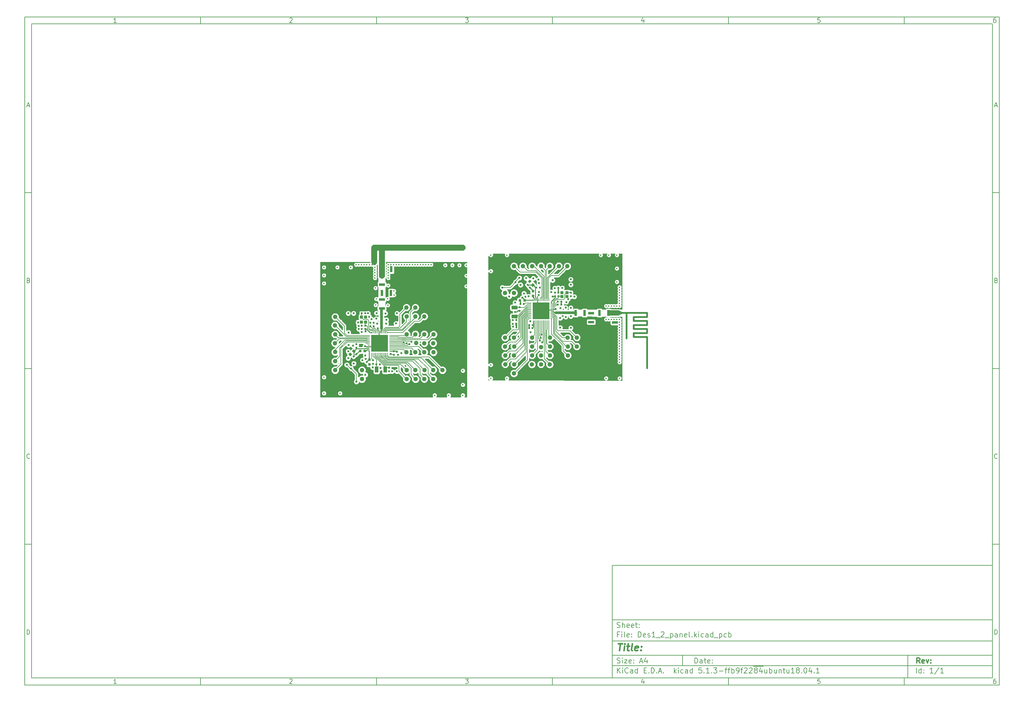
<source format=gbr>
%TF.GenerationSoftware,KiCad,Pcbnew,5.1.3-ffb9f22~84~ubuntu18.04.1*%
%TF.CreationDate,2019-07-25T20:52:25+03:00*%
%TF.ProjectId,Des1_2_panel,44657331-5f32-45f7-9061-6e656c2e6b69,rev?*%
%TF.SameCoordinates,Original*%
%TF.FileFunction,Copper,L1,Top*%
%TF.FilePolarity,Positive*%
%FSLAX45Y45*%
G04 Gerber Fmt 4.5, Leading zero omitted, Abs format (unit mm)*
G04 Created by KiCad (PCBNEW 5.1.3-ffb9f22~84~ubuntu18.04.1) date 2019-07-25 20:52:25*
%MOMM*%
%LPD*%
G04 APERTURE LIST*
%ADD10C,0.100000*%
%ADD11C,0.150000*%
%ADD12C,0.300000*%
%ADD13C,0.400000*%
%TA.AperFunction,ComponentPad*%
%ADD14C,1.300000*%
%TD*%
%TA.AperFunction,SMDPad,CuDef*%
%ADD15R,0.750000X0.800000*%
%TD*%
%TA.AperFunction,SMDPad,CuDef*%
%ADD16C,0.500000*%
%TD*%
%TA.AperFunction,Conductor*%
%ADD17C,0.100000*%
%TD*%
%TA.AperFunction,SMDPad,CuDef*%
%ADD18R,0.800000X1.750000*%
%TD*%
%TA.AperFunction,SMDPad,CuDef*%
%ADD19R,0.950000X0.850000*%
%TD*%
%TA.AperFunction,SMDPad,CuDef*%
%ADD20R,0.500000X0.600000*%
%TD*%
%TA.AperFunction,SMDPad,CuDef*%
%ADD21R,1.750000X0.800000*%
%TD*%
%TA.AperFunction,SMDPad,CuDef*%
%ADD22R,1.800000X1.000000*%
%TD*%
%TA.AperFunction,SMDPad,CuDef*%
%ADD23R,0.600000X0.500000*%
%TD*%
%TA.AperFunction,SMDPad,CuDef*%
%ADD24R,1.000000X1.800000*%
%TD*%
%TA.AperFunction,SMDPad,CuDef*%
%ADD25R,4.700000X4.700000*%
%TD*%
%TA.AperFunction,SMDPad,CuDef*%
%ADD26O,0.650000X0.200000*%
%TD*%
%TA.AperFunction,SMDPad,CuDef*%
%ADD27O,0.200000X0.650000*%
%TD*%
%TA.AperFunction,SMDPad,CuDef*%
%ADD28C,0.750000*%
%TD*%
%TA.AperFunction,SMDPad,CuDef*%
%ADD29R,0.800000X0.750000*%
%TD*%
%TA.AperFunction,SMDPad,CuDef*%
%ADD30R,0.850000X0.950000*%
%TD*%
%TA.AperFunction,ViaPad*%
%ADD31C,0.400000*%
%TD*%
%TA.AperFunction,ViaPad*%
%ADD32C,0.609600*%
%TD*%
%TA.AperFunction,ViaPad*%
%ADD33C,0.500000*%
%TD*%
%TA.AperFunction,ViaPad*%
%ADD34C,0.660000*%
%TD*%
%TA.AperFunction,Conductor*%
%ADD35C,0.228600*%
%TD*%
%TA.AperFunction,Conductor*%
%ADD36C,0.152400*%
%TD*%
%TA.AperFunction,Conductor*%
%ADD37C,0.508000*%
%TD*%
%TA.AperFunction,Conductor*%
%ADD38C,0.762000*%
%TD*%
%TA.AperFunction,Conductor*%
%ADD39C,0.300000*%
%TD*%
%TA.AperFunction,Conductor*%
%ADD40C,0.254000*%
%TD*%
%TA.AperFunction,Conductor*%
%ADD41C,0.381000*%
%TD*%
%TA.AperFunction,Conductor*%
%ADD42C,0.279400*%
%TD*%
%TA.AperFunction,Conductor*%
%ADD43C,0.203200*%
%TD*%
%TA.AperFunction,Conductor*%
%ADD44C,1.651000*%
%TD*%
%TA.AperFunction,NonConductor*%
%ADD45C,0.025400*%
%TD*%
%TA.AperFunction,NonConductor*%
%ADD46C,0.254000*%
%TD*%
G04 APERTURE END LIST*
D10*
D11*
X17700220Y-16600720D02*
X17700220Y-19800720D01*
X28500220Y-19800720D01*
X28500220Y-16600720D01*
X17700220Y-16600720D01*
D10*
D11*
X1000000Y-1000000D02*
X1000000Y-20000720D01*
X28700220Y-20000720D01*
X28700220Y-1000000D01*
X1000000Y-1000000D01*
D10*
D11*
X1200000Y-1200000D02*
X1200000Y-19800720D01*
X28500220Y-19800720D01*
X28500220Y-1200000D01*
X1200000Y-1200000D01*
D10*
D11*
X6000000Y-1200000D02*
X6000000Y-1000000D01*
D10*
D11*
X11000000Y-1200000D02*
X11000000Y-1000000D01*
D10*
D11*
X16000000Y-1200000D02*
X16000000Y-1000000D01*
D10*
D11*
X21000000Y-1200000D02*
X21000000Y-1000000D01*
D10*
D11*
X26000000Y-1200000D02*
X26000000Y-1000000D01*
D10*
D11*
X3606548Y-1158810D02*
X3532262Y-1158810D01*
X3569405Y-1158810D02*
X3569405Y-1028809D01*
X3557024Y-1047381D01*
X3544643Y-1059762D01*
X3532262Y-1065952D01*
D10*
D11*
X8532262Y-1041190D02*
X8538452Y-1035000D01*
X8550833Y-1028809D01*
X8581786Y-1028809D01*
X8594167Y-1035000D01*
X8600357Y-1041190D01*
X8606548Y-1053571D01*
X8606548Y-1065952D01*
X8600357Y-1084524D01*
X8526071Y-1158810D01*
X8606548Y-1158810D01*
D10*
D11*
X13526071Y-1028809D02*
X13606548Y-1028809D01*
X13563214Y-1078333D01*
X13581786Y-1078333D01*
X13594167Y-1084524D01*
X13600357Y-1090714D01*
X13606548Y-1103095D01*
X13606548Y-1134048D01*
X13600357Y-1146429D01*
X13594167Y-1152619D01*
X13581786Y-1158810D01*
X13544643Y-1158810D01*
X13532262Y-1152619D01*
X13526071Y-1146429D01*
D10*
D11*
X18594167Y-1072143D02*
X18594167Y-1158810D01*
X18563214Y-1022619D02*
X18532262Y-1115476D01*
X18612738Y-1115476D01*
D10*
D11*
X23600357Y-1028809D02*
X23538452Y-1028809D01*
X23532262Y-1090714D01*
X23538452Y-1084524D01*
X23550833Y-1078333D01*
X23581786Y-1078333D01*
X23594167Y-1084524D01*
X23600357Y-1090714D01*
X23606548Y-1103095D01*
X23606548Y-1134048D01*
X23600357Y-1146429D01*
X23594167Y-1152619D01*
X23581786Y-1158810D01*
X23550833Y-1158810D01*
X23538452Y-1152619D01*
X23532262Y-1146429D01*
D10*
D11*
X28594167Y-1028809D02*
X28569405Y-1028809D01*
X28557024Y-1035000D01*
X28550833Y-1041190D01*
X28538452Y-1059762D01*
X28532262Y-1084524D01*
X28532262Y-1134048D01*
X28538452Y-1146429D01*
X28544643Y-1152619D01*
X28557024Y-1158810D01*
X28581786Y-1158810D01*
X28594167Y-1152619D01*
X28600357Y-1146429D01*
X28606548Y-1134048D01*
X28606548Y-1103095D01*
X28600357Y-1090714D01*
X28594167Y-1084524D01*
X28581786Y-1078333D01*
X28557024Y-1078333D01*
X28544643Y-1084524D01*
X28538452Y-1090714D01*
X28532262Y-1103095D01*
D10*
D11*
X6000000Y-19800720D02*
X6000000Y-20000720D01*
D10*
D11*
X11000000Y-19800720D02*
X11000000Y-20000720D01*
D10*
D11*
X16000000Y-19800720D02*
X16000000Y-20000720D01*
D10*
D11*
X21000000Y-19800720D02*
X21000000Y-20000720D01*
D10*
D11*
X26000000Y-19800720D02*
X26000000Y-20000720D01*
D10*
D11*
X3606548Y-19959530D02*
X3532262Y-19959530D01*
X3569405Y-19959530D02*
X3569405Y-19829530D01*
X3557024Y-19848101D01*
X3544643Y-19860482D01*
X3532262Y-19866672D01*
D10*
D11*
X8532262Y-19841910D02*
X8538452Y-19835720D01*
X8550833Y-19829530D01*
X8581786Y-19829530D01*
X8594167Y-19835720D01*
X8600357Y-19841910D01*
X8606548Y-19854291D01*
X8606548Y-19866672D01*
X8600357Y-19885244D01*
X8526071Y-19959530D01*
X8606548Y-19959530D01*
D10*
D11*
X13526071Y-19829530D02*
X13606548Y-19829530D01*
X13563214Y-19879053D01*
X13581786Y-19879053D01*
X13594167Y-19885244D01*
X13600357Y-19891434D01*
X13606548Y-19903815D01*
X13606548Y-19934768D01*
X13600357Y-19947149D01*
X13594167Y-19953339D01*
X13581786Y-19959530D01*
X13544643Y-19959530D01*
X13532262Y-19953339D01*
X13526071Y-19947149D01*
D10*
D11*
X18594167Y-19872863D02*
X18594167Y-19959530D01*
X18563214Y-19823339D02*
X18532262Y-19916196D01*
X18612738Y-19916196D01*
D10*
D11*
X23600357Y-19829530D02*
X23538452Y-19829530D01*
X23532262Y-19891434D01*
X23538452Y-19885244D01*
X23550833Y-19879053D01*
X23581786Y-19879053D01*
X23594167Y-19885244D01*
X23600357Y-19891434D01*
X23606548Y-19903815D01*
X23606548Y-19934768D01*
X23600357Y-19947149D01*
X23594167Y-19953339D01*
X23581786Y-19959530D01*
X23550833Y-19959530D01*
X23538452Y-19953339D01*
X23532262Y-19947149D01*
D10*
D11*
X28594167Y-19829530D02*
X28569405Y-19829530D01*
X28557024Y-19835720D01*
X28550833Y-19841910D01*
X28538452Y-19860482D01*
X28532262Y-19885244D01*
X28532262Y-19934768D01*
X28538452Y-19947149D01*
X28544643Y-19953339D01*
X28557024Y-19959530D01*
X28581786Y-19959530D01*
X28594167Y-19953339D01*
X28600357Y-19947149D01*
X28606548Y-19934768D01*
X28606548Y-19903815D01*
X28600357Y-19891434D01*
X28594167Y-19885244D01*
X28581786Y-19879053D01*
X28557024Y-19879053D01*
X28544643Y-19885244D01*
X28538452Y-19891434D01*
X28532262Y-19903815D01*
D10*
D11*
X1000000Y-6000000D02*
X1200000Y-6000000D01*
D10*
D11*
X1000000Y-11000000D02*
X1200000Y-11000000D01*
D10*
D11*
X1000000Y-16000000D02*
X1200000Y-16000000D01*
D10*
D11*
X1069048Y-3521667D02*
X1130952Y-3521667D01*
X1056667Y-3558809D02*
X1100000Y-3428809D01*
X1143333Y-3558809D01*
D10*
D11*
X1109286Y-8490714D02*
X1127857Y-8496905D01*
X1134048Y-8503095D01*
X1140238Y-8515476D01*
X1140238Y-8534048D01*
X1134048Y-8546429D01*
X1127857Y-8552619D01*
X1115476Y-8558810D01*
X1065952Y-8558810D01*
X1065952Y-8428810D01*
X1109286Y-8428810D01*
X1121667Y-8435000D01*
X1127857Y-8441190D01*
X1134048Y-8453571D01*
X1134048Y-8465952D01*
X1127857Y-8478333D01*
X1121667Y-8484524D01*
X1109286Y-8490714D01*
X1065952Y-8490714D01*
D10*
D11*
X1140238Y-13546428D02*
X1134048Y-13552619D01*
X1115476Y-13558809D01*
X1103095Y-13558809D01*
X1084524Y-13552619D01*
X1072143Y-13540238D01*
X1065952Y-13527857D01*
X1059762Y-13503095D01*
X1059762Y-13484524D01*
X1065952Y-13459762D01*
X1072143Y-13447381D01*
X1084524Y-13435000D01*
X1103095Y-13428809D01*
X1115476Y-13428809D01*
X1134048Y-13435000D01*
X1140238Y-13441190D01*
D10*
D11*
X1065952Y-18558810D02*
X1065952Y-18428810D01*
X1096905Y-18428810D01*
X1115476Y-18435000D01*
X1127857Y-18447381D01*
X1134048Y-18459762D01*
X1140238Y-18484524D01*
X1140238Y-18503095D01*
X1134048Y-18527857D01*
X1127857Y-18540238D01*
X1115476Y-18552619D01*
X1096905Y-18558810D01*
X1065952Y-18558810D01*
D10*
D11*
X28700220Y-6000000D02*
X28500220Y-6000000D01*
D10*
D11*
X28700220Y-11000000D02*
X28500220Y-11000000D01*
D10*
D11*
X28700220Y-16000000D02*
X28500220Y-16000000D01*
D10*
D11*
X28569268Y-3521667D02*
X28631172Y-3521667D01*
X28556887Y-3558809D02*
X28600220Y-3428809D01*
X28643553Y-3558809D01*
D10*
D11*
X28609506Y-8490714D02*
X28628077Y-8496905D01*
X28634268Y-8503095D01*
X28640458Y-8515476D01*
X28640458Y-8534048D01*
X28634268Y-8546429D01*
X28628077Y-8552619D01*
X28615696Y-8558810D01*
X28566172Y-8558810D01*
X28566172Y-8428810D01*
X28609506Y-8428810D01*
X28621887Y-8435000D01*
X28628077Y-8441190D01*
X28634268Y-8453571D01*
X28634268Y-8465952D01*
X28628077Y-8478333D01*
X28621887Y-8484524D01*
X28609506Y-8490714D01*
X28566172Y-8490714D01*
D10*
D11*
X28640458Y-13546428D02*
X28634268Y-13552619D01*
X28615696Y-13558809D01*
X28603315Y-13558809D01*
X28584744Y-13552619D01*
X28572363Y-13540238D01*
X28566172Y-13527857D01*
X28559982Y-13503095D01*
X28559982Y-13484524D01*
X28566172Y-13459762D01*
X28572363Y-13447381D01*
X28584744Y-13435000D01*
X28603315Y-13428809D01*
X28615696Y-13428809D01*
X28634268Y-13435000D01*
X28640458Y-13441190D01*
D10*
D11*
X28566172Y-18558810D02*
X28566172Y-18428810D01*
X28597125Y-18428810D01*
X28615696Y-18435000D01*
X28628077Y-18447381D01*
X28634268Y-18459762D01*
X28640458Y-18484524D01*
X28640458Y-18503095D01*
X28634268Y-18527857D01*
X28628077Y-18540238D01*
X28615696Y-18552619D01*
X28597125Y-18558810D01*
X28566172Y-18558810D01*
D10*
D11*
X20043434Y-19378577D02*
X20043434Y-19228577D01*
X20079149Y-19228577D01*
X20100577Y-19235720D01*
X20114863Y-19250006D01*
X20122006Y-19264291D01*
X20129149Y-19292863D01*
X20129149Y-19314291D01*
X20122006Y-19342863D01*
X20114863Y-19357149D01*
X20100577Y-19371434D01*
X20079149Y-19378577D01*
X20043434Y-19378577D01*
X20257720Y-19378577D02*
X20257720Y-19300006D01*
X20250577Y-19285720D01*
X20236291Y-19278577D01*
X20207720Y-19278577D01*
X20193434Y-19285720D01*
X20257720Y-19371434D02*
X20243434Y-19378577D01*
X20207720Y-19378577D01*
X20193434Y-19371434D01*
X20186291Y-19357149D01*
X20186291Y-19342863D01*
X20193434Y-19328577D01*
X20207720Y-19321434D01*
X20243434Y-19321434D01*
X20257720Y-19314291D01*
X20307720Y-19278577D02*
X20364863Y-19278577D01*
X20329149Y-19228577D02*
X20329149Y-19357149D01*
X20336291Y-19371434D01*
X20350577Y-19378577D01*
X20364863Y-19378577D01*
X20472006Y-19371434D02*
X20457720Y-19378577D01*
X20429149Y-19378577D01*
X20414863Y-19371434D01*
X20407720Y-19357149D01*
X20407720Y-19300006D01*
X20414863Y-19285720D01*
X20429149Y-19278577D01*
X20457720Y-19278577D01*
X20472006Y-19285720D01*
X20479149Y-19300006D01*
X20479149Y-19314291D01*
X20407720Y-19328577D01*
X20543434Y-19364291D02*
X20550577Y-19371434D01*
X20543434Y-19378577D01*
X20536291Y-19371434D01*
X20543434Y-19364291D01*
X20543434Y-19378577D01*
X20543434Y-19285720D02*
X20550577Y-19292863D01*
X20543434Y-19300006D01*
X20536291Y-19292863D01*
X20543434Y-19285720D01*
X20543434Y-19300006D01*
D10*
D11*
X17700220Y-19450720D02*
X28500220Y-19450720D01*
D10*
D11*
X17843434Y-19658577D02*
X17843434Y-19508577D01*
X17929149Y-19658577D02*
X17864863Y-19572863D01*
X17929149Y-19508577D02*
X17843434Y-19594291D01*
X17993434Y-19658577D02*
X17993434Y-19558577D01*
X17993434Y-19508577D02*
X17986291Y-19515720D01*
X17993434Y-19522863D01*
X18000577Y-19515720D01*
X17993434Y-19508577D01*
X17993434Y-19522863D01*
X18150577Y-19644291D02*
X18143434Y-19651434D01*
X18122006Y-19658577D01*
X18107720Y-19658577D01*
X18086291Y-19651434D01*
X18072006Y-19637149D01*
X18064863Y-19622863D01*
X18057720Y-19594291D01*
X18057720Y-19572863D01*
X18064863Y-19544291D01*
X18072006Y-19530006D01*
X18086291Y-19515720D01*
X18107720Y-19508577D01*
X18122006Y-19508577D01*
X18143434Y-19515720D01*
X18150577Y-19522863D01*
X18279149Y-19658577D02*
X18279149Y-19580006D01*
X18272006Y-19565720D01*
X18257720Y-19558577D01*
X18229149Y-19558577D01*
X18214863Y-19565720D01*
X18279149Y-19651434D02*
X18264863Y-19658577D01*
X18229149Y-19658577D01*
X18214863Y-19651434D01*
X18207720Y-19637149D01*
X18207720Y-19622863D01*
X18214863Y-19608577D01*
X18229149Y-19601434D01*
X18264863Y-19601434D01*
X18279149Y-19594291D01*
X18414863Y-19658577D02*
X18414863Y-19508577D01*
X18414863Y-19651434D02*
X18400577Y-19658577D01*
X18372006Y-19658577D01*
X18357720Y-19651434D01*
X18350577Y-19644291D01*
X18343434Y-19630006D01*
X18343434Y-19587149D01*
X18350577Y-19572863D01*
X18357720Y-19565720D01*
X18372006Y-19558577D01*
X18400577Y-19558577D01*
X18414863Y-19565720D01*
X18600577Y-19580006D02*
X18650577Y-19580006D01*
X18672006Y-19658577D02*
X18600577Y-19658577D01*
X18600577Y-19508577D01*
X18672006Y-19508577D01*
X18736291Y-19644291D02*
X18743434Y-19651434D01*
X18736291Y-19658577D01*
X18729149Y-19651434D01*
X18736291Y-19644291D01*
X18736291Y-19658577D01*
X18807720Y-19658577D02*
X18807720Y-19508577D01*
X18843434Y-19508577D01*
X18864863Y-19515720D01*
X18879149Y-19530006D01*
X18886291Y-19544291D01*
X18893434Y-19572863D01*
X18893434Y-19594291D01*
X18886291Y-19622863D01*
X18879149Y-19637149D01*
X18864863Y-19651434D01*
X18843434Y-19658577D01*
X18807720Y-19658577D01*
X18957720Y-19644291D02*
X18964863Y-19651434D01*
X18957720Y-19658577D01*
X18950577Y-19651434D01*
X18957720Y-19644291D01*
X18957720Y-19658577D01*
X19022006Y-19615720D02*
X19093434Y-19615720D01*
X19007720Y-19658577D02*
X19057720Y-19508577D01*
X19107720Y-19658577D01*
X19157720Y-19644291D02*
X19164863Y-19651434D01*
X19157720Y-19658577D01*
X19150577Y-19651434D01*
X19157720Y-19644291D01*
X19157720Y-19658577D01*
X19457720Y-19658577D02*
X19457720Y-19508577D01*
X19472006Y-19601434D02*
X19514863Y-19658577D01*
X19514863Y-19558577D02*
X19457720Y-19615720D01*
X19579149Y-19658577D02*
X19579149Y-19558577D01*
X19579149Y-19508577D02*
X19572006Y-19515720D01*
X19579149Y-19522863D01*
X19586291Y-19515720D01*
X19579149Y-19508577D01*
X19579149Y-19522863D01*
X19714863Y-19651434D02*
X19700577Y-19658577D01*
X19672006Y-19658577D01*
X19657720Y-19651434D01*
X19650577Y-19644291D01*
X19643434Y-19630006D01*
X19643434Y-19587149D01*
X19650577Y-19572863D01*
X19657720Y-19565720D01*
X19672006Y-19558577D01*
X19700577Y-19558577D01*
X19714863Y-19565720D01*
X19843434Y-19658577D02*
X19843434Y-19580006D01*
X19836291Y-19565720D01*
X19822006Y-19558577D01*
X19793434Y-19558577D01*
X19779149Y-19565720D01*
X19843434Y-19651434D02*
X19829149Y-19658577D01*
X19793434Y-19658577D01*
X19779149Y-19651434D01*
X19772006Y-19637149D01*
X19772006Y-19622863D01*
X19779149Y-19608577D01*
X19793434Y-19601434D01*
X19829149Y-19601434D01*
X19843434Y-19594291D01*
X19979149Y-19658577D02*
X19979149Y-19508577D01*
X19979149Y-19651434D02*
X19964863Y-19658577D01*
X19936291Y-19658577D01*
X19922006Y-19651434D01*
X19914863Y-19644291D01*
X19907720Y-19630006D01*
X19907720Y-19587149D01*
X19914863Y-19572863D01*
X19922006Y-19565720D01*
X19936291Y-19558577D01*
X19964863Y-19558577D01*
X19979149Y-19565720D01*
X20236291Y-19508577D02*
X20164863Y-19508577D01*
X20157720Y-19580006D01*
X20164863Y-19572863D01*
X20179149Y-19565720D01*
X20214863Y-19565720D01*
X20229149Y-19572863D01*
X20236291Y-19580006D01*
X20243434Y-19594291D01*
X20243434Y-19630006D01*
X20236291Y-19644291D01*
X20229149Y-19651434D01*
X20214863Y-19658577D01*
X20179149Y-19658577D01*
X20164863Y-19651434D01*
X20157720Y-19644291D01*
X20307720Y-19644291D02*
X20314863Y-19651434D01*
X20307720Y-19658577D01*
X20300577Y-19651434D01*
X20307720Y-19644291D01*
X20307720Y-19658577D01*
X20457720Y-19658577D02*
X20372006Y-19658577D01*
X20414863Y-19658577D02*
X20414863Y-19508577D01*
X20400577Y-19530006D01*
X20386291Y-19544291D01*
X20372006Y-19551434D01*
X20522006Y-19644291D02*
X20529149Y-19651434D01*
X20522006Y-19658577D01*
X20514863Y-19651434D01*
X20522006Y-19644291D01*
X20522006Y-19658577D01*
X20579149Y-19508577D02*
X20672006Y-19508577D01*
X20622006Y-19565720D01*
X20643434Y-19565720D01*
X20657720Y-19572863D01*
X20664863Y-19580006D01*
X20672006Y-19594291D01*
X20672006Y-19630006D01*
X20664863Y-19644291D01*
X20657720Y-19651434D01*
X20643434Y-19658577D01*
X20600577Y-19658577D01*
X20586291Y-19651434D01*
X20579149Y-19644291D01*
X20736291Y-19601434D02*
X20850577Y-19601434D01*
X20900577Y-19558577D02*
X20957720Y-19558577D01*
X20922006Y-19658577D02*
X20922006Y-19530006D01*
X20929149Y-19515720D01*
X20943434Y-19508577D01*
X20957720Y-19508577D01*
X20986291Y-19558577D02*
X21043434Y-19558577D01*
X21007720Y-19658577D02*
X21007720Y-19530006D01*
X21014863Y-19515720D01*
X21029149Y-19508577D01*
X21043434Y-19508577D01*
X21093434Y-19658577D02*
X21093434Y-19508577D01*
X21093434Y-19565720D02*
X21107720Y-19558577D01*
X21136291Y-19558577D01*
X21150577Y-19565720D01*
X21157720Y-19572863D01*
X21164863Y-19587149D01*
X21164863Y-19630006D01*
X21157720Y-19644291D01*
X21150577Y-19651434D01*
X21136291Y-19658577D01*
X21107720Y-19658577D01*
X21093434Y-19651434D01*
X21236291Y-19658577D02*
X21264863Y-19658577D01*
X21279149Y-19651434D01*
X21286291Y-19644291D01*
X21300577Y-19622863D01*
X21307720Y-19594291D01*
X21307720Y-19537149D01*
X21300577Y-19522863D01*
X21293434Y-19515720D01*
X21279149Y-19508577D01*
X21250577Y-19508577D01*
X21236291Y-19515720D01*
X21229149Y-19522863D01*
X21222006Y-19537149D01*
X21222006Y-19572863D01*
X21229149Y-19587149D01*
X21236291Y-19594291D01*
X21250577Y-19601434D01*
X21279149Y-19601434D01*
X21293434Y-19594291D01*
X21300577Y-19587149D01*
X21307720Y-19572863D01*
X21350577Y-19558577D02*
X21407720Y-19558577D01*
X21372006Y-19658577D02*
X21372006Y-19530006D01*
X21379149Y-19515720D01*
X21393434Y-19508577D01*
X21407720Y-19508577D01*
X21450577Y-19522863D02*
X21457720Y-19515720D01*
X21472006Y-19508577D01*
X21507720Y-19508577D01*
X21522006Y-19515720D01*
X21529149Y-19522863D01*
X21536291Y-19537149D01*
X21536291Y-19551434D01*
X21529149Y-19572863D01*
X21443434Y-19658577D01*
X21536291Y-19658577D01*
X21593434Y-19522863D02*
X21600577Y-19515720D01*
X21614863Y-19508577D01*
X21650577Y-19508577D01*
X21664863Y-19515720D01*
X21672006Y-19522863D01*
X21679149Y-19537149D01*
X21679149Y-19551434D01*
X21672006Y-19572863D01*
X21586291Y-19658577D01*
X21679149Y-19658577D01*
X21707720Y-19467720D02*
X21850577Y-19467720D01*
X21764863Y-19572863D02*
X21750577Y-19565720D01*
X21743434Y-19558577D01*
X21736291Y-19544291D01*
X21736291Y-19537149D01*
X21743434Y-19522863D01*
X21750577Y-19515720D01*
X21764863Y-19508577D01*
X21793434Y-19508577D01*
X21807720Y-19515720D01*
X21814863Y-19522863D01*
X21822006Y-19537149D01*
X21822006Y-19544291D01*
X21814863Y-19558577D01*
X21807720Y-19565720D01*
X21793434Y-19572863D01*
X21764863Y-19572863D01*
X21750577Y-19580006D01*
X21743434Y-19587149D01*
X21736291Y-19601434D01*
X21736291Y-19630006D01*
X21743434Y-19644291D01*
X21750577Y-19651434D01*
X21764863Y-19658577D01*
X21793434Y-19658577D01*
X21807720Y-19651434D01*
X21814863Y-19644291D01*
X21822006Y-19630006D01*
X21822006Y-19601434D01*
X21814863Y-19587149D01*
X21807720Y-19580006D01*
X21793434Y-19572863D01*
X21850577Y-19467720D02*
X21993434Y-19467720D01*
X21950577Y-19558577D02*
X21950577Y-19658577D01*
X21914863Y-19501434D02*
X21879149Y-19608577D01*
X21972006Y-19608577D01*
X22093434Y-19558577D02*
X22093434Y-19658577D01*
X22029149Y-19558577D02*
X22029149Y-19637149D01*
X22036291Y-19651434D01*
X22050577Y-19658577D01*
X22072006Y-19658577D01*
X22086291Y-19651434D01*
X22093434Y-19644291D01*
X22164863Y-19658577D02*
X22164863Y-19508577D01*
X22164863Y-19565720D02*
X22179149Y-19558577D01*
X22207720Y-19558577D01*
X22222006Y-19565720D01*
X22229149Y-19572863D01*
X22236291Y-19587149D01*
X22236291Y-19630006D01*
X22229149Y-19644291D01*
X22222006Y-19651434D01*
X22207720Y-19658577D01*
X22179149Y-19658577D01*
X22164863Y-19651434D01*
X22364863Y-19558577D02*
X22364863Y-19658577D01*
X22300577Y-19558577D02*
X22300577Y-19637149D01*
X22307720Y-19651434D01*
X22322006Y-19658577D01*
X22343434Y-19658577D01*
X22357720Y-19651434D01*
X22364863Y-19644291D01*
X22436291Y-19558577D02*
X22436291Y-19658577D01*
X22436291Y-19572863D02*
X22443434Y-19565720D01*
X22457720Y-19558577D01*
X22479148Y-19558577D01*
X22493434Y-19565720D01*
X22500577Y-19580006D01*
X22500577Y-19658577D01*
X22550577Y-19558577D02*
X22607720Y-19558577D01*
X22572006Y-19508577D02*
X22572006Y-19637149D01*
X22579148Y-19651434D01*
X22593434Y-19658577D01*
X22607720Y-19658577D01*
X22722006Y-19558577D02*
X22722006Y-19658577D01*
X22657720Y-19558577D02*
X22657720Y-19637149D01*
X22664863Y-19651434D01*
X22679148Y-19658577D01*
X22700577Y-19658577D01*
X22714863Y-19651434D01*
X22722006Y-19644291D01*
X22872006Y-19658577D02*
X22786291Y-19658577D01*
X22829148Y-19658577D02*
X22829148Y-19508577D01*
X22814863Y-19530006D01*
X22800577Y-19544291D01*
X22786291Y-19551434D01*
X22957720Y-19572863D02*
X22943434Y-19565720D01*
X22936291Y-19558577D01*
X22929148Y-19544291D01*
X22929148Y-19537149D01*
X22936291Y-19522863D01*
X22943434Y-19515720D01*
X22957720Y-19508577D01*
X22986291Y-19508577D01*
X23000577Y-19515720D01*
X23007720Y-19522863D01*
X23014863Y-19537149D01*
X23014863Y-19544291D01*
X23007720Y-19558577D01*
X23000577Y-19565720D01*
X22986291Y-19572863D01*
X22957720Y-19572863D01*
X22943434Y-19580006D01*
X22936291Y-19587149D01*
X22929148Y-19601434D01*
X22929148Y-19630006D01*
X22936291Y-19644291D01*
X22943434Y-19651434D01*
X22957720Y-19658577D01*
X22986291Y-19658577D01*
X23000577Y-19651434D01*
X23007720Y-19644291D01*
X23014863Y-19630006D01*
X23014863Y-19601434D01*
X23007720Y-19587149D01*
X23000577Y-19580006D01*
X22986291Y-19572863D01*
X23079148Y-19644291D02*
X23086291Y-19651434D01*
X23079148Y-19658577D01*
X23072006Y-19651434D01*
X23079148Y-19644291D01*
X23079148Y-19658577D01*
X23179148Y-19508577D02*
X23193434Y-19508577D01*
X23207720Y-19515720D01*
X23214863Y-19522863D01*
X23222006Y-19537149D01*
X23229148Y-19565720D01*
X23229148Y-19601434D01*
X23222006Y-19630006D01*
X23214863Y-19644291D01*
X23207720Y-19651434D01*
X23193434Y-19658577D01*
X23179148Y-19658577D01*
X23164863Y-19651434D01*
X23157720Y-19644291D01*
X23150577Y-19630006D01*
X23143434Y-19601434D01*
X23143434Y-19565720D01*
X23150577Y-19537149D01*
X23157720Y-19522863D01*
X23164863Y-19515720D01*
X23179148Y-19508577D01*
X23357720Y-19558577D02*
X23357720Y-19658577D01*
X23322006Y-19501434D02*
X23286291Y-19608577D01*
X23379148Y-19608577D01*
X23436291Y-19644291D02*
X23443434Y-19651434D01*
X23436291Y-19658577D01*
X23429148Y-19651434D01*
X23436291Y-19644291D01*
X23436291Y-19658577D01*
X23586291Y-19658577D02*
X23500577Y-19658577D01*
X23543434Y-19658577D02*
X23543434Y-19508577D01*
X23529148Y-19530006D01*
X23514863Y-19544291D01*
X23500577Y-19551434D01*
D10*
D11*
X17700220Y-19150720D02*
X28500220Y-19150720D01*
D10*
D12*
X26441148Y-19378577D02*
X26391148Y-19307149D01*
X26355434Y-19378577D02*
X26355434Y-19228577D01*
X26412577Y-19228577D01*
X26426863Y-19235720D01*
X26434006Y-19242863D01*
X26441148Y-19257149D01*
X26441148Y-19278577D01*
X26434006Y-19292863D01*
X26426863Y-19300006D01*
X26412577Y-19307149D01*
X26355434Y-19307149D01*
X26562577Y-19371434D02*
X26548291Y-19378577D01*
X26519720Y-19378577D01*
X26505434Y-19371434D01*
X26498291Y-19357149D01*
X26498291Y-19300006D01*
X26505434Y-19285720D01*
X26519720Y-19278577D01*
X26548291Y-19278577D01*
X26562577Y-19285720D01*
X26569720Y-19300006D01*
X26569720Y-19314291D01*
X26498291Y-19328577D01*
X26619720Y-19278577D02*
X26655434Y-19378577D01*
X26691148Y-19278577D01*
X26748291Y-19364291D02*
X26755434Y-19371434D01*
X26748291Y-19378577D01*
X26741148Y-19371434D01*
X26748291Y-19364291D01*
X26748291Y-19378577D01*
X26748291Y-19285720D02*
X26755434Y-19292863D01*
X26748291Y-19300006D01*
X26741148Y-19292863D01*
X26748291Y-19285720D01*
X26748291Y-19300006D01*
D10*
D11*
X17836291Y-19371434D02*
X17857720Y-19378577D01*
X17893434Y-19378577D01*
X17907720Y-19371434D01*
X17914863Y-19364291D01*
X17922006Y-19350006D01*
X17922006Y-19335720D01*
X17914863Y-19321434D01*
X17907720Y-19314291D01*
X17893434Y-19307149D01*
X17864863Y-19300006D01*
X17850577Y-19292863D01*
X17843434Y-19285720D01*
X17836291Y-19271434D01*
X17836291Y-19257149D01*
X17843434Y-19242863D01*
X17850577Y-19235720D01*
X17864863Y-19228577D01*
X17900577Y-19228577D01*
X17922006Y-19235720D01*
X17986291Y-19378577D02*
X17986291Y-19278577D01*
X17986291Y-19228577D02*
X17979149Y-19235720D01*
X17986291Y-19242863D01*
X17993434Y-19235720D01*
X17986291Y-19228577D01*
X17986291Y-19242863D01*
X18043434Y-19278577D02*
X18122006Y-19278577D01*
X18043434Y-19378577D01*
X18122006Y-19378577D01*
X18236291Y-19371434D02*
X18222006Y-19378577D01*
X18193434Y-19378577D01*
X18179149Y-19371434D01*
X18172006Y-19357149D01*
X18172006Y-19300006D01*
X18179149Y-19285720D01*
X18193434Y-19278577D01*
X18222006Y-19278577D01*
X18236291Y-19285720D01*
X18243434Y-19300006D01*
X18243434Y-19314291D01*
X18172006Y-19328577D01*
X18307720Y-19364291D02*
X18314863Y-19371434D01*
X18307720Y-19378577D01*
X18300577Y-19371434D01*
X18307720Y-19364291D01*
X18307720Y-19378577D01*
X18307720Y-19285720D02*
X18314863Y-19292863D01*
X18307720Y-19300006D01*
X18300577Y-19292863D01*
X18307720Y-19285720D01*
X18307720Y-19300006D01*
X18486291Y-19335720D02*
X18557720Y-19335720D01*
X18472006Y-19378577D02*
X18522006Y-19228577D01*
X18572006Y-19378577D01*
X18686291Y-19278577D02*
X18686291Y-19378577D01*
X18650577Y-19221434D02*
X18614863Y-19328577D01*
X18707720Y-19328577D01*
D10*
D11*
X26343434Y-19658577D02*
X26343434Y-19508577D01*
X26479148Y-19658577D02*
X26479148Y-19508577D01*
X26479148Y-19651434D02*
X26464863Y-19658577D01*
X26436291Y-19658577D01*
X26422006Y-19651434D01*
X26414863Y-19644291D01*
X26407720Y-19630006D01*
X26407720Y-19587149D01*
X26414863Y-19572863D01*
X26422006Y-19565720D01*
X26436291Y-19558577D01*
X26464863Y-19558577D01*
X26479148Y-19565720D01*
X26550577Y-19644291D02*
X26557720Y-19651434D01*
X26550577Y-19658577D01*
X26543434Y-19651434D01*
X26550577Y-19644291D01*
X26550577Y-19658577D01*
X26550577Y-19565720D02*
X26557720Y-19572863D01*
X26550577Y-19580006D01*
X26543434Y-19572863D01*
X26550577Y-19565720D01*
X26550577Y-19580006D01*
X26814863Y-19658577D02*
X26729148Y-19658577D01*
X26772006Y-19658577D02*
X26772006Y-19508577D01*
X26757720Y-19530006D01*
X26743434Y-19544291D01*
X26729148Y-19551434D01*
X26986291Y-19501434D02*
X26857720Y-19694291D01*
X27114863Y-19658577D02*
X27029148Y-19658577D01*
X27072006Y-19658577D02*
X27072006Y-19508577D01*
X27057720Y-19530006D01*
X27043434Y-19544291D01*
X27029148Y-19551434D01*
D10*
D11*
X17700220Y-18750720D02*
X28500220Y-18750720D01*
D10*
D13*
X17871458Y-18821196D02*
X17985744Y-18821196D01*
X17903601Y-19021196D02*
X17928601Y-18821196D01*
X18027410Y-19021196D02*
X18044077Y-18887863D01*
X18052410Y-18821196D02*
X18041696Y-18830720D01*
X18050030Y-18840244D01*
X18060744Y-18830720D01*
X18052410Y-18821196D01*
X18050030Y-18840244D01*
X18110744Y-18887863D02*
X18186934Y-18887863D01*
X18147649Y-18821196D02*
X18126220Y-18992625D01*
X18133363Y-19011672D01*
X18151220Y-19021196D01*
X18170268Y-19021196D01*
X18265506Y-19021196D02*
X18247649Y-19011672D01*
X18240506Y-18992625D01*
X18261934Y-18821196D01*
X18419077Y-19011672D02*
X18398839Y-19021196D01*
X18360744Y-19021196D01*
X18342887Y-19011672D01*
X18335744Y-18992625D01*
X18345268Y-18916434D01*
X18357172Y-18897387D01*
X18377410Y-18887863D01*
X18415506Y-18887863D01*
X18433363Y-18897387D01*
X18440506Y-18916434D01*
X18438125Y-18935482D01*
X18340506Y-18954530D01*
X18515506Y-19002149D02*
X18523839Y-19011672D01*
X18513125Y-19021196D01*
X18504791Y-19011672D01*
X18515506Y-19002149D01*
X18513125Y-19021196D01*
X18528601Y-18897387D02*
X18536934Y-18906910D01*
X18526220Y-18916434D01*
X18517887Y-18906910D01*
X18528601Y-18897387D01*
X18526220Y-18916434D01*
D10*
D11*
X17893434Y-18560006D02*
X17843434Y-18560006D01*
X17843434Y-18638577D02*
X17843434Y-18488577D01*
X17914863Y-18488577D01*
X17972006Y-18638577D02*
X17972006Y-18538577D01*
X17972006Y-18488577D02*
X17964863Y-18495720D01*
X17972006Y-18502863D01*
X17979149Y-18495720D01*
X17972006Y-18488577D01*
X17972006Y-18502863D01*
X18064863Y-18638577D02*
X18050577Y-18631434D01*
X18043434Y-18617149D01*
X18043434Y-18488577D01*
X18179149Y-18631434D02*
X18164863Y-18638577D01*
X18136291Y-18638577D01*
X18122006Y-18631434D01*
X18114863Y-18617149D01*
X18114863Y-18560006D01*
X18122006Y-18545720D01*
X18136291Y-18538577D01*
X18164863Y-18538577D01*
X18179149Y-18545720D01*
X18186291Y-18560006D01*
X18186291Y-18574291D01*
X18114863Y-18588577D01*
X18250577Y-18624291D02*
X18257720Y-18631434D01*
X18250577Y-18638577D01*
X18243434Y-18631434D01*
X18250577Y-18624291D01*
X18250577Y-18638577D01*
X18250577Y-18545720D02*
X18257720Y-18552863D01*
X18250577Y-18560006D01*
X18243434Y-18552863D01*
X18250577Y-18545720D01*
X18250577Y-18560006D01*
X18436291Y-18638577D02*
X18436291Y-18488577D01*
X18472006Y-18488577D01*
X18493434Y-18495720D01*
X18507720Y-18510006D01*
X18514863Y-18524291D01*
X18522006Y-18552863D01*
X18522006Y-18574291D01*
X18514863Y-18602863D01*
X18507720Y-18617149D01*
X18493434Y-18631434D01*
X18472006Y-18638577D01*
X18436291Y-18638577D01*
X18643434Y-18631434D02*
X18629149Y-18638577D01*
X18600577Y-18638577D01*
X18586291Y-18631434D01*
X18579149Y-18617149D01*
X18579149Y-18560006D01*
X18586291Y-18545720D01*
X18600577Y-18538577D01*
X18629149Y-18538577D01*
X18643434Y-18545720D01*
X18650577Y-18560006D01*
X18650577Y-18574291D01*
X18579149Y-18588577D01*
X18707720Y-18631434D02*
X18722006Y-18638577D01*
X18750577Y-18638577D01*
X18764863Y-18631434D01*
X18772006Y-18617149D01*
X18772006Y-18610006D01*
X18764863Y-18595720D01*
X18750577Y-18588577D01*
X18729149Y-18588577D01*
X18714863Y-18581434D01*
X18707720Y-18567149D01*
X18707720Y-18560006D01*
X18714863Y-18545720D01*
X18729149Y-18538577D01*
X18750577Y-18538577D01*
X18764863Y-18545720D01*
X18914863Y-18638577D02*
X18829149Y-18638577D01*
X18872006Y-18638577D02*
X18872006Y-18488577D01*
X18857720Y-18510006D01*
X18843434Y-18524291D01*
X18829149Y-18531434D01*
X18943434Y-18652863D02*
X19057720Y-18652863D01*
X19086291Y-18502863D02*
X19093434Y-18495720D01*
X19107720Y-18488577D01*
X19143434Y-18488577D01*
X19157720Y-18495720D01*
X19164863Y-18502863D01*
X19172006Y-18517149D01*
X19172006Y-18531434D01*
X19164863Y-18552863D01*
X19079149Y-18638577D01*
X19172006Y-18638577D01*
X19200577Y-18652863D02*
X19314863Y-18652863D01*
X19350577Y-18538577D02*
X19350577Y-18688577D01*
X19350577Y-18545720D02*
X19364863Y-18538577D01*
X19393434Y-18538577D01*
X19407720Y-18545720D01*
X19414863Y-18552863D01*
X19422006Y-18567149D01*
X19422006Y-18610006D01*
X19414863Y-18624291D01*
X19407720Y-18631434D01*
X19393434Y-18638577D01*
X19364863Y-18638577D01*
X19350577Y-18631434D01*
X19550577Y-18638577D02*
X19550577Y-18560006D01*
X19543434Y-18545720D01*
X19529149Y-18538577D01*
X19500577Y-18538577D01*
X19486291Y-18545720D01*
X19550577Y-18631434D02*
X19536291Y-18638577D01*
X19500577Y-18638577D01*
X19486291Y-18631434D01*
X19479149Y-18617149D01*
X19479149Y-18602863D01*
X19486291Y-18588577D01*
X19500577Y-18581434D01*
X19536291Y-18581434D01*
X19550577Y-18574291D01*
X19622006Y-18538577D02*
X19622006Y-18638577D01*
X19622006Y-18552863D02*
X19629149Y-18545720D01*
X19643434Y-18538577D01*
X19664863Y-18538577D01*
X19679149Y-18545720D01*
X19686291Y-18560006D01*
X19686291Y-18638577D01*
X19814863Y-18631434D02*
X19800577Y-18638577D01*
X19772006Y-18638577D01*
X19757720Y-18631434D01*
X19750577Y-18617149D01*
X19750577Y-18560006D01*
X19757720Y-18545720D01*
X19772006Y-18538577D01*
X19800577Y-18538577D01*
X19814863Y-18545720D01*
X19822006Y-18560006D01*
X19822006Y-18574291D01*
X19750577Y-18588577D01*
X19907720Y-18638577D02*
X19893434Y-18631434D01*
X19886291Y-18617149D01*
X19886291Y-18488577D01*
X19964863Y-18624291D02*
X19972006Y-18631434D01*
X19964863Y-18638577D01*
X19957720Y-18631434D01*
X19964863Y-18624291D01*
X19964863Y-18638577D01*
X20036291Y-18638577D02*
X20036291Y-18488577D01*
X20050577Y-18581434D02*
X20093434Y-18638577D01*
X20093434Y-18538577D02*
X20036291Y-18595720D01*
X20157720Y-18638577D02*
X20157720Y-18538577D01*
X20157720Y-18488577D02*
X20150577Y-18495720D01*
X20157720Y-18502863D01*
X20164863Y-18495720D01*
X20157720Y-18488577D01*
X20157720Y-18502863D01*
X20293434Y-18631434D02*
X20279149Y-18638577D01*
X20250577Y-18638577D01*
X20236291Y-18631434D01*
X20229149Y-18624291D01*
X20222006Y-18610006D01*
X20222006Y-18567149D01*
X20229149Y-18552863D01*
X20236291Y-18545720D01*
X20250577Y-18538577D01*
X20279149Y-18538577D01*
X20293434Y-18545720D01*
X20422006Y-18638577D02*
X20422006Y-18560006D01*
X20414863Y-18545720D01*
X20400577Y-18538577D01*
X20372006Y-18538577D01*
X20357720Y-18545720D01*
X20422006Y-18631434D02*
X20407720Y-18638577D01*
X20372006Y-18638577D01*
X20357720Y-18631434D01*
X20350577Y-18617149D01*
X20350577Y-18602863D01*
X20357720Y-18588577D01*
X20372006Y-18581434D01*
X20407720Y-18581434D01*
X20422006Y-18574291D01*
X20557720Y-18638577D02*
X20557720Y-18488577D01*
X20557720Y-18631434D02*
X20543434Y-18638577D01*
X20514863Y-18638577D01*
X20500577Y-18631434D01*
X20493434Y-18624291D01*
X20486291Y-18610006D01*
X20486291Y-18567149D01*
X20493434Y-18552863D01*
X20500577Y-18545720D01*
X20514863Y-18538577D01*
X20543434Y-18538577D01*
X20557720Y-18545720D01*
X20593434Y-18652863D02*
X20707720Y-18652863D01*
X20743434Y-18538577D02*
X20743434Y-18688577D01*
X20743434Y-18545720D02*
X20757720Y-18538577D01*
X20786291Y-18538577D01*
X20800577Y-18545720D01*
X20807720Y-18552863D01*
X20814863Y-18567149D01*
X20814863Y-18610006D01*
X20807720Y-18624291D01*
X20800577Y-18631434D01*
X20786291Y-18638577D01*
X20757720Y-18638577D01*
X20743434Y-18631434D01*
X20943434Y-18631434D02*
X20929149Y-18638577D01*
X20900577Y-18638577D01*
X20886291Y-18631434D01*
X20879149Y-18624291D01*
X20872006Y-18610006D01*
X20872006Y-18567149D01*
X20879149Y-18552863D01*
X20886291Y-18545720D01*
X20900577Y-18538577D01*
X20929149Y-18538577D01*
X20943434Y-18545720D01*
X21007720Y-18638577D02*
X21007720Y-18488577D01*
X21007720Y-18545720D02*
X21022006Y-18538577D01*
X21050577Y-18538577D01*
X21064863Y-18545720D01*
X21072006Y-18552863D01*
X21079149Y-18567149D01*
X21079149Y-18610006D01*
X21072006Y-18624291D01*
X21064863Y-18631434D01*
X21050577Y-18638577D01*
X21022006Y-18638577D01*
X21007720Y-18631434D01*
D10*
D11*
X17700220Y-18150720D02*
X28500220Y-18150720D01*
D10*
D11*
X17836291Y-18361434D02*
X17857720Y-18368577D01*
X17893434Y-18368577D01*
X17907720Y-18361434D01*
X17914863Y-18354291D01*
X17922006Y-18340006D01*
X17922006Y-18325720D01*
X17914863Y-18311434D01*
X17907720Y-18304291D01*
X17893434Y-18297149D01*
X17864863Y-18290006D01*
X17850577Y-18282863D01*
X17843434Y-18275720D01*
X17836291Y-18261434D01*
X17836291Y-18247149D01*
X17843434Y-18232863D01*
X17850577Y-18225720D01*
X17864863Y-18218577D01*
X17900577Y-18218577D01*
X17922006Y-18225720D01*
X17986291Y-18368577D02*
X17986291Y-18218577D01*
X18050577Y-18368577D02*
X18050577Y-18290006D01*
X18043434Y-18275720D01*
X18029149Y-18268577D01*
X18007720Y-18268577D01*
X17993434Y-18275720D01*
X17986291Y-18282863D01*
X18179149Y-18361434D02*
X18164863Y-18368577D01*
X18136291Y-18368577D01*
X18122006Y-18361434D01*
X18114863Y-18347149D01*
X18114863Y-18290006D01*
X18122006Y-18275720D01*
X18136291Y-18268577D01*
X18164863Y-18268577D01*
X18179149Y-18275720D01*
X18186291Y-18290006D01*
X18186291Y-18304291D01*
X18114863Y-18318577D01*
X18307720Y-18361434D02*
X18293434Y-18368577D01*
X18264863Y-18368577D01*
X18250577Y-18361434D01*
X18243434Y-18347149D01*
X18243434Y-18290006D01*
X18250577Y-18275720D01*
X18264863Y-18268577D01*
X18293434Y-18268577D01*
X18307720Y-18275720D01*
X18314863Y-18290006D01*
X18314863Y-18304291D01*
X18243434Y-18318577D01*
X18357720Y-18268577D02*
X18414863Y-18268577D01*
X18379149Y-18218577D02*
X18379149Y-18347149D01*
X18386291Y-18361434D01*
X18400577Y-18368577D01*
X18414863Y-18368577D01*
X18464863Y-18354291D02*
X18472006Y-18361434D01*
X18464863Y-18368577D01*
X18457720Y-18361434D01*
X18464863Y-18354291D01*
X18464863Y-18368577D01*
X18464863Y-18275720D02*
X18472006Y-18282863D01*
X18464863Y-18290006D01*
X18457720Y-18282863D01*
X18464863Y-18275720D01*
X18464863Y-18290006D01*
D10*
D11*
X19700220Y-19150720D02*
X19700220Y-19450720D01*
D10*
D11*
X26100220Y-19150720D02*
X26100220Y-19800720D01*
D10*
G36*
X17878248Y-9345073D02*
G01*
X17613348Y-9494034D01*
X17613548Y-9345034D01*
X17878248Y-9345073D01*
G37*
G36*
X17878248Y-9495073D02*
G01*
X17613348Y-9494034D01*
X17878248Y-9345073D01*
X17878248Y-9495073D01*
G37*
G36*
X17979848Y-9394143D02*
G01*
X17979848Y-9446143D01*
X17878248Y-9495073D01*
X17878248Y-9345213D01*
X17979848Y-9394143D01*
G37*
D14*
%TO.P,U28,1*%
%TO.N,N/C*%
X14655448Y-10878534D03*
%TD*%
%TO.P,U29,1*%
%TO.N,N/C*%
X14649448Y-10121534D03*
%TD*%
%TO.P,U30,1*%
%TO.N,N/C*%
X14903448Y-10629534D03*
%TD*%
%TO.P,U7,1*%
%TO.N,N/C*%
X9821655Y-11046167D03*
%TD*%
%TO.P,U9,1*%
%TO.N,N/C*%
X12610655Y-11040167D03*
%TD*%
%TO.P,U10,1*%
%TO.N,N/C*%
X12356655Y-9516167D03*
%TD*%
%TO.P,U11,1*%
%TO.N,N/C*%
X12102655Y-10532167D03*
%TD*%
%TO.P,U25,1*%
%TO.N,N/C*%
X14655448Y-10624534D03*
%TD*%
%TO.P,U18,1*%
%TO.N,N/C*%
X15674448Y-10393534D03*
%TD*%
%TO.P,U21,1*%
%TO.N,N/C*%
X14909448Y-10370534D03*
%TD*%
%TO.P,U1,1*%
%TO.N,N/C*%
X16419448Y-8089534D03*
%TD*%
%TO.P,U2,1*%
%TO.N,N/C*%
X15419448Y-8089534D03*
%TD*%
%TO.P,U3,1*%
%TO.N,N/C*%
X16179448Y-8084534D03*
%TD*%
D15*
%TO.P,L2,2*%
%TO.N,N/C*%
X10666797Y-10504633D03*
%TO.P,L2,1*%
X10531797Y-10504633D03*
%TD*%
D16*
%TO.P,L3,1*%
%TO.N,N/C*%
X10354638Y-10651934D03*
D17*
%TD*%
%TO.N,N/C*%
%TO.C,L3*%
G36*
X10395604Y-10650195D02*
G01*
X10345811Y-10691976D01*
X10313672Y-10653674D01*
X10363465Y-10611892D01*
X10395604Y-10650195D01*
X10395604Y-10650195D01*
G37*
D16*
%TO.P,L3,2*%
%TO.N,N/C*%
X10427412Y-10590869D03*
D17*
%TD*%
%TO.N,N/C*%
%TO.C,L3*%
G36*
X10468378Y-10589130D02*
G01*
X10418585Y-10630911D01*
X10386446Y-10592609D01*
X10436239Y-10550827D01*
X10468378Y-10589130D01*
X10468378Y-10589130D01*
G37*
D18*
%TO.P,Cap_4,2*%
%TO.N,N/C*%
X11420155Y-8177167D03*
%TO.P,Cap_4,1*%
X11165155Y-8177167D03*
%TD*%
D19*
%TO.P,X1,3*%
%TO.N,N/C*%
X16269085Y-8953114D03*
%TO.P,X1,2*%
X16269085Y-8838114D03*
%TO.P,X1,1*%
X16414085Y-8838114D03*
%TO.P,X1,4*%
X16414085Y-8953114D03*
%TD*%
D20*
%TO.P,C1,1*%
%TO.N,N/C*%
X16519385Y-8845614D03*
%TO.P,C1,2*%
X16519385Y-8945614D03*
%TD*%
D21*
%TO.P,Cap_4,1*%
%TO.N,N/C*%
X17772448Y-9433034D03*
%TO.P,Cap_4,2*%
X17772448Y-9688034D03*
%TD*%
D14*
%TO.P,U102,1*%
%TO.N,N/C*%
X15925448Y-10121534D03*
%TD*%
D21*
%TO.P,Cap_3,1*%
%TO.N,N/C*%
X17097448Y-9422534D03*
%TO.P,Cap_3,2*%
X17097448Y-9677534D03*
%TD*%
D14*
%TO.P,U8,1*%
%TO.N,N/C*%
X10583655Y-11046167D03*
%TD*%
D18*
%TO.P,Cap_2,1*%
%TO.N,N/C*%
X16913448Y-9417534D03*
%TO.P,Cap_2,2*%
X16658448Y-9417534D03*
%TD*%
D14*
%TO.P,U23,1*%
%TO.N,N/C*%
X15919448Y-10883534D03*
%TD*%
%TO.P,U24,1*%
%TO.N,N/C*%
X14903448Y-11137534D03*
%TD*%
%TO.P,U27,1*%
%TO.N,N/C*%
X15671448Y-10878534D03*
%TD*%
D20*
%TO.P,C11,1*%
%TO.N,N/C*%
X15066522Y-9259652D03*
%TO.P,C11,2*%
X15066522Y-9359652D03*
%TD*%
D22*
%TO.P,X2,2*%
%TO.N,N/C*%
X14924282Y-9518472D03*
%TO.P,X2,1*%
X14924282Y-9268473D03*
%TD*%
D14*
%TO.P,U13,1*%
%TO.N,N/C*%
X15925448Y-10624534D03*
%TD*%
%TO.P,U9,1*%
%TO.N,N/C*%
X14909448Y-10878534D03*
%TD*%
%TO.P,U26,GND*%
%TO.N,N/C*%
X14649448Y-8851534D03*
%TD*%
%TO.P,U16,1*%
%TO.N,N/C*%
X12102655Y-9516167D03*
%TD*%
%TO.P,U17,1*%
%TO.N,N/C*%
X12356655Y-10532167D03*
%TD*%
%TO.P,U18,1*%
%TO.N,N/C*%
X12125655Y-10275167D03*
%TD*%
D23*
%TO.P,C2,2*%
%TO.N,N/C*%
X10577735Y-9785830D03*
%TO.P,C2,1*%
X10677735Y-9785830D03*
%TD*%
D20*
%TO.P,C6,2*%
%TO.N,N/C*%
X10914773Y-9800254D03*
%TO.P,C6,1*%
X10914773Y-9700254D03*
%TD*%
D23*
%TO.P,C1,2*%
%TO.N,N/C*%
X10677735Y-9430230D03*
%TO.P,C1,1*%
X10577735Y-9430230D03*
%TD*%
D20*
%TO.P,C7,2*%
%TO.N,N/C*%
X10825873Y-9700253D03*
%TO.P,C7,1*%
X10825873Y-9800253D03*
%TD*%
D24*
%TO.P,X2,1*%
%TO.N,N/C*%
X11000594Y-11025333D03*
%TO.P,X2,2*%
X11250593Y-11025333D03*
%TD*%
D23*
%TO.P,C3,2*%
%TO.N,N/C*%
X11137493Y-9859473D03*
%TO.P,C3,1*%
X11037493Y-9859473D03*
%TD*%
D14*
%TO.P,U21,1*%
%TO.N,N/C*%
X12102655Y-11040167D03*
%TD*%
%TO.P,U102,1*%
%TO.N,N/C*%
X12102655Y-10024167D03*
%TD*%
%TO.P,U23,1*%
%TO.N,N/C*%
X12615655Y-10030167D03*
%TD*%
%TO.P,U8,1*%
%TO.N,N/C*%
X14903448Y-8851534D03*
%TD*%
D25*
%TO.P,U1,49*%
%TO.N,N/C*%
X11087493Y-10278573D03*
D26*
%TO.P,U1,48*%
X10784993Y-10498574D03*
%TO.P,U1,47*%
X10784993Y-10458574D03*
%TO.P,U1,46*%
X10784993Y-10418574D03*
%TO.P,U1,45*%
X10784993Y-10378574D03*
%TO.P,U1,44*%
X10784993Y-10338574D03*
%TO.P,U1,43*%
X10784993Y-10298574D03*
%TO.P,U1,42*%
X10784993Y-10258573D03*
%TO.P,U1,41*%
X10784993Y-10218574D03*
%TO.P,U1,40*%
X10784993Y-10178573D03*
%TO.P,U1,39*%
X10784993Y-10138573D03*
%TO.P,U1,38*%
X10784993Y-10098574D03*
%TO.P,U1,37*%
X10784993Y-10058573D03*
D27*
%TO.P,U1,36*%
X10867493Y-9976073D03*
%TO.P,U1,35*%
X10907493Y-9976073D03*
%TO.P,U1,34*%
X10947493Y-9976073D03*
%TO.P,U1,33*%
X10987493Y-9976073D03*
%TO.P,U1,32*%
X11027493Y-9976073D03*
%TO.P,U1,31*%
X11067493Y-9976073D03*
%TO.P,U1,30*%
X11107493Y-9976073D03*
%TO.P,U1,29*%
X11147493Y-9976073D03*
%TO.P,U1,28*%
X11187493Y-9976073D03*
%TO.P,U1,27*%
X11227493Y-9976073D03*
%TO.P,U1,26*%
X11267493Y-9976073D03*
%TO.P,U1,25*%
X11307493Y-9976073D03*
D26*
%TO.P,U1,24*%
X11389993Y-10058573D03*
%TO.P,U1,23*%
X11389993Y-10098573D03*
%TO.P,U1,22*%
X11389993Y-10138573D03*
%TO.P,U1,21*%
X11389993Y-10178573D03*
%TO.P,U1,20*%
X11389993Y-10218573D03*
%TO.P,U1,19*%
X11389993Y-10258573D03*
%TO.P,U1,18*%
X11389993Y-10298573D03*
%TO.P,U1,17*%
X11389993Y-10338574D03*
%TO.P,U1,16*%
X11389993Y-10378574D03*
%TO.P,U1,15*%
X11389993Y-10418573D03*
%TO.P,U1,14*%
X11389993Y-10458574D03*
%TO.P,U1,13*%
X11389993Y-10498574D03*
D27*
%TO.P,U1,12*%
X11307493Y-10581073D03*
%TO.P,U1,11*%
X11267493Y-10581073D03*
%TO.P,U1,10*%
X11227493Y-10581073D03*
%TO.P,U1,9*%
X11187493Y-10581073D03*
%TO.P,U1,8*%
X11147493Y-10581073D03*
%TO.P,U1,7*%
X11107493Y-10581073D03*
%TO.P,U1,6*%
X11067493Y-10581073D03*
%TO.P,U1,5*%
X11027493Y-10581073D03*
%TO.P,U1,4*%
X10987493Y-10581073D03*
%TO.P,U1,3*%
X10947493Y-10581073D03*
%TO.P,U1,2*%
X10907493Y-10581073D03*
%TO.P,U1,1*%
X10867493Y-10581073D03*
%TD*%
D14*
%TO.P,U20,1*%
%TO.N,N/C*%
X12356655Y-10278167D03*
%TD*%
%TO.P,U25,1*%
%TO.N,N/C*%
X12356655Y-11294167D03*
%TD*%
D23*
%TO.P,C5,1*%
%TO.N,N/C*%
X15436561Y-9764312D03*
%TO.P,C5,2*%
X15336561Y-9764312D03*
%TD*%
%TO.P,C4,1*%
%TO.N,N/C*%
X15187641Y-9167412D03*
%TO.P,C4,2*%
X15087641Y-9167412D03*
%TD*%
D14*
%TO.P,U7,1*%
%TO.N,N/C*%
X14903448Y-8089534D03*
%TD*%
D18*
%TO.P,Cap_3,2*%
%TO.N,N/C*%
X11409655Y-8852167D03*
%TO.P,Cap_3,1*%
X11154655Y-8852167D03*
%TD*%
D14*
%TO.P,U10,1*%
%TO.N,N/C*%
X16433448Y-10624534D03*
%TD*%
%TO.P,U11,1*%
%TO.N,N/C*%
X15417448Y-10370534D03*
%TD*%
D23*
%TO.P,C12,1*%
%TO.N,N/C*%
X14974281Y-9624612D03*
%TO.P,C12,2*%
X14874281Y-9624612D03*
%TD*%
D14*
%TO.P,U14,1*%
%TO.N,N/C*%
X15417448Y-10116534D03*
%TD*%
D23*
%TO.P,C13,1*%
%TO.N,N/C*%
X15539762Y-8697512D03*
%TO.P,C13,2*%
X15639762Y-8697512D03*
%TD*%
D20*
%TO.P,C3,1*%
%TO.N,N/C*%
X16090142Y-9305372D03*
%TO.P,C3,2*%
X16090142Y-9405372D03*
%TD*%
%TO.P,C2,1*%
%TO.N,N/C*%
X16163785Y-8945614D03*
%TO.P,C2,2*%
X16163785Y-8845614D03*
%TD*%
D14*
%TO.P,U1,1*%
%TO.N,N/C*%
X9821655Y-9530167D03*
%TD*%
%TO.P,U2,1*%
%TO.N,N/C*%
X9821655Y-10530167D03*
%TD*%
%TO.P,U3,1*%
%TO.N,N/C*%
X9816655Y-9770167D03*
%TD*%
D23*
%TO.P,C7,1*%
%TO.N,N/C*%
X16149362Y-9093752D03*
%TO.P,C7,2*%
X16249362Y-9093752D03*
%TD*%
D28*
%TO.P,C10,2*%
%TO.N,N/C*%
X15440182Y-8624252D03*
D17*
%TD*%
%TO.N,N/C*%
%TO.C,C10*%
G36*
X15433645Y-8678690D02*
G01*
X15385436Y-8621237D01*
X15446719Y-8569814D01*
X15494928Y-8627267D01*
X15433645Y-8678690D01*
X15433645Y-8678690D01*
G37*
D28*
%TO.P,C10,1*%
%TO.N,N/C*%
X15353405Y-8520836D03*
D17*
%TD*%
%TO.N,N/C*%
%TO.C,C10*%
G36*
X15346868Y-8575274D02*
G01*
X15298659Y-8517821D01*
X15359942Y-8466398D01*
X15408151Y-8523851D01*
X15346868Y-8575274D01*
X15346868Y-8575274D01*
G37*
D21*
%TO.P,Cap_2,2*%
%TO.N,N/C*%
X11149655Y-9291167D03*
%TO.P,Cap_2,1*%
X11149655Y-9036167D03*
%TD*%
D28*
%TO.P,C10,1*%
%TO.N,N/C*%
X10252957Y-10596210D03*
D17*
%TD*%
%TO.N,N/C*%
%TO.C,C10*%
G36*
X10307395Y-10602747D02*
G01*
X10249942Y-10650956D01*
X10198519Y-10589673D01*
X10255972Y-10541464D01*
X10307395Y-10602747D01*
X10307395Y-10602747D01*
G37*
D28*
%TO.P,C10,2*%
%TO.N,N/C*%
X10356373Y-10509433D03*
D17*
%TD*%
%TO.N,N/C*%
%TO.C,C10*%
G36*
X10410811Y-10515970D02*
G01*
X10353358Y-10564179D01*
X10301935Y-10502896D01*
X10359388Y-10454687D01*
X10410811Y-10515970D01*
X10410811Y-10515970D01*
G37*
D20*
%TO.P,C12,2*%
%TO.N,N/C*%
X11356733Y-11075334D03*
%TO.P,C12,1*%
X11356733Y-10975334D03*
%TD*%
D14*
%TO.P,U19,1*%
%TO.N,N/C*%
X11853655Y-9522167D03*
%TD*%
%TO.P,U4,1*%
%TO.N,N/C*%
X9821655Y-10030167D03*
%TD*%
%TO.P,U5,1*%
%TO.N,N/C*%
X9821655Y-10792167D03*
%TD*%
%TO.P,U6,1*%
%TO.N,N/C*%
X9816655Y-10278167D03*
%TD*%
%TO.P,U15,1*%
%TO.N,N/C*%
X16687448Y-10116534D03*
%TD*%
%TO.P,U16,1*%
%TO.N,N/C*%
X16433448Y-10370534D03*
%TD*%
%TO.P,U17,1*%
%TO.N,N/C*%
X15417448Y-10624534D03*
%TD*%
%TO.P,U4,1*%
%TO.N,N/C*%
X15919448Y-8089534D03*
%TD*%
%TO.P,U5,1*%
%TO.N,N/C*%
X15157448Y-8089534D03*
%TD*%
%TO.P,U6,1*%
%TO.N,N/C*%
X15671448Y-8084534D03*
%TD*%
%TO.P,U32,1*%
%TO.N,N/C*%
X14649448Y-10375534D03*
%TD*%
%TO.P,U29,1*%
%TO.N,N/C*%
X11853655Y-11300167D03*
%TD*%
%TO.P,U30,1*%
%TO.N,N/C*%
X12361655Y-11046167D03*
%TD*%
%TO.P,U32,1*%
%TO.N,N/C*%
X12107655Y-11300167D03*
%TD*%
%TO.P,U12,1*%
%TO.N,N/C*%
X12102655Y-9262167D03*
%TD*%
%TO.P,U13,1*%
%TO.N,N/C*%
X12356655Y-10024167D03*
%TD*%
%TO.P,U14,1*%
%TO.N,N/C*%
X11848655Y-10532167D03*
%TD*%
%TO.P,U15,1*%
%TO.N,N/C*%
X11848655Y-9262167D03*
%TD*%
D23*
%TO.P,C6,1*%
%TO.N,N/C*%
X16249361Y-9182652D03*
%TO.P,C6,2*%
X16149361Y-9182652D03*
%TD*%
D15*
%TO.P,C9,2*%
%TO.N,N/C*%
X15070142Y-9063272D03*
%TO.P,C9,1*%
X15205142Y-9063272D03*
%TD*%
D16*
%TO.P,L3,2*%
%TO.N,N/C*%
X15358746Y-8695291D03*
D17*
%TD*%
%TO.N,N/C*%
%TO.C,L3*%
G36*
X15360485Y-8736257D02*
G01*
X15318704Y-8686464D01*
X15357006Y-8654325D01*
X15398788Y-8704118D01*
X15360485Y-8736257D01*
X15360485Y-8736257D01*
G37*
D16*
%TO.P,L3,1*%
%TO.N,N/C*%
X15297681Y-8622517D03*
D17*
%TD*%
%TO.N,N/C*%
%TO.C,L3*%
G36*
X15299420Y-8663483D02*
G01*
X15257639Y-8613690D01*
X15295941Y-8581551D01*
X15337723Y-8631344D01*
X15299420Y-8663483D01*
X15299420Y-8663483D01*
G37*
D20*
%TO.P,C13,2*%
%TO.N,N/C*%
X10429633Y-10309853D03*
%TO.P,C13,1*%
X10429633Y-10409853D03*
%TD*%
D23*
%TO.P,C11,2*%
%TO.N,N/C*%
X11091773Y-10883093D03*
%TO.P,C11,1*%
X10991773Y-10883093D03*
%TD*%
D21*
%TO.P,Cap_1,2*%
%TO.N,N/C*%
X11151655Y-8357167D03*
%TO.P,Cap_1,1*%
X11151655Y-8612167D03*
%TD*%
D29*
%TO.P,L2,1*%
%TO.N,N/C*%
X15444982Y-8799676D03*
%TO.P,L2,2*%
X15444982Y-8934676D03*
%TD*%
D14*
%TO.P,U31,1*%
%TO.N,N/C*%
X12615655Y-10538167D03*
%TD*%
%TO.P,U33,1*%
%TO.N,N/C*%
X11853655Y-11046167D03*
%TD*%
%TO.P,U102,1*%
%TO.N,N/C*%
X15925448Y-10370534D03*
%TD*%
D20*
%TO.P,C8,1*%
%TO.N,N/C*%
X16074885Y-8945614D03*
%TO.P,C8,2*%
X16074885Y-8845614D03*
%TD*%
D14*
%TO.P,U31,1*%
%TO.N,N/C*%
X15411448Y-10883534D03*
%TD*%
%TO.P,U33,1*%
%TO.N,N/C*%
X14903448Y-10121534D03*
%TD*%
D29*
%TO.P,C9,1*%
%TO.N,N/C*%
X10795393Y-10744473D03*
%TO.P,C9,2*%
X10795393Y-10879473D03*
%TD*%
D23*
%TO.P,C8,2*%
%TO.N,N/C*%
X10577735Y-9874730D03*
%TO.P,C8,1*%
X10677735Y-9874730D03*
%TD*%
D26*
%TO.P,U1,1*%
%TO.N,N/C*%
X15368542Y-9135372D03*
%TO.P,U1,2*%
X15368542Y-9175372D03*
%TO.P,U1,3*%
X15368542Y-9215372D03*
%TO.P,U1,4*%
X15368542Y-9255372D03*
%TO.P,U1,5*%
X15368542Y-9295372D03*
%TO.P,U1,6*%
X15368542Y-9335372D03*
%TO.P,U1,7*%
X15368542Y-9375372D03*
%TO.P,U1,8*%
X15368542Y-9415372D03*
%TO.P,U1,9*%
X15368542Y-9455372D03*
%TO.P,U1,10*%
X15368542Y-9495372D03*
%TO.P,U1,11*%
X15368542Y-9535372D03*
%TO.P,U1,12*%
X15368542Y-9575372D03*
D27*
%TO.P,U1,13*%
X15451041Y-9657872D03*
%TO.P,U1,14*%
X15491041Y-9657872D03*
%TO.P,U1,15*%
X15531042Y-9657872D03*
%TO.P,U1,16*%
X15571041Y-9657872D03*
%TO.P,U1,17*%
X15611041Y-9657872D03*
%TO.P,U1,18*%
X15651042Y-9657872D03*
%TO.P,U1,19*%
X15691042Y-9657872D03*
%TO.P,U1,20*%
X15731042Y-9657872D03*
%TO.P,U1,21*%
X15771042Y-9657872D03*
%TO.P,U1,22*%
X15811042Y-9657872D03*
%TO.P,U1,23*%
X15851042Y-9657872D03*
%TO.P,U1,24*%
X15891042Y-9657872D03*
D26*
%TO.P,U1,25*%
X15973542Y-9575372D03*
%TO.P,U1,26*%
X15973542Y-9535372D03*
%TO.P,U1,27*%
X15973542Y-9495372D03*
%TO.P,U1,28*%
X15973542Y-9455372D03*
%TO.P,U1,29*%
X15973542Y-9415372D03*
%TO.P,U1,30*%
X15973542Y-9375372D03*
%TO.P,U1,31*%
X15973542Y-9335372D03*
%TO.P,U1,32*%
X15973542Y-9295372D03*
%TO.P,U1,33*%
X15973542Y-9255372D03*
%TO.P,U1,34*%
X15973542Y-9215372D03*
%TO.P,U1,35*%
X15973542Y-9175372D03*
%TO.P,U1,36*%
X15973542Y-9135372D03*
D27*
%TO.P,U1,37*%
X15891042Y-9052872D03*
%TO.P,U1,38*%
X15851041Y-9052872D03*
%TO.P,U1,39*%
X15811042Y-9052872D03*
%TO.P,U1,40*%
X15771042Y-9052872D03*
%TO.P,U1,41*%
X15731041Y-9052872D03*
%TO.P,U1,42*%
X15691042Y-9052872D03*
%TO.P,U1,43*%
X15651041Y-9052872D03*
%TO.P,U1,44*%
X15611041Y-9052872D03*
%TO.P,U1,45*%
X15571041Y-9052872D03*
%TO.P,U1,46*%
X15531041Y-9052872D03*
%TO.P,U1,47*%
X15491041Y-9052872D03*
%TO.P,U1,48*%
X15451041Y-9052872D03*
D25*
%TO.P,U1,49*%
X15671042Y-9355372D03*
%TD*%
D14*
%TO.P,U26,GND*%
%TO.N,N/C*%
X10583655Y-11300167D03*
%TD*%
%TO.P,U102,1*%
%TO.N,N/C*%
X11853655Y-10024167D03*
%TD*%
%TO.P,U24,1*%
%TO.N,N/C*%
X12869655Y-11046167D03*
%TD*%
%TO.P,U27,1*%
%TO.N,N/C*%
X12610655Y-10278167D03*
%TD*%
%TO.P,U28,1*%
%TO.N,N/C*%
X12610655Y-11294167D03*
%TD*%
D30*
%TO.P,X1,4*%
%TO.N,N/C*%
X10685235Y-9535530D03*
%TO.P,X1,1*%
X10570235Y-9535530D03*
%TO.P,X1,2*%
X10570235Y-9680530D03*
%TO.P,X1,3*%
X10685235Y-9680530D03*
%TD*%
D14*
%TO.P,U12,1*%
%TO.N,N/C*%
X16687448Y-10370534D03*
%TD*%
D20*
%TO.P,C5,2*%
%TO.N,N/C*%
X11496433Y-10613054D03*
%TO.P,C5,1*%
X11496433Y-10513054D03*
%TD*%
%TO.P,C4,2*%
%TO.N,N/C*%
X10899533Y-10861974D03*
%TO.P,C4,1*%
X10899533Y-10761974D03*
%TD*%
D14*
%TO.P,U19,1*%
%TO.N,N/C*%
X16427448Y-10121534D03*
%TD*%
%TO.P,U20,1*%
%TO.N,N/C*%
X15671448Y-10624534D03*
%TD*%
D18*
%TO.P,Cap_1,1*%
%TO.N,N/C*%
X17337448Y-9419534D03*
%TO.P,Cap_1,2*%
X17592448Y-9419534D03*
%TD*%
D31*
%TO.N,*%
X17599448Y-9220553D03*
D32*
X16619648Y-8956043D03*
X16274648Y-8710043D03*
X16519393Y-8613686D03*
X16163648Y-8706043D03*
X16068648Y-8715043D03*
D31*
X17904248Y-10744553D03*
X17904248Y-10820753D03*
D32*
X15618648Y-8821043D03*
X15454648Y-8435043D03*
X15964648Y-8826043D03*
X15604648Y-8909043D03*
X16519393Y-8461286D03*
X16002648Y-8488043D03*
X15319909Y-8947359D03*
X14950000Y-8543509D03*
X15249648Y-8429043D03*
X15599648Y-8470043D03*
X14940648Y-9396043D03*
X14879648Y-9807043D03*
X16519648Y-9845043D03*
X16216648Y-9836043D03*
X16519648Y-9514043D03*
X16373648Y-9534043D03*
X16519648Y-9272043D03*
X15432282Y-9845592D03*
D31*
X17904248Y-9144353D03*
X17904248Y-9068153D03*
X17904248Y-8991953D03*
X17904248Y-8915753D03*
X17904248Y-8763353D03*
X17904248Y-8687153D03*
D33*
X18106848Y-10142163D03*
D31*
X17904248Y-10134953D03*
X17904248Y-10211153D03*
X17904248Y-10287353D03*
X17904248Y-10363553D03*
X17904248Y-10439753D03*
X17904248Y-9753953D03*
X17904248Y-8839553D03*
X17904248Y-9906353D03*
X17904248Y-9601553D03*
X17904248Y-10515953D03*
D32*
X11936805Y-10310936D03*
X15669582Y-10128164D03*
X15638679Y-10204684D03*
X16225448Y-9284534D03*
D31*
X17523248Y-9220553D03*
D32*
X10686155Y-9945850D03*
X11577713Y-10517333D03*
X10719793Y-10811574D03*
D31*
X17828048Y-9601553D03*
X17751848Y-9601553D03*
X17675648Y-9601553D03*
X17599448Y-9601553D03*
X17523248Y-9601553D03*
X17904248Y-9220553D03*
X17828048Y-9220553D03*
D32*
X16003765Y-8954034D03*
X14870648Y-9729043D03*
X15138041Y-8987672D03*
X11991252Y-10236623D03*
X11771257Y-10257213D03*
X11860285Y-10280033D03*
X15712992Y-10259131D03*
X15692402Y-10039136D03*
D31*
X17751848Y-9220553D03*
X17675648Y-9220553D03*
X17904248Y-10058753D03*
X17904248Y-9830153D03*
X17828048Y-7772753D03*
X17599448Y-7772753D03*
X17370848Y-7772753D03*
X17828048Y-8153753D03*
X17828048Y-8534753D03*
X17904248Y-11277953D03*
X17523248Y-11277953D03*
X14246648Y-11277953D03*
X14246648Y-10896953D03*
X14703848Y-11277953D03*
X14246648Y-7772753D03*
X14703848Y-7772753D03*
X14246648Y-8229953D03*
X17904248Y-10592153D03*
X17904248Y-10668353D03*
D34*
X15491042Y-9175372D03*
X15611041Y-9175372D03*
X15731041Y-9175372D03*
X15851041Y-9175372D03*
X15491042Y-9295372D03*
X15611041Y-9295372D03*
X15731041Y-9295372D03*
X15851041Y-9295372D03*
X15491042Y-9415372D03*
X15611041Y-9415372D03*
X15731041Y-9415372D03*
X15851041Y-9415372D03*
X15491042Y-9535372D03*
X15611041Y-9535372D03*
X15731041Y-9535372D03*
X15851041Y-9535372D03*
D32*
X16390648Y-9110043D03*
X16373648Y-9266043D03*
X16217648Y-9565043D03*
X15379302Y-9966132D03*
D31*
X17904248Y-9677753D03*
X17904248Y-9982553D03*
D32*
X15616648Y-8573043D03*
X14771871Y-8950657D03*
X15189679Y-8866616D03*
X15055920Y-8422088D03*
X14574157Y-8694488D03*
X15338302Y-9848132D03*
X15371322Y-9655372D03*
X14935648Y-9125043D03*
X15091922Y-8621312D03*
X16441648Y-9028043D03*
D31*
X10968674Y-8710367D03*
X11329674Y-8635367D03*
X11314674Y-9015367D03*
X10989674Y-9019367D03*
X10974674Y-9192367D03*
X11319674Y-9199367D03*
X11495674Y-8793367D03*
X11497674Y-8906367D03*
X13451264Y-11759768D03*
X13451264Y-11059768D03*
X13351264Y-8059768D03*
X13151264Y-8059768D03*
X12951264Y-8059768D03*
X13551264Y-8659768D03*
X11409874Y-8045367D03*
X11333674Y-8045367D03*
X11333674Y-8121567D03*
X11333674Y-8197767D03*
X11333674Y-8273967D03*
X11333674Y-8350167D03*
X11333674Y-8426367D03*
D32*
X11277592Y-9611451D03*
X11400264Y-10582768D03*
X11274264Y-9721768D03*
D31*
X11714674Y-8045367D03*
X10952674Y-8350167D03*
X10952674Y-8426367D03*
X10876474Y-8045367D03*
X10800274Y-8045367D03*
X10724074Y-8045367D03*
X10647874Y-8045367D03*
X10495474Y-8045367D03*
X10419274Y-8045367D03*
X11867074Y-8045367D03*
X11943274Y-8045367D03*
X12019474Y-8045367D03*
X12095674Y-8045367D03*
X12171874Y-8045367D03*
X11486074Y-8045367D03*
D32*
X10202264Y-9972768D03*
X10679480Y-10629706D03*
X10275630Y-10999615D03*
X10193413Y-10705293D03*
X10204264Y-10330768D03*
X11107813Y-10987233D03*
X11577713Y-11081213D03*
X11577713Y-9430213D03*
X11553264Y-9717768D03*
X11252264Y-9432768D03*
X10997264Y-9424768D03*
X10759823Y-9430224D03*
X10475335Y-9691850D03*
X10345807Y-9430222D03*
X10495664Y-9788362D03*
X10495664Y-9874722D03*
X10333264Y-10347768D03*
X10682778Y-11177744D03*
X10598737Y-10759936D03*
X10154209Y-10893695D03*
X10426609Y-11375458D03*
X11612264Y-10613768D03*
D31*
X9504874Y-11245767D03*
X9962074Y-11702967D03*
X12324274Y-8045367D03*
X12400474Y-8045367D03*
X12476674Y-8045367D03*
X12552874Y-8045367D03*
D32*
X11438013Y-11081213D03*
X11701264Y-10564768D03*
X10193413Y-10509713D03*
X10577735Y-9956010D03*
X10670924Y-10367482D03*
X10193407Y-9430222D03*
X10887847Y-10965698D03*
X10353433Y-10857693D03*
X10791264Y-9525768D03*
D34*
X10907493Y-10458573D03*
X10907493Y-10338574D03*
X10907493Y-10218574D03*
X10907493Y-10098574D03*
X11027493Y-10458573D03*
X11027493Y-10338574D03*
X11027493Y-10218574D03*
X11027493Y-10098574D03*
X11147493Y-10458573D03*
X11147493Y-10338574D03*
X11147493Y-10218574D03*
X11147493Y-10098574D03*
X11267493Y-10458573D03*
X11267493Y-10338574D03*
X11267493Y-10218574D03*
D31*
X10571674Y-8045367D03*
X11638474Y-8045367D03*
X12248074Y-8045367D03*
X10952674Y-8045367D03*
X10952674Y-8121567D03*
X10952674Y-8197767D03*
X10952674Y-8273967D03*
X11790874Y-8045367D03*
X11562274Y-8045367D03*
X9504874Y-8121567D03*
X9504874Y-8350167D03*
X9504874Y-8578767D03*
X9885874Y-8121567D03*
X10266874Y-8121567D03*
X13551264Y-8059768D03*
X13551264Y-8359768D03*
X13051264Y-11759768D03*
X12651264Y-11759768D03*
X13451264Y-11459768D03*
X9504874Y-11702967D03*
D34*
X11267493Y-10098574D03*
D32*
X10853264Y-9592768D03*
X10989264Y-9582768D03*
X11016655Y-9724167D03*
%TD*%
D35*
%TO.N,*%
X11558953Y-10498574D02*
X11535248Y-10498574D01*
D36*
X11481953Y-10498574D02*
X11451248Y-10498574D01*
X11496433Y-10513054D02*
X11481953Y-10498574D01*
D35*
X11535248Y-10498574D02*
X11451248Y-10498574D01*
X11451248Y-10498574D02*
X11389993Y-10498574D01*
D36*
X11813100Y-10112433D02*
X11699527Y-10112433D01*
X11813101Y-10112434D02*
X11813100Y-10112433D01*
X12015633Y-10112434D02*
X11813101Y-10112434D01*
X11699526Y-10112434D02*
X11635971Y-10112434D01*
X12015633Y-10112434D02*
X12103493Y-10024573D01*
X11635971Y-10112434D02*
X11622111Y-10098573D01*
X11622111Y-10098573D02*
X11389993Y-10098573D01*
X11712151Y-10142914D02*
X11712152Y-10142913D01*
X11800475Y-10142913D02*
X11712152Y-10142913D01*
X11800476Y-10142914D02*
X11800475Y-10142913D01*
X12239153Y-10142914D02*
X11800476Y-10142914D01*
X11712151Y-10142914D02*
X11615073Y-10142914D01*
X12239153Y-10142914D02*
X12357493Y-10024573D01*
X11615073Y-10142914D02*
X11610733Y-10138573D01*
X11610733Y-10138573D02*
X11389993Y-10138573D01*
X11719597Y-10178573D02*
X11724777Y-10173393D01*
X10721165Y-10156653D02*
X9939413Y-10156653D01*
X14909042Y-11133372D02*
X15282792Y-10759622D01*
X16298677Y-10491008D02*
X16433042Y-10625372D01*
X14945308Y-10733385D02*
X15221832Y-10456861D01*
X14801029Y-10733385D02*
X14945308Y-10733385D01*
X14655042Y-10879372D02*
X14801029Y-10733385D01*
X15321296Y-9495372D02*
X15368542Y-9495372D01*
D35*
X15732802Y-9335052D02*
X16020965Y-9335052D01*
X16049666Y-9306351D02*
X16090942Y-9306351D01*
X16020965Y-9335052D02*
X16049666Y-9306351D01*
X15571041Y-9135372D02*
X15571041Y-9052872D01*
D37*
X18310648Y-9534243D02*
X18691648Y-9534243D01*
D36*
X10743085Y-10178574D02*
X10721165Y-10156653D01*
X10784993Y-10178574D02*
X10743085Y-10178574D01*
X12103493Y-11040573D02*
X11882143Y-10819223D01*
X11882143Y-10819223D02*
X11289082Y-10819223D01*
X11107493Y-10637634D02*
X11107493Y-10581073D01*
X11289082Y-10819223D02*
X11107493Y-10637634D01*
X11836972Y-10849968D02*
X11276347Y-10849968D01*
X11982992Y-10995988D02*
X11836972Y-10849968D01*
X11982992Y-11174072D02*
X11982992Y-10995988D01*
X12103493Y-11294573D02*
X11982992Y-11174072D01*
X11067493Y-10641114D02*
X11067493Y-10581073D01*
X11276347Y-10849968D02*
X11067493Y-10641114D01*
X11849493Y-11040573D02*
X11689420Y-10880500D01*
X11689420Y-10880500D02*
X11263699Y-10880500D01*
X11739730Y-9920713D02*
X12120286Y-9540157D01*
X12120286Y-9540157D02*
X12120286Y-9533367D01*
X12611493Y-11294573D02*
X12465506Y-11148586D01*
X11227493Y-10628319D02*
X11227493Y-10581073D01*
X11326957Y-10727783D02*
X11227493Y-10628319D01*
X12357493Y-11040573D02*
X12075183Y-10758263D01*
X12075183Y-10758263D02*
X11314332Y-10758263D01*
X11187493Y-10631424D02*
X11187493Y-10581073D01*
X11314332Y-10758263D02*
X11187493Y-10631424D01*
X12019083Y-10788743D02*
X11301707Y-10788743D01*
X12235341Y-11005000D02*
X12019083Y-10788743D01*
X12235341Y-11172421D02*
X12235341Y-11005000D01*
X12357493Y-11294573D02*
X12235341Y-11172421D01*
X11147493Y-10634530D02*
X11147493Y-10581073D01*
X11301707Y-10788743D02*
X11147493Y-10634530D01*
D38*
X11137653Y-9303169D02*
X11149655Y-9291167D01*
X11137653Y-9668933D02*
X11137653Y-9303169D01*
D35*
X11107493Y-9928575D02*
X11138472Y-9897596D01*
X11107493Y-9976073D02*
X11107493Y-9928575D01*
D36*
X15608582Y-10142598D02*
X15608582Y-9660332D01*
X15608582Y-10142598D02*
X15638679Y-10172696D01*
X15608582Y-9660332D02*
X15611041Y-9657872D01*
X15638679Y-10204684D02*
X15638679Y-10172696D01*
X16005942Y-9215372D02*
X16059382Y-9161932D01*
X15973542Y-9215372D02*
X16005942Y-9215372D01*
X16341585Y-9012454D02*
X16341585Y-8900694D01*
X16341585Y-8900694D02*
X16396665Y-8845614D01*
X16059382Y-9095089D02*
X16116608Y-9037863D01*
X16116608Y-9037863D02*
X16316177Y-9037863D01*
X15571041Y-10471372D02*
X15571041Y-9657872D01*
X15417042Y-10625372D02*
X15571041Y-10471372D01*
X15531042Y-10257372D02*
X15531042Y-9657872D01*
X15417042Y-10371372D02*
X15531042Y-10257372D01*
X15417042Y-10117372D02*
X15491041Y-10043372D01*
X15491041Y-10043372D02*
X15491041Y-9657872D01*
X15282792Y-10759622D02*
X15282792Y-9620087D01*
X15417042Y-8085372D02*
X15472482Y-8085372D01*
X15472482Y-8085372D02*
X15762482Y-8375372D01*
X15762482Y-8976419D02*
X15762482Y-8375372D01*
X15731041Y-9007859D02*
X15762482Y-8976419D01*
X15731041Y-9052872D02*
X15731041Y-9007859D01*
X16497063Y-9927394D02*
X16687042Y-10117372D01*
X16159243Y-9927394D02*
X16497063Y-9927394D01*
X16120622Y-9888772D02*
X16159243Y-9927394D01*
X15973542Y-9415372D02*
X16012152Y-9415372D01*
X16012152Y-9415372D02*
X16120622Y-9523842D01*
X16120622Y-9888772D02*
X16120622Y-9523842D01*
X15327506Y-9575372D02*
X15368542Y-9575372D01*
X14909042Y-10879372D02*
X15252312Y-10536102D01*
X15252312Y-10536102D02*
X15252312Y-9607461D01*
X15324401Y-9535372D02*
X15368542Y-9535372D01*
X15252312Y-9607461D02*
X15324401Y-9535372D01*
X15221832Y-10456861D02*
X15221832Y-9594836D01*
X15221832Y-9594836D02*
X15321296Y-9495372D01*
X14909042Y-10625372D02*
X15191352Y-10343062D01*
X15191352Y-10343062D02*
X15191352Y-9582211D01*
X15318191Y-9455372D02*
X15368542Y-9455372D01*
X15191352Y-9582211D02*
X15318191Y-9455372D01*
X15160872Y-10286962D02*
X15160872Y-9569586D01*
X14944615Y-10503220D02*
X15160872Y-10286962D01*
X14777194Y-10503220D02*
X14944615Y-10503220D01*
X14655042Y-10625372D02*
X14777194Y-10503220D01*
X15315085Y-9415372D02*
X15368542Y-9415372D01*
X15160872Y-9569586D02*
X15315085Y-9415372D01*
D38*
X16646446Y-9405532D02*
X16658448Y-9417534D01*
X16280682Y-9405532D02*
X16646446Y-9405532D01*
D35*
X16021040Y-9375372D02*
X16052019Y-9406351D01*
D36*
X15973542Y-10017552D02*
X16298677Y-10342688D01*
X15731042Y-10241082D02*
X15731042Y-10087691D01*
X14799021Y-8694488D02*
X14950000Y-8543509D01*
X14574157Y-8694488D02*
X14799021Y-8694488D01*
X14950000Y-8528008D02*
X15055920Y-8422088D01*
X14950000Y-8543509D02*
X14950000Y-8528008D01*
D37*
X18691648Y-10994743D02*
X18691648Y-10105743D01*
D36*
X14989891Y-9396043D02*
X14940648Y-9396043D01*
D39*
X15066522Y-9359652D02*
X15026282Y-9359652D01*
X15026282Y-9359652D02*
X14989891Y-9396043D01*
D36*
X15336561Y-9846391D02*
X15338302Y-9848132D01*
D39*
X15336561Y-9764312D02*
X15336561Y-9846391D01*
D36*
X16163785Y-8706180D02*
X16163648Y-8706043D01*
D39*
X16163785Y-8845614D02*
X16163785Y-8706180D01*
D36*
X16249362Y-9182651D02*
X16249361Y-9182652D01*
D39*
X16249362Y-9093752D02*
X16249362Y-9182651D01*
D36*
X15087641Y-9080771D02*
X15070142Y-9063272D01*
D39*
X15087641Y-9167412D02*
X15087641Y-9080771D01*
D36*
X17944496Y-9433034D02*
X17957587Y-9419943D01*
X17772448Y-9433034D02*
X17944496Y-9433034D01*
D40*
X15973293Y-9132640D02*
X15973293Y-9086565D01*
D35*
X15214041Y-9055372D02*
X15450062Y-9055372D01*
D40*
X16003765Y-8954034D02*
X16005505Y-8955774D01*
D41*
X15424919Y-9845592D02*
X15432282Y-9845592D01*
D35*
X15432282Y-9845592D02*
X15451041Y-9826832D01*
D40*
X15973293Y-9086565D02*
X16074885Y-8984973D01*
X16074885Y-8984973D02*
X16074885Y-8955774D01*
X16074885Y-8955774D02*
X16074885Y-8945614D01*
D35*
X15146341Y-8987672D02*
X15205541Y-9046872D01*
X15138041Y-8987672D02*
X15146341Y-8987672D01*
D41*
X15205541Y-9063872D02*
X15205541Y-9046872D01*
D35*
X15205541Y-9046872D02*
X15214041Y-9055372D01*
D40*
X16005505Y-8955774D02*
X16074885Y-8955774D01*
D37*
X16280362Y-9405852D02*
X16280682Y-9405532D01*
D40*
X10687895Y-9944110D02*
X10687895Y-9874730D01*
D36*
X11577712Y-10517333D02*
X11558953Y-10498574D01*
X11577713Y-10517333D02*
X11577712Y-10517333D01*
X11558954Y-10498574D02*
X11577713Y-10517333D01*
X11535248Y-10498574D02*
X11558954Y-10498574D01*
D38*
X16090141Y-9405852D02*
X16280362Y-9405852D01*
D37*
X18691648Y-9648543D02*
X18310648Y-9648543D01*
D35*
X15571041Y-9052872D02*
X15571041Y-8941343D01*
D36*
X15432282Y-9845591D02*
X15451041Y-9826832D01*
X15432282Y-9845592D02*
X15432282Y-9845591D01*
X15451041Y-9826833D02*
X15432282Y-9845592D01*
X15451041Y-9803127D02*
X15451041Y-9826833D01*
D35*
X15451041Y-9826832D02*
X15451041Y-9803127D01*
D36*
X15451041Y-9749832D02*
X15451041Y-9719127D01*
X15436561Y-9764312D02*
X15451041Y-9749832D01*
D35*
X15451041Y-9803127D02*
X15451041Y-9719127D01*
X15451041Y-9719127D02*
X15451041Y-9657872D01*
D36*
X14924282Y-9518473D02*
X14974281Y-9568472D01*
X14974281Y-9624612D02*
X14974281Y-9568472D01*
X16028902Y-10007609D02*
X16409458Y-10388165D01*
X11267493Y-9976073D02*
X11267493Y-9947103D01*
X9919093Y-10126173D02*
X9817493Y-10024573D01*
X10733790Y-10126173D02*
X9919093Y-10126173D01*
X10746190Y-10138573D02*
X10733790Y-10126173D01*
X10784993Y-10138573D02*
X10746190Y-10138573D01*
X9822648Y-9770573D02*
X9817493Y-9770573D01*
X10147768Y-10095693D02*
X9822648Y-9770573D01*
X10746415Y-10095693D02*
X10147768Y-10095693D01*
X10749295Y-10098574D02*
X10746415Y-10095693D01*
X10784993Y-10098574D02*
X10749295Y-10098574D01*
X10087493Y-9786573D02*
X9817493Y-9516573D01*
X10087493Y-9992313D02*
X10087493Y-9786573D01*
X10160393Y-10065213D02*
X10087493Y-9992313D01*
X10745760Y-10065213D02*
X10160393Y-10065213D01*
X10745760Y-10065213D02*
X10752400Y-10058573D01*
X11769897Y-10258573D02*
X11771257Y-10257213D01*
X11769897Y-10258573D02*
X11389993Y-10258573D01*
X11737402Y-10298792D02*
X11390212Y-10298792D01*
X11860285Y-10280033D02*
X11823871Y-10280033D01*
X11749163Y-10310553D02*
X11737402Y-10298792D01*
X11793351Y-10310553D02*
X11749163Y-10310553D01*
X11793351Y-10310553D02*
X11823871Y-10280033D01*
X11390212Y-10298792D02*
X11389993Y-10298573D01*
X15851042Y-9889990D02*
X15851042Y-9657872D01*
X11027493Y-10644294D02*
X11027493Y-10581073D01*
D35*
X16052019Y-9406351D02*
X16090942Y-9406351D01*
D36*
X11263699Y-10880500D02*
X11027493Y-10644294D01*
X11849493Y-11294573D02*
X11634698Y-11079778D01*
X11634698Y-11079778D02*
X11634698Y-10935477D01*
X11634698Y-10935477D02*
X11610255Y-10911033D01*
X11610255Y-10911033D02*
X11251053Y-10911033D01*
X10987493Y-10647474D02*
X10987493Y-10581073D01*
X11251053Y-10911033D02*
X10987493Y-10647474D01*
X12120286Y-9533367D02*
X12103493Y-9516573D01*
X11739730Y-9920713D02*
X11293883Y-9920713D01*
X11267493Y-9947103D02*
X11293883Y-9920713D01*
X9987493Y-10870574D02*
X9987493Y-10420994D01*
X9987493Y-10420994D02*
X10160393Y-10248093D01*
X10680507Y-10248093D02*
X10160393Y-10248093D01*
X10730987Y-10298574D02*
X10680507Y-10248093D01*
X10784993Y-10298574D02*
X10730987Y-10298574D01*
X9817493Y-10786573D02*
X9947493Y-10656573D01*
X9947493Y-10656573D02*
X9947493Y-10417888D01*
X9947493Y-10417888D02*
X10147768Y-10217613D01*
X10693132Y-10217613D02*
X10147768Y-10217613D01*
X10734092Y-10258573D02*
X10693132Y-10217613D01*
X10784993Y-10258573D02*
X10734092Y-10258573D01*
X9817493Y-10278573D02*
X9939413Y-10156653D01*
X11874719Y-10341033D02*
X11392453Y-10341033D01*
X11874719Y-10341033D02*
X11904817Y-10310936D01*
X11392453Y-10341033D02*
X11389993Y-10338574D01*
X11936805Y-10310936D02*
X11904817Y-10310936D01*
X15745741Y-10072991D02*
X15745741Y-10043104D01*
X15745741Y-10043104D02*
X15745742Y-10043104D01*
X15745742Y-10043104D02*
X15745742Y-10005281D01*
X15691042Y-10037776D02*
X15692402Y-10039136D01*
X15691042Y-10037776D02*
X15691042Y-9657872D01*
X15650823Y-10005281D02*
X15650823Y-9658091D01*
X15669582Y-10128164D02*
X15669582Y-10091750D01*
X11719597Y-10178573D02*
X11389993Y-10178573D01*
X11787850Y-10173393D02*
X11724777Y-10173393D01*
X11787851Y-10173394D02*
X11787850Y-10173393D01*
X11817737Y-10173394D02*
X11787851Y-10173394D01*
X11822917Y-10178573D02*
X11817737Y-10173394D01*
X12457493Y-10178573D02*
X11822917Y-10178573D01*
X12457493Y-10178573D02*
X12611493Y-10024573D01*
X11722702Y-10218573D02*
X11389993Y-10218573D01*
X11991252Y-10236623D02*
X11973203Y-10218573D01*
X11722702Y-10218573D02*
X11737402Y-10203873D01*
X11973203Y-10218573D02*
X11819812Y-10218573D01*
X11819812Y-10218573D02*
X11805112Y-10203874D01*
X11805112Y-10203874D02*
X11775225Y-10203874D01*
X11775225Y-10203874D02*
X11775225Y-10203873D01*
X11775225Y-10203873D02*
X11737402Y-10203873D01*
D37*
X18691648Y-9762843D02*
X18691648Y-9648543D01*
X18310648Y-9762843D02*
X18691648Y-9762843D01*
X18691648Y-10105743D02*
X18310648Y-10105743D01*
X17972378Y-9419943D02*
X17970248Y-9422073D01*
X18691648Y-9877143D02*
X18310648Y-9877143D01*
X18310648Y-9991443D02*
X18691648Y-9991443D01*
X18691648Y-9534243D02*
X18691648Y-9419943D01*
X18310648Y-10105743D02*
X18310648Y-9991443D01*
X18310648Y-9877143D02*
X18310648Y-9762843D01*
X18691648Y-9991443D02*
X18691648Y-9877143D01*
D36*
X11749673Y-9976073D02*
X11307493Y-9976073D01*
X15811042Y-9052872D02*
X15811042Y-9014069D01*
X16179042Y-8090527D02*
X16179042Y-8085372D01*
X15853922Y-8415647D02*
X16179042Y-8090527D01*
X15853922Y-9014294D02*
X15853922Y-8415647D01*
X15851041Y-9017174D02*
X15853922Y-9014294D01*
X15851041Y-9052872D02*
X15851041Y-9017174D01*
X16163042Y-8355372D02*
X16433042Y-8085372D01*
X15957302Y-8355372D02*
X16163042Y-8355372D01*
X15884402Y-8428272D02*
X15957302Y-8355372D01*
X15884402Y-9013639D02*
X15884402Y-8428272D01*
X15884402Y-9013639D02*
X15891042Y-9020279D01*
X15891042Y-9052872D02*
X15891042Y-9020279D01*
D35*
X15513562Y-8966236D02*
X15513562Y-8692432D01*
X15297681Y-8622516D02*
X15443646Y-8622516D01*
D36*
X16090141Y-9174277D02*
X16090142Y-9149149D01*
X16009047Y-9255372D02*
X16090141Y-9174277D01*
X15973542Y-9255372D02*
X16009047Y-9255372D01*
X16090142Y-9149149D02*
X16138554Y-9100737D01*
D37*
X18310648Y-9648543D02*
X18310648Y-9534243D01*
X18106848Y-10142163D02*
X18106848Y-10142163D01*
X18691648Y-9419943D02*
X17972378Y-9419943D01*
X18106848Y-9423343D02*
X18106848Y-10142163D01*
D36*
X15037509Y-9268473D02*
X14924282Y-9268473D01*
X15057701Y-9268473D02*
X15037509Y-9268473D01*
X14924282Y-9268473D02*
X15057701Y-9268473D01*
D35*
X15443646Y-8622516D02*
X15513562Y-8692432D01*
X15531041Y-9049816D02*
X15531041Y-8983715D01*
X15513562Y-8966236D02*
X15531041Y-8983715D01*
X15973542Y-9375372D02*
X16021040Y-9375372D01*
D36*
X16298677Y-10491008D02*
X16298677Y-10342688D01*
X12223129Y-9650938D02*
X12357493Y-9516573D01*
D35*
X11138472Y-9897596D02*
X11138472Y-9858673D01*
D37*
X11137973Y-9669253D02*
X11137653Y-9668933D01*
D38*
X11137973Y-9859474D02*
X11137973Y-9669253D01*
D40*
X10864761Y-9976322D02*
X10818686Y-9976322D01*
D35*
X10787493Y-10735574D02*
X10787493Y-10499553D01*
D40*
X10686155Y-9945850D02*
X10687895Y-9944110D01*
D41*
X11577713Y-10524696D02*
X11577713Y-10517333D01*
D35*
X11577713Y-10517333D02*
X11558953Y-10498574D01*
D40*
X10818686Y-9976322D02*
X10717094Y-9874730D01*
X10717094Y-9874730D02*
X10687895Y-9874730D01*
X10687895Y-9874730D02*
X10677735Y-9874730D01*
D35*
X10719793Y-10803274D02*
X10778993Y-10744074D01*
X10719793Y-10811574D02*
X10719793Y-10803274D01*
D41*
X10795993Y-10744074D02*
X10778993Y-10744074D01*
D35*
X10778993Y-10744074D02*
X10787493Y-10735574D01*
D36*
X12223129Y-9650938D02*
X12074809Y-9650938D01*
X12203493Y-10378574D02*
X11389993Y-10378574D01*
X12357493Y-10532573D02*
X12203493Y-10378574D01*
X11989493Y-10418573D02*
X11389993Y-10418573D01*
X12103493Y-10532573D02*
X11989493Y-10418573D01*
X11849493Y-10532573D02*
X11775493Y-10458574D01*
X11775493Y-10458574D02*
X11389993Y-10458574D01*
X12491743Y-10666823D02*
X11352208Y-10666823D01*
X12865493Y-11040573D02*
X12491743Y-10666823D01*
X11352208Y-10666823D02*
X11307493Y-10622109D01*
X11307493Y-10622109D02*
X11307493Y-10581073D01*
X12611493Y-11040573D02*
X12268223Y-10697303D01*
X12268223Y-10697303D02*
X11339582Y-10697303D01*
X11267493Y-10625214D02*
X11267493Y-10581073D01*
X11339582Y-10697303D02*
X11267493Y-10625214D01*
X12188982Y-10727783D02*
X11326957Y-10727783D01*
X12465506Y-11004307D02*
X12188982Y-10727783D01*
X12465506Y-11148586D02*
X12465506Y-11004307D01*
X15806701Y-9980030D02*
X15806702Y-9980031D01*
X15806702Y-10068354D02*
X15806702Y-9980031D01*
X15806701Y-10068355D02*
X15806702Y-10068354D01*
X15806701Y-10507032D02*
X15806701Y-10068355D01*
X15806701Y-9980030D02*
X15806701Y-9882952D01*
X15806701Y-10507032D02*
X15925042Y-10625372D01*
X15806701Y-9882952D02*
X15811042Y-9878612D01*
X15811042Y-9878612D02*
X15811042Y-9657872D01*
X15771042Y-9987476D02*
X15776222Y-9992656D01*
X15771042Y-9987476D02*
X15771042Y-9657872D01*
X15776222Y-10055729D02*
X15776222Y-9992656D01*
X15776221Y-10055730D02*
X15776222Y-10055729D01*
X15776221Y-10085616D02*
X15776221Y-10055730D01*
X15771042Y-10090796D02*
X15776221Y-10085616D01*
X15771042Y-10725372D02*
X15771042Y-10090796D01*
X15771042Y-10725372D02*
X15925042Y-10879372D01*
X15731042Y-9990581D02*
X15731042Y-9657872D01*
X15712992Y-10259131D02*
X15731042Y-10241082D01*
X15731042Y-9990581D02*
X15745742Y-10005281D01*
X11749673Y-9976073D02*
X12074809Y-9650938D01*
X15823442Y-8186972D02*
X15925042Y-8085372D01*
X16028902Y-10007609D02*
X16028902Y-9561762D01*
X15973542Y-9535372D02*
X16002512Y-9535372D01*
X16002512Y-9535372D02*
X16028902Y-9561762D01*
X15811042Y-9014069D02*
X15823442Y-9001669D01*
X15823442Y-9001669D02*
X15823442Y-8186972D01*
X15069115Y-9531578D02*
X15305321Y-9295372D01*
X14655042Y-10117372D02*
X14869837Y-9902577D01*
X14869837Y-9902577D02*
X15014138Y-9902577D01*
X15014138Y-9902577D02*
X15038582Y-9878134D01*
X15038582Y-9878134D02*
X15038582Y-9518932D01*
X15302141Y-9255372D02*
X15368542Y-9255372D01*
X15038582Y-9518932D02*
X15302141Y-9255372D01*
X15066522Y-9259652D02*
X15075343Y-9268473D01*
X14924282Y-9268473D02*
X15133387Y-9268473D01*
X15133387Y-9268473D02*
X15202755Y-9268473D01*
X15066522Y-9259652D02*
X15057701Y-9268473D01*
X14995861Y-9518473D02*
X15298961Y-9215372D01*
X16163769Y-8989627D02*
X16163769Y-8946398D01*
X16158705Y-8945614D02*
X16163785Y-8945614D01*
X16163785Y-8945614D02*
X16254364Y-8945614D01*
X16254364Y-8945614D02*
X16274365Y-8965614D01*
X14924282Y-9518473D02*
X14995861Y-9518473D01*
X15298961Y-9215372D02*
X15368542Y-9215372D01*
X15202755Y-9268473D02*
X15295856Y-9175372D01*
X15295856Y-9175372D02*
X15368542Y-9175372D01*
X15075343Y-9268473D02*
X15133387Y-9268473D01*
X16149361Y-9182652D02*
X16151102Y-9182652D01*
D42*
X15358746Y-8695291D02*
X15444982Y-8781527D01*
X15444982Y-8799676D02*
X15444982Y-8781527D01*
D35*
X15491041Y-9052872D02*
X15491041Y-9010893D01*
X15444982Y-8964833D02*
X15491041Y-9010893D01*
X15444982Y-8964833D02*
X15444982Y-8934675D01*
D36*
X16059382Y-9161932D02*
X16059382Y-9095089D01*
X16316177Y-9037863D02*
X16341585Y-9012454D01*
X16396665Y-8845614D02*
X16519385Y-8845614D01*
X16002512Y-9175372D02*
X16028902Y-9148983D01*
X15973542Y-9175372D02*
X16002512Y-9175372D01*
X16028902Y-9148983D02*
X16028902Y-9082112D01*
X16028902Y-9082112D02*
X16103631Y-9007383D01*
X16103631Y-9007383D02*
X16146013Y-9007383D01*
X16146013Y-9007383D02*
X16163769Y-8989627D01*
X14775543Y-10250871D02*
X14953627Y-10250871D01*
X14655042Y-10371372D02*
X14775543Y-10250871D01*
X15308501Y-9335372D02*
X15368542Y-9335372D01*
X15099647Y-9544226D02*
X15308501Y-9335372D01*
X14909042Y-10117372D02*
X15069115Y-9957299D01*
X15069115Y-9957299D02*
X15069115Y-9531578D01*
X15305321Y-9295372D02*
X15368542Y-9295372D01*
X10784993Y-10058573D02*
X10752400Y-10058573D01*
X11849493Y-9674053D02*
X11849493Y-9516573D01*
X11664073Y-9859473D02*
X11849493Y-9674053D01*
X11664073Y-9859473D02*
X11268588Y-9859473D01*
X11187493Y-9976073D02*
X11187493Y-9940568D01*
X11187493Y-9940568D02*
X11268588Y-9859473D01*
X11961312Y-9404755D02*
X12103493Y-9262573D01*
X11961312Y-9656026D02*
X11961312Y-9404755D01*
X11727105Y-9890233D02*
X11961312Y-9656026D01*
X11727105Y-9890233D02*
X11280933Y-9890233D01*
X11227493Y-9976073D02*
X11227493Y-9943673D01*
X11227493Y-9943673D02*
X11280933Y-9890233D01*
X11815493Y-10058573D02*
X11849493Y-10024573D01*
X11815493Y-10058573D02*
X11389993Y-10058573D01*
X11699526Y-10112434D02*
X11699527Y-10112433D01*
X15973542Y-10017552D02*
X15973542Y-9575372D01*
X16409458Y-10388165D02*
X16416248Y-10388165D01*
X16416248Y-10388165D02*
X16433042Y-10371372D01*
X15731042Y-10087691D02*
X15745741Y-10072991D01*
X15651041Y-8998866D02*
X15701522Y-8948386D01*
X15651041Y-9052872D02*
X15651041Y-8998866D01*
X15163042Y-8085372D02*
X15293042Y-8215372D01*
X15293042Y-8215372D02*
X15531727Y-8215372D01*
X15531727Y-8215372D02*
X15732002Y-8415647D01*
X15732002Y-8961011D02*
X15732002Y-8415647D01*
X15691042Y-9001971D02*
X15732002Y-8961011D01*
X15691042Y-9052872D02*
X15691042Y-9001971D01*
X15671042Y-8085372D02*
X15792962Y-8207292D01*
X15792962Y-8989044D02*
X15792962Y-8207292D01*
X15771041Y-9010964D02*
X15792962Y-8989044D01*
X15771041Y-9052872D02*
X15771041Y-9010964D01*
X14909042Y-10371372D02*
X15130392Y-10150022D01*
X15130392Y-10150022D02*
X15130392Y-9556961D01*
X15311981Y-9375372D02*
X15368542Y-9375372D01*
X15130392Y-9556961D02*
X15311981Y-9375372D01*
X15099647Y-10104851D02*
X15099647Y-9544226D01*
X14953627Y-10250871D02*
X15099647Y-10104851D01*
X15282792Y-9620087D02*
X15327506Y-9575372D01*
X15639062Y-10017042D02*
X15650823Y-10005281D01*
X15639062Y-10061230D02*
X15639062Y-10017042D01*
X15639062Y-10061230D02*
X15669582Y-10091750D01*
X15650823Y-9658091D02*
X15651042Y-9657872D01*
X9817493Y-11040573D02*
X9987493Y-10870574D01*
X14909042Y-8085372D02*
X15079041Y-8255372D01*
X15079041Y-8255372D02*
X15528621Y-8255372D01*
X15528621Y-8255372D02*
X15701522Y-8428272D01*
X15701522Y-8948386D02*
X15701522Y-8428272D01*
X16275562Y-10117372D02*
X16433042Y-10117372D01*
D43*
X15188040Y-9165472D02*
X15218141Y-9135372D01*
X15218141Y-9135372D02*
X15368542Y-9135372D01*
D36*
X15187641Y-9165872D02*
X15218141Y-9135372D01*
X15187641Y-9167412D02*
X15187641Y-9165872D01*
X16012152Y-9295372D02*
X16124871Y-9182652D01*
X15973542Y-9295372D02*
X16012152Y-9295372D01*
X16124871Y-9182652D02*
X16149361Y-9182652D01*
X16090142Y-9931952D02*
X16275562Y-10117372D01*
X16090142Y-9931952D02*
X16090142Y-9536467D01*
X15973542Y-9455372D02*
X16009047Y-9455372D01*
X16009047Y-9455372D02*
X16090142Y-9536467D01*
X16544860Y-10229191D02*
X16687042Y-10371372D01*
X16293589Y-10229191D02*
X16544860Y-10229191D01*
X16059382Y-9994984D02*
X16293589Y-10229191D01*
X16059382Y-9994984D02*
X16059382Y-9548812D01*
X15973542Y-9495372D02*
X16005942Y-9495372D01*
X16005942Y-9495372D02*
X16059382Y-9548812D01*
X15891042Y-10083372D02*
X15925042Y-10117372D01*
X15891042Y-10083372D02*
X15891042Y-9657872D01*
X15837181Y-9967405D02*
X15837182Y-9967406D01*
X15837182Y-10080979D02*
X15837182Y-9967406D01*
X15837181Y-10080980D02*
X15837182Y-10080979D01*
X15837181Y-10283512D02*
X15837181Y-10080980D01*
X15837181Y-9967405D02*
X15837181Y-9903850D01*
X15837181Y-10283512D02*
X15925042Y-10371372D01*
X15837181Y-9903850D02*
X15851042Y-9889990D01*
X11250594Y-11025333D02*
X11300593Y-10975334D01*
X11356733Y-10975334D02*
X11300593Y-10975334D01*
X11250594Y-11025333D02*
X11250594Y-10953754D01*
X10947493Y-10650654D02*
X10947493Y-10581073D01*
X11250594Y-10953754D02*
X10947493Y-10650654D01*
X10991773Y-10883093D02*
X11000594Y-10874272D01*
X11000594Y-11025333D02*
X11000594Y-10816228D01*
X11000594Y-10816228D02*
X11000594Y-10746860D01*
X10991773Y-10883093D02*
X11000594Y-10891914D01*
X11000594Y-10912106D02*
X11000594Y-11025333D01*
X11000594Y-10891914D02*
X11000594Y-10912106D01*
X11000594Y-11025333D02*
X11000594Y-10891914D01*
X11000594Y-10746860D02*
X10907493Y-10653759D01*
X10907493Y-10653759D02*
X10907493Y-10581073D01*
X11000594Y-10874272D02*
X11000594Y-10816228D01*
D35*
X10354637Y-10505969D02*
X10424553Y-10436053D01*
X10781937Y-10418574D02*
X10715836Y-10418574D01*
X10698357Y-10436053D02*
X10715836Y-10418574D01*
X10698357Y-10436053D02*
X10424553Y-10436053D01*
X10354637Y-10651934D02*
X10354637Y-10505969D01*
D36*
X10906398Y-9859474D02*
X10881270Y-9859473D01*
X10987493Y-9940568D02*
X10906398Y-9859474D01*
X10987493Y-9976073D02*
X10987493Y-9940568D01*
X10881270Y-9859473D02*
X10832858Y-9811061D01*
X10583655Y-11300167D02*
X10583655Y-11253167D01*
D35*
X10784993Y-10378574D02*
X10673464Y-10378574D01*
X11067173Y-10216813D02*
X11067173Y-9928650D01*
X11038472Y-9899949D02*
X11038472Y-9858673D01*
X11067173Y-9928650D02*
X11038472Y-9899949D01*
X10867493Y-10378574D02*
X10784993Y-10378574D01*
D36*
X10426609Y-11150594D02*
X10275630Y-10999615D01*
X10426609Y-11375458D02*
X10426609Y-11150594D01*
X10260129Y-10999615D02*
X10154209Y-10893695D01*
X10275630Y-10999615D02*
X10260129Y-10999615D01*
D44*
X11151264Y-8356776D02*
X11151264Y-7559768D01*
X10935364Y-7559768D02*
X13451264Y-7559768D01*
X10935364Y-7966168D02*
X10935364Y-7559768D01*
D36*
X11400264Y-10582768D02*
X11423762Y-10582768D01*
X11423762Y-10582768D02*
X11443208Y-10602214D01*
X11443208Y-10602214D02*
X11467846Y-10602214D01*
X11478686Y-10613054D02*
X11496433Y-10613054D01*
X11467846Y-10602214D02*
X11478686Y-10613054D01*
X10897993Y-10761974D02*
X10867493Y-10731474D01*
X10899533Y-10761974D02*
X10897993Y-10761974D01*
D43*
X10897593Y-10761575D02*
X10867493Y-10731474D01*
X10867493Y-10731474D02*
X10867493Y-10581073D01*
D36*
X11027493Y-9937463D02*
X10914773Y-9824744D01*
X11027493Y-9976073D02*
X11027493Y-9937463D01*
X10914773Y-9824744D02*
X10914773Y-9800254D01*
X10914773Y-9800254D02*
X10914773Y-9798513D01*
D42*
X10427412Y-10590869D02*
X10513648Y-10504633D01*
X10531797Y-10504633D02*
X10513648Y-10504633D01*
D35*
X10784993Y-10458574D02*
X10743014Y-10458574D01*
X10696954Y-10504633D02*
X10743014Y-10458574D01*
X10696954Y-10504633D02*
X10666796Y-10504633D01*
D36*
X10894053Y-9890233D02*
X10827210Y-9890233D01*
X10947493Y-9943673D02*
X10894053Y-9890233D01*
X10947493Y-9976073D02*
X10947493Y-9943673D01*
X10744575Y-9608030D02*
X10632815Y-9608030D01*
X10632815Y-9608030D02*
X10577735Y-9552950D01*
X10827210Y-9890233D02*
X10769984Y-9833007D01*
X10769984Y-9833007D02*
X10769984Y-9633438D01*
X10769984Y-9633438D02*
X10744575Y-9608030D01*
X10577735Y-9552950D02*
X10577735Y-9430230D01*
X10677735Y-9695251D02*
X10697735Y-9675250D01*
X10814233Y-9920713D02*
X10739504Y-9845984D01*
X10739504Y-9845984D02*
X10739504Y-9803602D01*
X10739504Y-9803602D02*
X10721748Y-9785846D01*
X10721748Y-9785846D02*
X10678519Y-9785846D01*
X10677735Y-9790910D02*
X10677735Y-9785830D01*
X10677735Y-9785830D02*
X10677735Y-9695251D01*
X10907493Y-9947103D02*
X10881104Y-9920713D01*
X10907493Y-9976073D02*
X10907493Y-9947103D01*
X10881104Y-9920713D02*
X10814233Y-9920713D01*
X9817493Y-10532573D02*
X9817493Y-10477133D01*
X9817493Y-10477133D02*
X10107493Y-10187133D01*
X10708540Y-10187133D02*
X10107493Y-10187133D01*
X10739980Y-10218574D02*
X10708540Y-10187133D01*
X10784993Y-10218574D02*
X10739980Y-10218574D01*
X11659515Y-9452552D02*
X11849493Y-9262573D01*
X11659515Y-9790372D02*
X11659515Y-9452552D01*
X11620893Y-9828993D02*
X11659515Y-9790372D01*
X11147493Y-9976073D02*
X11147493Y-9937463D01*
X11147493Y-9937463D02*
X11255963Y-9828993D01*
X11620893Y-9828993D02*
X11255963Y-9828993D01*
%TD*%
D45*
G36*
X17323257Y-7733696D02*
G01*
X17316551Y-7743731D01*
X17311933Y-7754881D01*
X17309578Y-7766718D01*
X17309578Y-7778788D01*
X17311933Y-7790625D01*
X17316551Y-7801775D01*
X17323257Y-7811810D01*
X17331791Y-7820344D01*
X17341826Y-7827050D01*
X17352976Y-7831668D01*
X17364813Y-7834023D01*
X17376883Y-7834023D01*
X17388720Y-7831668D01*
X17399870Y-7827050D01*
X17409905Y-7820344D01*
X17418440Y-7811810D01*
X17425145Y-7801775D01*
X17429764Y-7790625D01*
X17432118Y-7778788D01*
X17432118Y-7766718D01*
X17429764Y-7754881D01*
X17425145Y-7743731D01*
X17418440Y-7733696D01*
X17415548Y-7730804D01*
X17554748Y-7730804D01*
X17551857Y-7733696D01*
X17545151Y-7743731D01*
X17540533Y-7754881D01*
X17538178Y-7766718D01*
X17538178Y-7778788D01*
X17540533Y-7790625D01*
X17545151Y-7801775D01*
X17551857Y-7811810D01*
X17560391Y-7820344D01*
X17570426Y-7827050D01*
X17581576Y-7831668D01*
X17593413Y-7834023D01*
X17605483Y-7834023D01*
X17617320Y-7831668D01*
X17628470Y-7827050D01*
X17638505Y-7820344D01*
X17647040Y-7811810D01*
X17653745Y-7801775D01*
X17658364Y-7790625D01*
X17660718Y-7778788D01*
X17660718Y-7766718D01*
X17658364Y-7754881D01*
X17653745Y-7743731D01*
X17647040Y-7733696D01*
X17644148Y-7730804D01*
X17783348Y-7730804D01*
X17780457Y-7733696D01*
X17773751Y-7743731D01*
X17769133Y-7754881D01*
X17766778Y-7766718D01*
X17766778Y-7778788D01*
X17769133Y-7790625D01*
X17773751Y-7801775D01*
X17780457Y-7811810D01*
X17788991Y-7820344D01*
X17799026Y-7827050D01*
X17810176Y-7831668D01*
X17822013Y-7834023D01*
X17834083Y-7834023D01*
X17845920Y-7831668D01*
X17857070Y-7827050D01*
X17867105Y-7820344D01*
X17875640Y-7811810D01*
X17882345Y-7801775D01*
X17886964Y-7790625D01*
X17889318Y-7778788D01*
X17889318Y-7766718D01*
X17886964Y-7754881D01*
X17882345Y-7743731D01*
X17875640Y-7733696D01*
X17872748Y-7730804D01*
X17979178Y-7730804D01*
X17979178Y-9313264D01*
X17907023Y-9313264D01*
X17897977Y-9308908D01*
X17897272Y-9308449D01*
X17895852Y-9307880D01*
X17894512Y-9307143D01*
X17894371Y-9307098D01*
X17894241Y-9307028D01*
X17891987Y-9306330D01*
X17889796Y-9305452D01*
X17888293Y-9305169D01*
X17886834Y-9304706D01*
X17886688Y-9304690D01*
X17886547Y-9304646D01*
X17884199Y-9304399D01*
X17881881Y-9303963D01*
X17880351Y-9303978D01*
X17878830Y-9303807D01*
X17878546Y-9303805D01*
X17878536Y-9303804D01*
X17878526Y-9303805D01*
X17878254Y-9303803D01*
X17662642Y-9303771D01*
X17661771Y-9302711D01*
X17655487Y-9297553D01*
X17648318Y-9293721D01*
X17640538Y-9291361D01*
X17632448Y-9290564D01*
X17552448Y-9290564D01*
X17544358Y-9291361D01*
X17536578Y-9293721D01*
X17529409Y-9297553D01*
X17523125Y-9302711D01*
X17517967Y-9308995D01*
X17515685Y-9313264D01*
X17414211Y-9313264D01*
X17411929Y-9308995D01*
X17406771Y-9302711D01*
X17400487Y-9297553D01*
X17393318Y-9293721D01*
X17385538Y-9291361D01*
X17377448Y-9290564D01*
X17297448Y-9290564D01*
X17289358Y-9291361D01*
X17281578Y-9293721D01*
X17274409Y-9297553D01*
X17268125Y-9302711D01*
X17262967Y-9308995D01*
X17260685Y-9313264D01*
X16991280Y-9313264D01*
X16987929Y-9306995D01*
X16982771Y-9300711D01*
X16976487Y-9295553D01*
X16969318Y-9291721D01*
X16961538Y-9289361D01*
X16953448Y-9288564D01*
X16873448Y-9288564D01*
X16865358Y-9289361D01*
X16857578Y-9291721D01*
X16850409Y-9295553D01*
X16844125Y-9300711D01*
X16838967Y-9306995D01*
X16835616Y-9313264D01*
X16736280Y-9313264D01*
X16732929Y-9306995D01*
X16727771Y-9300711D01*
X16721487Y-9295553D01*
X16714318Y-9291721D01*
X16706538Y-9289361D01*
X16698448Y-9288564D01*
X16618448Y-9288564D01*
X16610358Y-9289361D01*
X16602578Y-9291721D01*
X16595409Y-9295553D01*
X16589125Y-9300711D01*
X16583967Y-9306995D01*
X16580616Y-9313264D01*
X16578398Y-9313264D01*
X16583232Y-9306029D01*
X16588641Y-9292972D01*
X16591398Y-9279110D01*
X16591398Y-9264976D01*
X16588641Y-9251114D01*
X16583232Y-9238057D01*
X16575380Y-9226305D01*
X16565386Y-9216311D01*
X16562703Y-9214518D01*
X17461978Y-9214518D01*
X17461978Y-9226588D01*
X17464333Y-9238425D01*
X17468951Y-9249575D01*
X17475657Y-9259610D01*
X17484191Y-9268145D01*
X17494226Y-9274850D01*
X17505376Y-9279469D01*
X17517213Y-9281823D01*
X17529283Y-9281823D01*
X17541120Y-9279469D01*
X17552270Y-9274850D01*
X17561348Y-9268784D01*
X17570426Y-9274850D01*
X17581576Y-9279469D01*
X17593413Y-9281823D01*
X17605483Y-9281823D01*
X17617320Y-9279469D01*
X17628470Y-9274850D01*
X17637548Y-9268784D01*
X17646626Y-9274850D01*
X17657776Y-9279469D01*
X17669613Y-9281823D01*
X17681683Y-9281823D01*
X17693520Y-9279469D01*
X17704670Y-9274850D01*
X17713748Y-9268784D01*
X17722826Y-9274850D01*
X17733976Y-9279469D01*
X17745813Y-9281823D01*
X17757883Y-9281823D01*
X17769720Y-9279469D01*
X17780870Y-9274850D01*
X17789948Y-9268784D01*
X17799026Y-9274850D01*
X17810176Y-9279469D01*
X17822013Y-9281823D01*
X17834083Y-9281823D01*
X17845920Y-9279469D01*
X17857070Y-9274850D01*
X17866148Y-9268784D01*
X17875226Y-9274850D01*
X17886376Y-9279469D01*
X17898213Y-9281823D01*
X17910283Y-9281823D01*
X17922120Y-9279469D01*
X17933270Y-9274850D01*
X17943305Y-9268145D01*
X17951840Y-9259610D01*
X17958545Y-9249575D01*
X17963164Y-9238425D01*
X17965518Y-9226588D01*
X17965518Y-9214518D01*
X17963164Y-9202681D01*
X17958545Y-9191531D01*
X17952479Y-9182453D01*
X17958545Y-9173375D01*
X17963164Y-9162225D01*
X17965518Y-9150388D01*
X17965518Y-9138318D01*
X17963164Y-9126481D01*
X17958545Y-9115331D01*
X17952479Y-9106253D01*
X17958545Y-9097175D01*
X17963164Y-9086025D01*
X17965518Y-9074188D01*
X17965518Y-9062118D01*
X17963164Y-9050281D01*
X17958545Y-9039131D01*
X17952479Y-9030053D01*
X17958545Y-9020975D01*
X17963164Y-9009825D01*
X17965518Y-8997988D01*
X17965518Y-8985918D01*
X17963164Y-8974081D01*
X17958545Y-8962931D01*
X17952479Y-8953853D01*
X17958545Y-8944775D01*
X17963164Y-8933625D01*
X17965518Y-8921788D01*
X17965518Y-8909718D01*
X17963164Y-8897881D01*
X17958545Y-8886731D01*
X17952479Y-8877653D01*
X17958545Y-8868575D01*
X17963164Y-8857425D01*
X17965518Y-8845588D01*
X17965518Y-8833518D01*
X17963164Y-8821681D01*
X17958545Y-8810531D01*
X17952479Y-8801453D01*
X17958545Y-8792375D01*
X17963164Y-8781225D01*
X17965518Y-8769388D01*
X17965518Y-8757318D01*
X17963164Y-8745481D01*
X17958545Y-8734331D01*
X17952479Y-8725253D01*
X17958545Y-8716175D01*
X17963164Y-8705025D01*
X17965518Y-8693188D01*
X17965518Y-8681118D01*
X17963164Y-8669281D01*
X17958545Y-8658131D01*
X17951840Y-8648096D01*
X17943305Y-8639562D01*
X17933270Y-8632856D01*
X17922120Y-8628238D01*
X17910283Y-8625883D01*
X17898213Y-8625883D01*
X17886376Y-8628238D01*
X17875226Y-8632856D01*
X17865191Y-8639562D01*
X17856657Y-8648096D01*
X17849951Y-8658131D01*
X17845333Y-8669281D01*
X17842978Y-8681118D01*
X17842978Y-8693188D01*
X17845333Y-8705025D01*
X17849951Y-8716175D01*
X17856017Y-8725253D01*
X17849951Y-8734331D01*
X17845333Y-8745481D01*
X17842978Y-8757318D01*
X17842978Y-8769388D01*
X17845333Y-8781225D01*
X17849951Y-8792375D01*
X17856017Y-8801453D01*
X17849951Y-8810531D01*
X17845333Y-8821681D01*
X17842978Y-8833518D01*
X17842978Y-8845588D01*
X17845333Y-8857425D01*
X17849951Y-8868575D01*
X17856017Y-8877653D01*
X17849951Y-8886731D01*
X17845333Y-8897881D01*
X17842978Y-8909718D01*
X17842978Y-8921788D01*
X17845333Y-8933625D01*
X17849951Y-8944775D01*
X17856017Y-8953853D01*
X17849951Y-8962931D01*
X17845333Y-8974081D01*
X17842978Y-8985918D01*
X17842978Y-8997988D01*
X17845333Y-9009825D01*
X17849951Y-9020975D01*
X17856017Y-9030053D01*
X17849951Y-9039131D01*
X17845333Y-9050281D01*
X17842978Y-9062118D01*
X17842978Y-9074188D01*
X17845333Y-9086025D01*
X17849951Y-9097175D01*
X17856017Y-9106253D01*
X17849951Y-9115331D01*
X17845333Y-9126481D01*
X17842978Y-9138318D01*
X17842978Y-9150388D01*
X17845187Y-9161492D01*
X17834083Y-9159283D01*
X17822013Y-9159283D01*
X17810176Y-9161638D01*
X17799026Y-9166256D01*
X17789948Y-9172322D01*
X17780870Y-9166256D01*
X17769720Y-9161638D01*
X17757883Y-9159283D01*
X17745813Y-9159283D01*
X17733976Y-9161638D01*
X17722826Y-9166256D01*
X17713748Y-9172322D01*
X17704670Y-9166256D01*
X17693520Y-9161638D01*
X17681683Y-9159283D01*
X17669613Y-9159283D01*
X17657776Y-9161638D01*
X17646626Y-9166256D01*
X17637548Y-9172322D01*
X17628470Y-9166256D01*
X17617320Y-9161638D01*
X17605483Y-9159283D01*
X17593413Y-9159283D01*
X17581576Y-9161638D01*
X17570426Y-9166256D01*
X17561348Y-9172322D01*
X17552270Y-9166256D01*
X17541120Y-9161638D01*
X17529283Y-9159283D01*
X17517213Y-9159283D01*
X17505376Y-9161638D01*
X17494226Y-9166256D01*
X17484191Y-9172962D01*
X17475657Y-9181496D01*
X17468951Y-9191531D01*
X17464333Y-9202681D01*
X17461978Y-9214518D01*
X16562703Y-9214518D01*
X16553634Y-9208459D01*
X16540577Y-9203050D01*
X16526715Y-9200293D01*
X16512581Y-9200293D01*
X16498719Y-9203050D01*
X16485662Y-9208459D01*
X16473910Y-9216311D01*
X16463916Y-9226305D01*
X16456064Y-9238057D01*
X16450655Y-9251114D01*
X16447898Y-9264976D01*
X16447898Y-9279110D01*
X16450655Y-9292972D01*
X16456064Y-9306029D01*
X16460898Y-9313264D01*
X16427897Y-9313264D01*
X16429380Y-9311781D01*
X16437232Y-9300029D01*
X16442641Y-9286972D01*
X16445398Y-9273110D01*
X16445398Y-9258976D01*
X16442641Y-9245114D01*
X16437232Y-9232057D01*
X16429380Y-9220305D01*
X16419386Y-9210311D01*
X16407634Y-9202459D01*
X16394577Y-9197050D01*
X16380715Y-9194293D01*
X16366581Y-9194293D01*
X16352719Y-9197050D01*
X16339662Y-9202459D01*
X16336413Y-9204630D01*
X16336281Y-9157146D01*
X16344910Y-9165775D01*
X16356662Y-9173627D01*
X16369719Y-9179036D01*
X16383581Y-9181793D01*
X16397715Y-9181793D01*
X16411577Y-9179036D01*
X16424634Y-9173627D01*
X16436386Y-9165775D01*
X16446380Y-9155781D01*
X16454232Y-9144029D01*
X16459641Y-9130972D01*
X16462398Y-9117110D01*
X16462398Y-9102976D01*
X16461268Y-9097296D01*
X16462577Y-9097036D01*
X16475634Y-9091627D01*
X16487386Y-9083775D01*
X16497380Y-9073781D01*
X16505232Y-9062029D01*
X16510641Y-9048972D01*
X16513398Y-9035110D01*
X16513398Y-9020976D01*
X16512624Y-9017084D01*
X16544385Y-9017084D01*
X16552475Y-9016287D01*
X16560255Y-9013927D01*
X16567424Y-9010095D01*
X16570064Y-9007929D01*
X16573910Y-9011775D01*
X16585662Y-9019627D01*
X16598719Y-9025036D01*
X16612581Y-9027793D01*
X16626715Y-9027793D01*
X16640577Y-9025036D01*
X16653634Y-9019627D01*
X16665386Y-9011775D01*
X16675380Y-9001781D01*
X16683232Y-8990029D01*
X16688641Y-8976972D01*
X16691398Y-8963110D01*
X16691398Y-8948976D01*
X16688641Y-8935114D01*
X16683232Y-8922057D01*
X16675380Y-8910305D01*
X16665386Y-8900311D01*
X16653634Y-8892459D01*
X16640577Y-8887050D01*
X16626715Y-8884293D01*
X16612581Y-8884293D01*
X16598719Y-8887050D01*
X16585662Y-8892459D01*
X16580608Y-8895835D01*
X16580490Y-8895614D01*
X16582698Y-8891484D01*
X16585058Y-8883704D01*
X16585855Y-8875614D01*
X16585855Y-8815614D01*
X16585058Y-8807524D01*
X16582698Y-8799744D01*
X16578866Y-8792575D01*
X16573708Y-8786291D01*
X16567424Y-8781133D01*
X16560255Y-8777301D01*
X16552475Y-8774941D01*
X16544385Y-8774144D01*
X16496905Y-8774144D01*
X16496066Y-8772575D01*
X16490908Y-8766291D01*
X16484624Y-8761133D01*
X16477455Y-8757301D01*
X16469675Y-8754941D01*
X16461585Y-8754144D01*
X16366585Y-8754144D01*
X16358495Y-8754941D01*
X16350715Y-8757301D01*
X16343546Y-8761133D01*
X16341585Y-8762742D01*
X16339624Y-8761133D01*
X16335174Y-8758755D01*
X16335146Y-8748648D01*
X16338232Y-8744029D01*
X16343641Y-8730972D01*
X16346398Y-8717110D01*
X16346398Y-8702976D01*
X16343641Y-8689114D01*
X16338232Y-8676057D01*
X16334931Y-8671116D01*
X16334752Y-8606619D01*
X16447643Y-8606619D01*
X16447643Y-8620753D01*
X16450400Y-8634615D01*
X16455809Y-8647672D01*
X16463661Y-8659424D01*
X16473655Y-8669418D01*
X16485407Y-8677270D01*
X16498464Y-8682679D01*
X16512326Y-8685436D01*
X16526460Y-8685436D01*
X16540322Y-8682679D01*
X16553379Y-8677270D01*
X16565131Y-8669418D01*
X16575125Y-8659424D01*
X16582977Y-8647672D01*
X16588386Y-8634615D01*
X16591143Y-8620753D01*
X16591143Y-8606619D01*
X16588386Y-8592757D01*
X16582977Y-8579700D01*
X16575125Y-8567948D01*
X16565131Y-8557954D01*
X16553379Y-8550102D01*
X16540322Y-8544693D01*
X16526460Y-8541936D01*
X16512326Y-8541936D01*
X16498464Y-8544693D01*
X16485407Y-8550102D01*
X16473655Y-8557954D01*
X16463661Y-8567948D01*
X16455809Y-8579700D01*
X16450400Y-8592757D01*
X16447643Y-8606619D01*
X16334752Y-8606619D01*
X16334328Y-8454219D01*
X16447643Y-8454219D01*
X16447643Y-8468353D01*
X16450400Y-8482215D01*
X16455809Y-8495272D01*
X16463661Y-8507024D01*
X16473655Y-8517018D01*
X16485407Y-8524870D01*
X16498464Y-8530279D01*
X16512326Y-8533036D01*
X16526460Y-8533036D01*
X16540322Y-8530279D01*
X16544089Y-8528718D01*
X17766778Y-8528718D01*
X17766778Y-8540788D01*
X17769133Y-8552625D01*
X17773751Y-8563775D01*
X17780457Y-8573810D01*
X17788991Y-8582345D01*
X17799026Y-8589050D01*
X17810176Y-8593669D01*
X17822013Y-8596023D01*
X17834083Y-8596023D01*
X17845920Y-8593669D01*
X17857070Y-8589050D01*
X17867105Y-8582345D01*
X17875640Y-8573810D01*
X17882345Y-8563775D01*
X17886964Y-8552625D01*
X17889318Y-8540788D01*
X17889318Y-8528718D01*
X17886964Y-8516881D01*
X17882345Y-8505731D01*
X17875640Y-8495696D01*
X17867105Y-8487162D01*
X17857070Y-8480456D01*
X17845920Y-8475838D01*
X17834083Y-8473483D01*
X17822013Y-8473483D01*
X17810176Y-8475838D01*
X17799026Y-8480456D01*
X17788991Y-8487162D01*
X17780457Y-8495696D01*
X17773751Y-8505731D01*
X17769133Y-8516881D01*
X17766778Y-8528718D01*
X16544089Y-8528718D01*
X16553379Y-8524870D01*
X16565131Y-8517018D01*
X16575125Y-8507024D01*
X16582977Y-8495272D01*
X16588386Y-8482215D01*
X16591143Y-8468353D01*
X16591143Y-8454219D01*
X16588386Y-8440357D01*
X16582977Y-8427300D01*
X16575125Y-8415548D01*
X16565131Y-8405554D01*
X16553379Y-8397702D01*
X16540322Y-8392293D01*
X16526460Y-8389536D01*
X16512326Y-8389536D01*
X16498464Y-8392293D01*
X16485407Y-8397702D01*
X16473655Y-8405554D01*
X16463661Y-8415548D01*
X16455809Y-8427300D01*
X16450400Y-8440357D01*
X16447643Y-8454219D01*
X16334328Y-8454219D01*
X16333771Y-8253783D01*
X16394610Y-8192945D01*
X16408981Y-8195804D01*
X16429915Y-8195804D01*
X16450446Y-8191720D01*
X16469786Y-8183709D01*
X16487191Y-8172079D01*
X16501993Y-8157277D01*
X16508380Y-8147718D01*
X17766778Y-8147718D01*
X17766778Y-8159788D01*
X17769133Y-8171625D01*
X17773751Y-8182775D01*
X17780457Y-8192810D01*
X17788991Y-8201344D01*
X17799026Y-8208050D01*
X17810176Y-8212668D01*
X17822013Y-8215023D01*
X17834083Y-8215023D01*
X17845920Y-8212668D01*
X17857070Y-8208050D01*
X17867105Y-8201344D01*
X17875640Y-8192810D01*
X17882345Y-8182775D01*
X17886964Y-8171625D01*
X17889318Y-8159788D01*
X17889318Y-8147718D01*
X17886964Y-8135881D01*
X17882345Y-8124731D01*
X17875640Y-8114696D01*
X17867105Y-8106161D01*
X17857070Y-8099456D01*
X17845920Y-8094837D01*
X17834083Y-8092483D01*
X17822013Y-8092483D01*
X17810176Y-8094837D01*
X17799026Y-8099456D01*
X17788991Y-8106161D01*
X17780457Y-8114696D01*
X17773751Y-8124731D01*
X17769133Y-8135881D01*
X17766778Y-8147718D01*
X16508380Y-8147718D01*
X16513623Y-8139872D01*
X16521634Y-8120532D01*
X16525718Y-8100001D01*
X16525718Y-8079067D01*
X16521634Y-8058536D01*
X16513623Y-8039196D01*
X16501993Y-8021791D01*
X16487191Y-8006989D01*
X16469786Y-7995359D01*
X16450446Y-7987348D01*
X16429915Y-7983264D01*
X16408981Y-7983264D01*
X16388450Y-7987348D01*
X16369110Y-7995359D01*
X16351705Y-8006989D01*
X16336903Y-8021791D01*
X16333143Y-8027418D01*
X16332319Y-7730804D01*
X17326148Y-7730804D01*
X17323257Y-7733696D01*
X17323257Y-7733696D01*
G37*
X17323257Y-7733696D02*
X17316551Y-7743731D01*
X17311933Y-7754881D01*
X17309578Y-7766718D01*
X17309578Y-7778788D01*
X17311933Y-7790625D01*
X17316551Y-7801775D01*
X17323257Y-7811810D01*
X17331791Y-7820344D01*
X17341826Y-7827050D01*
X17352976Y-7831668D01*
X17364813Y-7834023D01*
X17376883Y-7834023D01*
X17388720Y-7831668D01*
X17399870Y-7827050D01*
X17409905Y-7820344D01*
X17418440Y-7811810D01*
X17425145Y-7801775D01*
X17429764Y-7790625D01*
X17432118Y-7778788D01*
X17432118Y-7766718D01*
X17429764Y-7754881D01*
X17425145Y-7743731D01*
X17418440Y-7733696D01*
X17415548Y-7730804D01*
X17554748Y-7730804D01*
X17551857Y-7733696D01*
X17545151Y-7743731D01*
X17540533Y-7754881D01*
X17538178Y-7766718D01*
X17538178Y-7778788D01*
X17540533Y-7790625D01*
X17545151Y-7801775D01*
X17551857Y-7811810D01*
X17560391Y-7820344D01*
X17570426Y-7827050D01*
X17581576Y-7831668D01*
X17593413Y-7834023D01*
X17605483Y-7834023D01*
X17617320Y-7831668D01*
X17628470Y-7827050D01*
X17638505Y-7820344D01*
X17647040Y-7811810D01*
X17653745Y-7801775D01*
X17658364Y-7790625D01*
X17660718Y-7778788D01*
X17660718Y-7766718D01*
X17658364Y-7754881D01*
X17653745Y-7743731D01*
X17647040Y-7733696D01*
X17644148Y-7730804D01*
X17783348Y-7730804D01*
X17780457Y-7733696D01*
X17773751Y-7743731D01*
X17769133Y-7754881D01*
X17766778Y-7766718D01*
X17766778Y-7778788D01*
X17769133Y-7790625D01*
X17773751Y-7801775D01*
X17780457Y-7811810D01*
X17788991Y-7820344D01*
X17799026Y-7827050D01*
X17810176Y-7831668D01*
X17822013Y-7834023D01*
X17834083Y-7834023D01*
X17845920Y-7831668D01*
X17857070Y-7827050D01*
X17867105Y-7820344D01*
X17875640Y-7811810D01*
X17882345Y-7801775D01*
X17886964Y-7790625D01*
X17889318Y-7778788D01*
X17889318Y-7766718D01*
X17886964Y-7754881D01*
X17882345Y-7743731D01*
X17875640Y-7733696D01*
X17872748Y-7730804D01*
X17979178Y-7730804D01*
X17979178Y-9313264D01*
X17907023Y-9313264D01*
X17897977Y-9308908D01*
X17897272Y-9308449D01*
X17895852Y-9307880D01*
X17894512Y-9307143D01*
X17894371Y-9307098D01*
X17894241Y-9307028D01*
X17891987Y-9306330D01*
X17889796Y-9305452D01*
X17888293Y-9305169D01*
X17886834Y-9304706D01*
X17886688Y-9304690D01*
X17886547Y-9304646D01*
X17884199Y-9304399D01*
X17881881Y-9303963D01*
X17880351Y-9303978D01*
X17878830Y-9303807D01*
X17878546Y-9303805D01*
X17878536Y-9303804D01*
X17878526Y-9303805D01*
X17878254Y-9303803D01*
X17662642Y-9303771D01*
X17661771Y-9302711D01*
X17655487Y-9297553D01*
X17648318Y-9293721D01*
X17640538Y-9291361D01*
X17632448Y-9290564D01*
X17552448Y-9290564D01*
X17544358Y-9291361D01*
X17536578Y-9293721D01*
X17529409Y-9297553D01*
X17523125Y-9302711D01*
X17517967Y-9308995D01*
X17515685Y-9313264D01*
X17414211Y-9313264D01*
X17411929Y-9308995D01*
X17406771Y-9302711D01*
X17400487Y-9297553D01*
X17393318Y-9293721D01*
X17385538Y-9291361D01*
X17377448Y-9290564D01*
X17297448Y-9290564D01*
X17289358Y-9291361D01*
X17281578Y-9293721D01*
X17274409Y-9297553D01*
X17268125Y-9302711D01*
X17262967Y-9308995D01*
X17260685Y-9313264D01*
X16991280Y-9313264D01*
X16987929Y-9306995D01*
X16982771Y-9300711D01*
X16976487Y-9295553D01*
X16969318Y-9291721D01*
X16961538Y-9289361D01*
X16953448Y-9288564D01*
X16873448Y-9288564D01*
X16865358Y-9289361D01*
X16857578Y-9291721D01*
X16850409Y-9295553D01*
X16844125Y-9300711D01*
X16838967Y-9306995D01*
X16835616Y-9313264D01*
X16736280Y-9313264D01*
X16732929Y-9306995D01*
X16727771Y-9300711D01*
X16721487Y-9295553D01*
X16714318Y-9291721D01*
X16706538Y-9289361D01*
X16698448Y-9288564D01*
X16618448Y-9288564D01*
X16610358Y-9289361D01*
X16602578Y-9291721D01*
X16595409Y-9295553D01*
X16589125Y-9300711D01*
X16583967Y-9306995D01*
X16580616Y-9313264D01*
X16578398Y-9313264D01*
X16583232Y-9306029D01*
X16588641Y-9292972D01*
X16591398Y-9279110D01*
X16591398Y-9264976D01*
X16588641Y-9251114D01*
X16583232Y-9238057D01*
X16575380Y-9226305D01*
X16565386Y-9216311D01*
X16562703Y-9214518D01*
X17461978Y-9214518D01*
X17461978Y-9226588D01*
X17464333Y-9238425D01*
X17468951Y-9249575D01*
X17475657Y-9259610D01*
X17484191Y-9268145D01*
X17494226Y-9274850D01*
X17505376Y-9279469D01*
X17517213Y-9281823D01*
X17529283Y-9281823D01*
X17541120Y-9279469D01*
X17552270Y-9274850D01*
X17561348Y-9268784D01*
X17570426Y-9274850D01*
X17581576Y-9279469D01*
X17593413Y-9281823D01*
X17605483Y-9281823D01*
X17617320Y-9279469D01*
X17628470Y-9274850D01*
X17637548Y-9268784D01*
X17646626Y-9274850D01*
X17657776Y-9279469D01*
X17669613Y-9281823D01*
X17681683Y-9281823D01*
X17693520Y-9279469D01*
X17704670Y-9274850D01*
X17713748Y-9268784D01*
X17722826Y-9274850D01*
X17733976Y-9279469D01*
X17745813Y-9281823D01*
X17757883Y-9281823D01*
X17769720Y-9279469D01*
X17780870Y-9274850D01*
X17789948Y-9268784D01*
X17799026Y-9274850D01*
X17810176Y-9279469D01*
X17822013Y-9281823D01*
X17834083Y-9281823D01*
X17845920Y-9279469D01*
X17857070Y-9274850D01*
X17866148Y-9268784D01*
X17875226Y-9274850D01*
X17886376Y-9279469D01*
X17898213Y-9281823D01*
X17910283Y-9281823D01*
X17922120Y-9279469D01*
X17933270Y-9274850D01*
X17943305Y-9268145D01*
X17951840Y-9259610D01*
X17958545Y-9249575D01*
X17963164Y-9238425D01*
X17965518Y-9226588D01*
X17965518Y-9214518D01*
X17963164Y-9202681D01*
X17958545Y-9191531D01*
X17952479Y-9182453D01*
X17958545Y-9173375D01*
X17963164Y-9162225D01*
X17965518Y-9150388D01*
X17965518Y-9138318D01*
X17963164Y-9126481D01*
X17958545Y-9115331D01*
X17952479Y-9106253D01*
X17958545Y-9097175D01*
X17963164Y-9086025D01*
X17965518Y-9074188D01*
X17965518Y-9062118D01*
X17963164Y-9050281D01*
X17958545Y-9039131D01*
X17952479Y-9030053D01*
X17958545Y-9020975D01*
X17963164Y-9009825D01*
X17965518Y-8997988D01*
X17965518Y-8985918D01*
X17963164Y-8974081D01*
X17958545Y-8962931D01*
X17952479Y-8953853D01*
X17958545Y-8944775D01*
X17963164Y-8933625D01*
X17965518Y-8921788D01*
X17965518Y-8909718D01*
X17963164Y-8897881D01*
X17958545Y-8886731D01*
X17952479Y-8877653D01*
X17958545Y-8868575D01*
X17963164Y-8857425D01*
X17965518Y-8845588D01*
X17965518Y-8833518D01*
X17963164Y-8821681D01*
X17958545Y-8810531D01*
X17952479Y-8801453D01*
X17958545Y-8792375D01*
X17963164Y-8781225D01*
X17965518Y-8769388D01*
X17965518Y-8757318D01*
X17963164Y-8745481D01*
X17958545Y-8734331D01*
X17952479Y-8725253D01*
X17958545Y-8716175D01*
X17963164Y-8705025D01*
X17965518Y-8693188D01*
X17965518Y-8681118D01*
X17963164Y-8669281D01*
X17958545Y-8658131D01*
X17951840Y-8648096D01*
X17943305Y-8639562D01*
X17933270Y-8632856D01*
X17922120Y-8628238D01*
X17910283Y-8625883D01*
X17898213Y-8625883D01*
X17886376Y-8628238D01*
X17875226Y-8632856D01*
X17865191Y-8639562D01*
X17856657Y-8648096D01*
X17849951Y-8658131D01*
X17845333Y-8669281D01*
X17842978Y-8681118D01*
X17842978Y-8693188D01*
X17845333Y-8705025D01*
X17849951Y-8716175D01*
X17856017Y-8725253D01*
X17849951Y-8734331D01*
X17845333Y-8745481D01*
X17842978Y-8757318D01*
X17842978Y-8769388D01*
X17845333Y-8781225D01*
X17849951Y-8792375D01*
X17856017Y-8801453D01*
X17849951Y-8810531D01*
X17845333Y-8821681D01*
X17842978Y-8833518D01*
X17842978Y-8845588D01*
X17845333Y-8857425D01*
X17849951Y-8868575D01*
X17856017Y-8877653D01*
X17849951Y-8886731D01*
X17845333Y-8897881D01*
X17842978Y-8909718D01*
X17842978Y-8921788D01*
X17845333Y-8933625D01*
X17849951Y-8944775D01*
X17856017Y-8953853D01*
X17849951Y-8962931D01*
X17845333Y-8974081D01*
X17842978Y-8985918D01*
X17842978Y-8997988D01*
X17845333Y-9009825D01*
X17849951Y-9020975D01*
X17856017Y-9030053D01*
X17849951Y-9039131D01*
X17845333Y-9050281D01*
X17842978Y-9062118D01*
X17842978Y-9074188D01*
X17845333Y-9086025D01*
X17849951Y-9097175D01*
X17856017Y-9106253D01*
X17849951Y-9115331D01*
X17845333Y-9126481D01*
X17842978Y-9138318D01*
X17842978Y-9150388D01*
X17845187Y-9161492D01*
X17834083Y-9159283D01*
X17822013Y-9159283D01*
X17810176Y-9161638D01*
X17799026Y-9166256D01*
X17789948Y-9172322D01*
X17780870Y-9166256D01*
X17769720Y-9161638D01*
X17757883Y-9159283D01*
X17745813Y-9159283D01*
X17733976Y-9161638D01*
X17722826Y-9166256D01*
X17713748Y-9172322D01*
X17704670Y-9166256D01*
X17693520Y-9161638D01*
X17681683Y-9159283D01*
X17669613Y-9159283D01*
X17657776Y-9161638D01*
X17646626Y-9166256D01*
X17637548Y-9172322D01*
X17628470Y-9166256D01*
X17617320Y-9161638D01*
X17605483Y-9159283D01*
X17593413Y-9159283D01*
X17581576Y-9161638D01*
X17570426Y-9166256D01*
X17561348Y-9172322D01*
X17552270Y-9166256D01*
X17541120Y-9161638D01*
X17529283Y-9159283D01*
X17517213Y-9159283D01*
X17505376Y-9161638D01*
X17494226Y-9166256D01*
X17484191Y-9172962D01*
X17475657Y-9181496D01*
X17468951Y-9191531D01*
X17464333Y-9202681D01*
X17461978Y-9214518D01*
X16562703Y-9214518D01*
X16553634Y-9208459D01*
X16540577Y-9203050D01*
X16526715Y-9200293D01*
X16512581Y-9200293D01*
X16498719Y-9203050D01*
X16485662Y-9208459D01*
X16473910Y-9216311D01*
X16463916Y-9226305D01*
X16456064Y-9238057D01*
X16450655Y-9251114D01*
X16447898Y-9264976D01*
X16447898Y-9279110D01*
X16450655Y-9292972D01*
X16456064Y-9306029D01*
X16460898Y-9313264D01*
X16427897Y-9313264D01*
X16429380Y-9311781D01*
X16437232Y-9300029D01*
X16442641Y-9286972D01*
X16445398Y-9273110D01*
X16445398Y-9258976D01*
X16442641Y-9245114D01*
X16437232Y-9232057D01*
X16429380Y-9220305D01*
X16419386Y-9210311D01*
X16407634Y-9202459D01*
X16394577Y-9197050D01*
X16380715Y-9194293D01*
X16366581Y-9194293D01*
X16352719Y-9197050D01*
X16339662Y-9202459D01*
X16336413Y-9204630D01*
X16336281Y-9157146D01*
X16344910Y-9165775D01*
X16356662Y-9173627D01*
X16369719Y-9179036D01*
X16383581Y-9181793D01*
X16397715Y-9181793D01*
X16411577Y-9179036D01*
X16424634Y-9173627D01*
X16436386Y-9165775D01*
X16446380Y-9155781D01*
X16454232Y-9144029D01*
X16459641Y-9130972D01*
X16462398Y-9117110D01*
X16462398Y-9102976D01*
X16461268Y-9097296D01*
X16462577Y-9097036D01*
X16475634Y-9091627D01*
X16487386Y-9083775D01*
X16497380Y-9073781D01*
X16505232Y-9062029D01*
X16510641Y-9048972D01*
X16513398Y-9035110D01*
X16513398Y-9020976D01*
X16512624Y-9017084D01*
X16544385Y-9017084D01*
X16552475Y-9016287D01*
X16560255Y-9013927D01*
X16567424Y-9010095D01*
X16570064Y-9007929D01*
X16573910Y-9011775D01*
X16585662Y-9019627D01*
X16598719Y-9025036D01*
X16612581Y-9027793D01*
X16626715Y-9027793D01*
X16640577Y-9025036D01*
X16653634Y-9019627D01*
X16665386Y-9011775D01*
X16675380Y-9001781D01*
X16683232Y-8990029D01*
X16688641Y-8976972D01*
X16691398Y-8963110D01*
X16691398Y-8948976D01*
X16688641Y-8935114D01*
X16683232Y-8922057D01*
X16675380Y-8910305D01*
X16665386Y-8900311D01*
X16653634Y-8892459D01*
X16640577Y-8887050D01*
X16626715Y-8884293D01*
X16612581Y-8884293D01*
X16598719Y-8887050D01*
X16585662Y-8892459D01*
X16580608Y-8895835D01*
X16580490Y-8895614D01*
X16582698Y-8891484D01*
X16585058Y-8883704D01*
X16585855Y-8875614D01*
X16585855Y-8815614D01*
X16585058Y-8807524D01*
X16582698Y-8799744D01*
X16578866Y-8792575D01*
X16573708Y-8786291D01*
X16567424Y-8781133D01*
X16560255Y-8777301D01*
X16552475Y-8774941D01*
X16544385Y-8774144D01*
X16496905Y-8774144D01*
X16496066Y-8772575D01*
X16490908Y-8766291D01*
X16484624Y-8761133D01*
X16477455Y-8757301D01*
X16469675Y-8754941D01*
X16461585Y-8754144D01*
X16366585Y-8754144D01*
X16358495Y-8754941D01*
X16350715Y-8757301D01*
X16343546Y-8761133D01*
X16341585Y-8762742D01*
X16339624Y-8761133D01*
X16335174Y-8758755D01*
X16335146Y-8748648D01*
X16338232Y-8744029D01*
X16343641Y-8730972D01*
X16346398Y-8717110D01*
X16346398Y-8702976D01*
X16343641Y-8689114D01*
X16338232Y-8676057D01*
X16334931Y-8671116D01*
X16334752Y-8606619D01*
X16447643Y-8606619D01*
X16447643Y-8620753D01*
X16450400Y-8634615D01*
X16455809Y-8647672D01*
X16463661Y-8659424D01*
X16473655Y-8669418D01*
X16485407Y-8677270D01*
X16498464Y-8682679D01*
X16512326Y-8685436D01*
X16526460Y-8685436D01*
X16540322Y-8682679D01*
X16553379Y-8677270D01*
X16565131Y-8669418D01*
X16575125Y-8659424D01*
X16582977Y-8647672D01*
X16588386Y-8634615D01*
X16591143Y-8620753D01*
X16591143Y-8606619D01*
X16588386Y-8592757D01*
X16582977Y-8579700D01*
X16575125Y-8567948D01*
X16565131Y-8557954D01*
X16553379Y-8550102D01*
X16540322Y-8544693D01*
X16526460Y-8541936D01*
X16512326Y-8541936D01*
X16498464Y-8544693D01*
X16485407Y-8550102D01*
X16473655Y-8557954D01*
X16463661Y-8567948D01*
X16455809Y-8579700D01*
X16450400Y-8592757D01*
X16447643Y-8606619D01*
X16334752Y-8606619D01*
X16334328Y-8454219D01*
X16447643Y-8454219D01*
X16447643Y-8468353D01*
X16450400Y-8482215D01*
X16455809Y-8495272D01*
X16463661Y-8507024D01*
X16473655Y-8517018D01*
X16485407Y-8524870D01*
X16498464Y-8530279D01*
X16512326Y-8533036D01*
X16526460Y-8533036D01*
X16540322Y-8530279D01*
X16544089Y-8528718D01*
X17766778Y-8528718D01*
X17766778Y-8540788D01*
X17769133Y-8552625D01*
X17773751Y-8563775D01*
X17780457Y-8573810D01*
X17788991Y-8582345D01*
X17799026Y-8589050D01*
X17810176Y-8593669D01*
X17822013Y-8596023D01*
X17834083Y-8596023D01*
X17845920Y-8593669D01*
X17857070Y-8589050D01*
X17867105Y-8582345D01*
X17875640Y-8573810D01*
X17882345Y-8563775D01*
X17886964Y-8552625D01*
X17889318Y-8540788D01*
X17889318Y-8528718D01*
X17886964Y-8516881D01*
X17882345Y-8505731D01*
X17875640Y-8495696D01*
X17867105Y-8487162D01*
X17857070Y-8480456D01*
X17845920Y-8475838D01*
X17834083Y-8473483D01*
X17822013Y-8473483D01*
X17810176Y-8475838D01*
X17799026Y-8480456D01*
X17788991Y-8487162D01*
X17780457Y-8495696D01*
X17773751Y-8505731D01*
X17769133Y-8516881D01*
X17766778Y-8528718D01*
X16544089Y-8528718D01*
X16553379Y-8524870D01*
X16565131Y-8517018D01*
X16575125Y-8507024D01*
X16582977Y-8495272D01*
X16588386Y-8482215D01*
X16591143Y-8468353D01*
X16591143Y-8454219D01*
X16588386Y-8440357D01*
X16582977Y-8427300D01*
X16575125Y-8415548D01*
X16565131Y-8405554D01*
X16553379Y-8397702D01*
X16540322Y-8392293D01*
X16526460Y-8389536D01*
X16512326Y-8389536D01*
X16498464Y-8392293D01*
X16485407Y-8397702D01*
X16473655Y-8405554D01*
X16463661Y-8415548D01*
X16455809Y-8427300D01*
X16450400Y-8440357D01*
X16447643Y-8454219D01*
X16334328Y-8454219D01*
X16333771Y-8253783D01*
X16394610Y-8192945D01*
X16408981Y-8195804D01*
X16429915Y-8195804D01*
X16450446Y-8191720D01*
X16469786Y-8183709D01*
X16487191Y-8172079D01*
X16501993Y-8157277D01*
X16508380Y-8147718D01*
X17766778Y-8147718D01*
X17766778Y-8159788D01*
X17769133Y-8171625D01*
X17773751Y-8182775D01*
X17780457Y-8192810D01*
X17788991Y-8201344D01*
X17799026Y-8208050D01*
X17810176Y-8212668D01*
X17822013Y-8215023D01*
X17834083Y-8215023D01*
X17845920Y-8212668D01*
X17857070Y-8208050D01*
X17867105Y-8201344D01*
X17875640Y-8192810D01*
X17882345Y-8182775D01*
X17886964Y-8171625D01*
X17889318Y-8159788D01*
X17889318Y-8147718D01*
X17886964Y-8135881D01*
X17882345Y-8124731D01*
X17875640Y-8114696D01*
X17867105Y-8106161D01*
X17857070Y-8099456D01*
X17845920Y-8094837D01*
X17834083Y-8092483D01*
X17822013Y-8092483D01*
X17810176Y-8094837D01*
X17799026Y-8099456D01*
X17788991Y-8106161D01*
X17780457Y-8114696D01*
X17773751Y-8124731D01*
X17769133Y-8135881D01*
X17766778Y-8147718D01*
X16508380Y-8147718D01*
X16513623Y-8139872D01*
X16521634Y-8120532D01*
X16525718Y-8100001D01*
X16525718Y-8079067D01*
X16521634Y-8058536D01*
X16513623Y-8039196D01*
X16501993Y-8021791D01*
X16487191Y-8006989D01*
X16469786Y-7995359D01*
X16450446Y-7987348D01*
X16429915Y-7983264D01*
X16408981Y-7983264D01*
X16388450Y-7987348D01*
X16369110Y-7995359D01*
X16351705Y-8006989D01*
X16336903Y-8021791D01*
X16333143Y-8027418D01*
X16332319Y-7730804D01*
X17326148Y-7730804D01*
X17323257Y-7733696D01*
D46*
G36*
X13558955Y-11802068D02*
G01*
X13510436Y-11802068D01*
X13515690Y-11794204D01*
X13521170Y-11780974D01*
X13523964Y-11766928D01*
X13523964Y-11752608D01*
X13521170Y-11738562D01*
X13515690Y-11725332D01*
X13507734Y-11713424D01*
X13497608Y-11703298D01*
X13485700Y-11695342D01*
X13472470Y-11689862D01*
X13458424Y-11687068D01*
X13444104Y-11687068D01*
X13430058Y-11689862D01*
X13416828Y-11695342D01*
X13404920Y-11703298D01*
X13394794Y-11713424D01*
X13386838Y-11725332D01*
X13381358Y-11738562D01*
X13378564Y-11752608D01*
X13378564Y-11766928D01*
X13381358Y-11780974D01*
X13386838Y-11794204D01*
X13392092Y-11802068D01*
X13110436Y-11802068D01*
X13115690Y-11794204D01*
X13121170Y-11780974D01*
X13123964Y-11766928D01*
X13123964Y-11752608D01*
X13121170Y-11738562D01*
X13115690Y-11725332D01*
X13107734Y-11713424D01*
X13097608Y-11703298D01*
X13085700Y-11695342D01*
X13072470Y-11689862D01*
X13058424Y-11687068D01*
X13044104Y-11687068D01*
X13030058Y-11689862D01*
X13016828Y-11695342D01*
X13004920Y-11703298D01*
X12994794Y-11713424D01*
X12986838Y-11725332D01*
X12981358Y-11738562D01*
X12978564Y-11752608D01*
X12978564Y-11766928D01*
X12981358Y-11780974D01*
X12986838Y-11794204D01*
X12992092Y-11802068D01*
X12710436Y-11802068D01*
X12715690Y-11794204D01*
X12721170Y-11780974D01*
X12723964Y-11766928D01*
X12723964Y-11752608D01*
X12721170Y-11738562D01*
X12715690Y-11725332D01*
X12707734Y-11713424D01*
X12697608Y-11703298D01*
X12685700Y-11695342D01*
X12672470Y-11689862D01*
X12658424Y-11687068D01*
X12644104Y-11687068D01*
X12630058Y-11689862D01*
X12616828Y-11695342D01*
X12604920Y-11703298D01*
X12594794Y-11713424D01*
X12586838Y-11725332D01*
X12581358Y-11738562D01*
X12578564Y-11752608D01*
X12578564Y-11766928D01*
X12581358Y-11780974D01*
X12586838Y-11794204D01*
X12592092Y-11802068D01*
X9408964Y-11802068D01*
X9408964Y-11695807D01*
X9432174Y-11695807D01*
X9432174Y-11710127D01*
X9434968Y-11724173D01*
X9440448Y-11737403D01*
X9448404Y-11749311D01*
X9458530Y-11759437D01*
X9470438Y-11767393D01*
X9483668Y-11772873D01*
X9497714Y-11775667D01*
X9512034Y-11775667D01*
X9526080Y-11772873D01*
X9539310Y-11767393D01*
X9551218Y-11759437D01*
X9561344Y-11749311D01*
X9569300Y-11737403D01*
X9574780Y-11724173D01*
X9577574Y-11710127D01*
X9577574Y-11695807D01*
X9889374Y-11695807D01*
X9889374Y-11710127D01*
X9892168Y-11724173D01*
X9897648Y-11737403D01*
X9905604Y-11749311D01*
X9915730Y-11759437D01*
X9927638Y-11767393D01*
X9940868Y-11772873D01*
X9954914Y-11775667D01*
X9969234Y-11775667D01*
X9983280Y-11772873D01*
X9996510Y-11767393D01*
X10008418Y-11759437D01*
X10018544Y-11749311D01*
X10026500Y-11737403D01*
X10031980Y-11724173D01*
X10034774Y-11710127D01*
X10034774Y-11695807D01*
X10031980Y-11681761D01*
X10026500Y-11668531D01*
X10018544Y-11656623D01*
X10008418Y-11646497D01*
X9996510Y-11638541D01*
X9983280Y-11633061D01*
X9969234Y-11630267D01*
X9954914Y-11630267D01*
X9940868Y-11633061D01*
X9927638Y-11638541D01*
X9915730Y-11646497D01*
X9905604Y-11656623D01*
X9897648Y-11668531D01*
X9892168Y-11681761D01*
X9889374Y-11695807D01*
X9577574Y-11695807D01*
X9574780Y-11681761D01*
X9569300Y-11668531D01*
X9561344Y-11656623D01*
X9551218Y-11646497D01*
X9539310Y-11638541D01*
X9526080Y-11633061D01*
X9512034Y-11630267D01*
X9497714Y-11630267D01*
X9483668Y-11633061D01*
X9470438Y-11638541D01*
X9458530Y-11646497D01*
X9448404Y-11656623D01*
X9440448Y-11668531D01*
X9434968Y-11681761D01*
X9432174Y-11695807D01*
X9408964Y-11695807D01*
X9408964Y-11238607D01*
X9432174Y-11238607D01*
X9432174Y-11252927D01*
X9434968Y-11266973D01*
X9440448Y-11280203D01*
X9448404Y-11292111D01*
X9458530Y-11302237D01*
X9470438Y-11310193D01*
X9483668Y-11315673D01*
X9497714Y-11318467D01*
X9512034Y-11318467D01*
X9526080Y-11315673D01*
X9539310Y-11310193D01*
X9551218Y-11302237D01*
X9561344Y-11292111D01*
X9569300Y-11280203D01*
X9574780Y-11266973D01*
X9577574Y-11252927D01*
X9577574Y-11238607D01*
X9574780Y-11224561D01*
X9569300Y-11211331D01*
X9561344Y-11199423D01*
X9551218Y-11189297D01*
X9539310Y-11181341D01*
X9526080Y-11175861D01*
X9512034Y-11173067D01*
X9497714Y-11173067D01*
X9483668Y-11175861D01*
X9470438Y-11181341D01*
X9458530Y-11189297D01*
X9448404Y-11199423D01*
X9440448Y-11211331D01*
X9434968Y-11224561D01*
X9432174Y-11238607D01*
X9408964Y-11238607D01*
X9408964Y-9631416D01*
X9759872Y-9630442D01*
X9765903Y-9634471D01*
X9787323Y-9643344D01*
X9810063Y-9647867D01*
X9833247Y-9647867D01*
X9855987Y-9643344D01*
X9858088Y-9642474D01*
X10027173Y-9811559D01*
X10027173Y-9889793D01*
X9931831Y-9794450D01*
X9934355Y-9781759D01*
X9934355Y-9758575D01*
X9929832Y-9735835D01*
X9920959Y-9714415D01*
X9908079Y-9695138D01*
X9891684Y-9678743D01*
X9872407Y-9665863D01*
X9850987Y-9656990D01*
X9828247Y-9652467D01*
X9805063Y-9652467D01*
X9782323Y-9656990D01*
X9760903Y-9665863D01*
X9741626Y-9678743D01*
X9725231Y-9695138D01*
X9712351Y-9714415D01*
X9703478Y-9735835D01*
X9698955Y-9758575D01*
X9698955Y-9781759D01*
X9703478Y-9804499D01*
X9712351Y-9825919D01*
X9725231Y-9845196D01*
X9741626Y-9861591D01*
X9760903Y-9874471D01*
X9782323Y-9883344D01*
X9805063Y-9887867D01*
X9828247Y-9887867D01*
X9850259Y-9883489D01*
X10032623Y-10065853D01*
X9944078Y-10065853D01*
X9936141Y-10057916D01*
X9939355Y-10041759D01*
X9939355Y-10018575D01*
X9934832Y-9995835D01*
X9925959Y-9974415D01*
X9913079Y-9955138D01*
X9896684Y-9938743D01*
X9877407Y-9925863D01*
X9855987Y-9916990D01*
X9833247Y-9912467D01*
X9810063Y-9912467D01*
X9787323Y-9916990D01*
X9765903Y-9925863D01*
X9746626Y-9938743D01*
X9730231Y-9955138D01*
X9717351Y-9974415D01*
X9708478Y-9995835D01*
X9703955Y-10018575D01*
X9703955Y-10041759D01*
X9708478Y-10064499D01*
X9717351Y-10085919D01*
X9730231Y-10105196D01*
X9746626Y-10121591D01*
X9765903Y-10134471D01*
X9787323Y-10143344D01*
X9810063Y-10147867D01*
X9833247Y-10147867D01*
X9851793Y-10144178D01*
X9859188Y-10151573D01*
X9846636Y-10164125D01*
X9828247Y-10160467D01*
X9805063Y-10160467D01*
X9782323Y-10164990D01*
X9760903Y-10173863D01*
X9741626Y-10186743D01*
X9725231Y-10203138D01*
X9712351Y-10222415D01*
X9703478Y-10243835D01*
X9698955Y-10266575D01*
X9698955Y-10289759D01*
X9703478Y-10312499D01*
X9712351Y-10333919D01*
X9725231Y-10353196D01*
X9741626Y-10369591D01*
X9760903Y-10382471D01*
X9782323Y-10391344D01*
X9805063Y-10395867D01*
X9813454Y-10395867D01*
X9793574Y-10415747D01*
X9787323Y-10416990D01*
X9765903Y-10425863D01*
X9746626Y-10438743D01*
X9730231Y-10455138D01*
X9717351Y-10474415D01*
X9708478Y-10495835D01*
X9703955Y-10518575D01*
X9703955Y-10541759D01*
X9708478Y-10564499D01*
X9717351Y-10585919D01*
X9730231Y-10605196D01*
X9746626Y-10621591D01*
X9765903Y-10634471D01*
X9787323Y-10643344D01*
X9810063Y-10647867D01*
X9833247Y-10647867D01*
X9855987Y-10643344D01*
X9877407Y-10634471D01*
X9887173Y-10627946D01*
X9887173Y-10631588D01*
X9842461Y-10676300D01*
X9833247Y-10674467D01*
X9810063Y-10674467D01*
X9787323Y-10678990D01*
X9765903Y-10687863D01*
X9746626Y-10700743D01*
X9730231Y-10717138D01*
X9717351Y-10736415D01*
X9708478Y-10757835D01*
X9703955Y-10780575D01*
X9703955Y-10803759D01*
X9708478Y-10826499D01*
X9717351Y-10847919D01*
X9730231Y-10867196D01*
X9746626Y-10883591D01*
X9765903Y-10896471D01*
X9787323Y-10905344D01*
X9810063Y-10909867D01*
X9833247Y-10909867D01*
X9855987Y-10905344D01*
X9875500Y-10897261D01*
X9842461Y-10930300D01*
X9833247Y-10928467D01*
X9810063Y-10928467D01*
X9787323Y-10932990D01*
X9765903Y-10941863D01*
X9746626Y-10954743D01*
X9730231Y-10971138D01*
X9717351Y-10990415D01*
X9708478Y-11011835D01*
X9703955Y-11034575D01*
X9703955Y-11057759D01*
X9708478Y-11080499D01*
X9717351Y-11101919D01*
X9730231Y-11121196D01*
X9746626Y-11137591D01*
X9765903Y-11150471D01*
X9787323Y-11159344D01*
X9810063Y-11163867D01*
X9833247Y-11163867D01*
X9855987Y-11159344D01*
X9877407Y-11150471D01*
X9896684Y-11137591D01*
X9913079Y-11121196D01*
X9925959Y-11101919D01*
X9934832Y-11080499D01*
X9939355Y-11057759D01*
X9939355Y-11034575D01*
X9934832Y-11011835D01*
X9933867Y-11009505D01*
X10028051Y-10915322D01*
X10030352Y-10913433D01*
X10036216Y-10906288D01*
X10037890Y-10904248D01*
X10043491Y-10893769D01*
X10043840Y-10892618D01*
X10045999Y-10885503D01*
X10071029Y-10885503D01*
X10071029Y-10901888D01*
X10074226Y-10917958D01*
X10080496Y-10933096D01*
X10089599Y-10946719D01*
X10101185Y-10958305D01*
X10114809Y-10967408D01*
X10129946Y-10973679D01*
X10146017Y-10976875D01*
X10152084Y-10976875D01*
X10194792Y-11019584D01*
X10195647Y-11023878D01*
X10201917Y-11039016D01*
X10211020Y-11052639D01*
X10222606Y-11064225D01*
X10236230Y-11073328D01*
X10251367Y-11079599D01*
X10267438Y-11082795D01*
X10273505Y-11082795D01*
X10366289Y-11175580D01*
X10366289Y-11318144D01*
X10361999Y-11322434D01*
X10352896Y-11336057D01*
X10346626Y-11351195D01*
X10343429Y-11367265D01*
X10343429Y-11383650D01*
X10346626Y-11399721D01*
X10352896Y-11414858D01*
X10361999Y-11428482D01*
X10373585Y-11440068D01*
X10387209Y-11449171D01*
X10402346Y-11455441D01*
X10418417Y-11458638D01*
X10434802Y-11458638D01*
X10450872Y-11455441D01*
X10457713Y-11452608D01*
X13378564Y-11452608D01*
X13378564Y-11466928D01*
X13381358Y-11480974D01*
X13386838Y-11494204D01*
X13394794Y-11506112D01*
X13404920Y-11516238D01*
X13416828Y-11524194D01*
X13430058Y-11529674D01*
X13444104Y-11532468D01*
X13458424Y-11532468D01*
X13472470Y-11529674D01*
X13485700Y-11524194D01*
X13497608Y-11516238D01*
X13507734Y-11506112D01*
X13515690Y-11494204D01*
X13521170Y-11480974D01*
X13523964Y-11466928D01*
X13523964Y-11452608D01*
X13521170Y-11438562D01*
X13515690Y-11425332D01*
X13507734Y-11413424D01*
X13497608Y-11403298D01*
X13485700Y-11395342D01*
X13472470Y-11389862D01*
X13458424Y-11387068D01*
X13444104Y-11387068D01*
X13430058Y-11389862D01*
X13416828Y-11395342D01*
X13404920Y-11403298D01*
X13394794Y-11413424D01*
X13386838Y-11425332D01*
X13381358Y-11438562D01*
X13378564Y-11452608D01*
X10457713Y-11452608D01*
X10466010Y-11449171D01*
X10479633Y-11440068D01*
X10491219Y-11428482D01*
X10500322Y-11414858D01*
X10506593Y-11399721D01*
X10508279Y-11391244D01*
X10508626Y-11391591D01*
X10527903Y-11404471D01*
X10549323Y-11413344D01*
X10572063Y-11417867D01*
X10595247Y-11417867D01*
X10617987Y-11413344D01*
X10639407Y-11404471D01*
X10658684Y-11391591D01*
X10675079Y-11375196D01*
X10687959Y-11355919D01*
X10696832Y-11334499D01*
X10701355Y-11311759D01*
X10701355Y-11288575D01*
X10696832Y-11265835D01*
X10694506Y-11260221D01*
X10707041Y-11257727D01*
X10722179Y-11251457D01*
X10735802Y-11242354D01*
X10747388Y-11230768D01*
X10756491Y-11217144D01*
X10762762Y-11202007D01*
X10765958Y-11185936D01*
X10765958Y-11169552D01*
X10762762Y-11153481D01*
X10756491Y-11138344D01*
X10747388Y-11124720D01*
X10735802Y-11113134D01*
X10722179Y-11104031D01*
X10707041Y-11097761D01*
X10691003Y-11094571D01*
X10696832Y-11080499D01*
X10701355Y-11057759D01*
X10701355Y-11034575D01*
X10696832Y-11011835D01*
X10687959Y-10990415D01*
X10675079Y-10971138D01*
X10658684Y-10954743D01*
X10639407Y-10941863D01*
X10617987Y-10932990D01*
X10595247Y-10928467D01*
X10572063Y-10928467D01*
X10549323Y-10932990D01*
X10527903Y-10941863D01*
X10508626Y-10954743D01*
X10492231Y-10971138D01*
X10479351Y-10990415D01*
X10470478Y-11011835D01*
X10465955Y-11034575D01*
X10465955Y-11057759D01*
X10470478Y-11080499D01*
X10479351Y-11101919D01*
X10492231Y-11121196D01*
X10508626Y-11137591D01*
X10527903Y-11150471D01*
X10549323Y-11159344D01*
X10572063Y-11163867D01*
X10595247Y-11163867D01*
X10600955Y-11162732D01*
X10599598Y-11169552D01*
X10599598Y-11183332D01*
X10595247Y-11182467D01*
X10572063Y-11182467D01*
X10549323Y-11186990D01*
X10527903Y-11195863D01*
X10508626Y-11208743D01*
X10492231Y-11225138D01*
X10486929Y-11233073D01*
X10486929Y-11153556D01*
X10487221Y-11150594D01*
X10486929Y-11147632D01*
X10486929Y-11147631D01*
X10486056Y-11138769D01*
X10482607Y-11127399D01*
X10477006Y-11116920D01*
X10469468Y-11107735D01*
X10467167Y-11105847D01*
X10358810Y-10997490D01*
X10358810Y-10991423D01*
X10355614Y-10975352D01*
X10349343Y-10960215D01*
X10340240Y-10946591D01*
X10331861Y-10938212D01*
X10345241Y-10940873D01*
X10361626Y-10940873D01*
X10377696Y-10937677D01*
X10392834Y-10931406D01*
X10406457Y-10922303D01*
X10418043Y-10910717D01*
X10427146Y-10897094D01*
X10433417Y-10881956D01*
X10436613Y-10865886D01*
X10436613Y-10849501D01*
X10433417Y-10833430D01*
X10427146Y-10818293D01*
X10418043Y-10804669D01*
X10406457Y-10793083D01*
X10392834Y-10783980D01*
X10377696Y-10777710D01*
X10361626Y-10774513D01*
X10345241Y-10774513D01*
X10329170Y-10777710D01*
X10314033Y-10783980D01*
X10300409Y-10793083D01*
X10288823Y-10804669D01*
X10279720Y-10818293D01*
X10273450Y-10833430D01*
X10270253Y-10849501D01*
X10270253Y-10865886D01*
X10273450Y-10881956D01*
X10279720Y-10897094D01*
X10288823Y-10910717D01*
X10297202Y-10919096D01*
X10283823Y-10916435D01*
X10267438Y-10916435D01*
X10263114Y-10917295D01*
X10237389Y-10891570D01*
X10237389Y-10885503D01*
X10234193Y-10869432D01*
X10227922Y-10854295D01*
X10218819Y-10840671D01*
X10207233Y-10829085D01*
X10193610Y-10819982D01*
X10178472Y-10813712D01*
X10162402Y-10810515D01*
X10146017Y-10810515D01*
X10129946Y-10813712D01*
X10114809Y-10819982D01*
X10101185Y-10829085D01*
X10089599Y-10840671D01*
X10080496Y-10854295D01*
X10074226Y-10869432D01*
X10071029Y-10885503D01*
X10045999Y-10885503D01*
X10046940Y-10882399D01*
X10047813Y-10873537D01*
X10047813Y-10873536D01*
X10048105Y-10870574D01*
X10047813Y-10867612D01*
X10047813Y-10445979D01*
X10128522Y-10365270D01*
X10130551Y-10370169D01*
X10139654Y-10383792D01*
X10151240Y-10395378D01*
X10164864Y-10404481D01*
X10180001Y-10410752D01*
X10196072Y-10413948D01*
X10212457Y-10413948D01*
X10228527Y-10410752D01*
X10243665Y-10404481D01*
X10257288Y-10395378D01*
X10261933Y-10390734D01*
X10268654Y-10400792D01*
X10280240Y-10412378D01*
X10293864Y-10421481D01*
X10309001Y-10427752D01*
X10309085Y-10427768D01*
X10267896Y-10462330D01*
X10264269Y-10466037D01*
X10258023Y-10456689D01*
X10246437Y-10445103D01*
X10232814Y-10436000D01*
X10217676Y-10429730D01*
X10201606Y-10426533D01*
X10185221Y-10426533D01*
X10169150Y-10429730D01*
X10154013Y-10436000D01*
X10140389Y-10445103D01*
X10128803Y-10456689D01*
X10119700Y-10470313D01*
X10113430Y-10485450D01*
X10110233Y-10501521D01*
X10110233Y-10517906D01*
X10113430Y-10533976D01*
X10119700Y-10549114D01*
X10128803Y-10562737D01*
X10140389Y-10574323D01*
X10146956Y-10578711D01*
X10145765Y-10585058D01*
X10145879Y-10595438D01*
X10148015Y-10605597D01*
X10152092Y-10615144D01*
X10157953Y-10623712D01*
X10161836Y-10628339D01*
X10154013Y-10631580D01*
X10140389Y-10640683D01*
X10128803Y-10652269D01*
X10119700Y-10665893D01*
X10113430Y-10681030D01*
X10110233Y-10697101D01*
X10110233Y-10713486D01*
X10113430Y-10729556D01*
X10119700Y-10744694D01*
X10128803Y-10758317D01*
X10140389Y-10769903D01*
X10154013Y-10779006D01*
X10169150Y-10785277D01*
X10185221Y-10788473D01*
X10201606Y-10788473D01*
X10217676Y-10785277D01*
X10232814Y-10779006D01*
X10246437Y-10769903D01*
X10258023Y-10758317D01*
X10267126Y-10744694D01*
X10273397Y-10729556D01*
X10276593Y-10713486D01*
X10276593Y-10697101D01*
X10276501Y-10696639D01*
X10279103Y-10694859D01*
X10305245Y-10726014D01*
X10312666Y-10733274D01*
X10321359Y-10738947D01*
X10330993Y-10742815D01*
X10341196Y-10744729D01*
X10351576Y-10744616D01*
X10361735Y-10742480D01*
X10371282Y-10738403D01*
X10379850Y-10732542D01*
X10429643Y-10690760D01*
X10436903Y-10683340D01*
X10439569Y-10679254D01*
X10444056Y-10677338D01*
X10452624Y-10671477D01*
X10502417Y-10629695D01*
X10509677Y-10622275D01*
X10515350Y-10613581D01*
X10519217Y-10603948D01*
X10520411Y-10597588D01*
X10569297Y-10597588D01*
X10579628Y-10596570D01*
X10589562Y-10593557D01*
X10598717Y-10588663D01*
X10599297Y-10588188D01*
X10599877Y-10588663D01*
X10605256Y-10591539D01*
X10599497Y-10605443D01*
X10596300Y-10621514D01*
X10596300Y-10637899D01*
X10599497Y-10653969D01*
X10605767Y-10669107D01*
X10611483Y-10677662D01*
X10606930Y-10676756D01*
X10590545Y-10676756D01*
X10574474Y-10679953D01*
X10559337Y-10686223D01*
X10545713Y-10695326D01*
X10534127Y-10706912D01*
X10525024Y-10720536D01*
X10518754Y-10735673D01*
X10515557Y-10751744D01*
X10515557Y-10768129D01*
X10518754Y-10784199D01*
X10525024Y-10799337D01*
X10534127Y-10812960D01*
X10545713Y-10824546D01*
X10559337Y-10833649D01*
X10574474Y-10839920D01*
X10590545Y-10843116D01*
X10606930Y-10843116D01*
X10623000Y-10839920D01*
X10638138Y-10833649D01*
X10639229Y-10832920D01*
X10639810Y-10835837D01*
X10646080Y-10850975D01*
X10655183Y-10864598D01*
X10666769Y-10876184D01*
X10680393Y-10885287D01*
X10695530Y-10891558D01*
X10702438Y-10892932D01*
X10702438Y-10916973D01*
X10703456Y-10927304D01*
X10706469Y-10937238D01*
X10711363Y-10946393D01*
X10717948Y-10954418D01*
X10725973Y-10961003D01*
X10735128Y-10965897D01*
X10745062Y-10968910D01*
X10755393Y-10969928D01*
X10804667Y-10969928D01*
X10804667Y-10973891D01*
X10807864Y-10989961D01*
X10814134Y-11005099D01*
X10823237Y-11018722D01*
X10834823Y-11030308D01*
X10848447Y-11039411D01*
X10863584Y-11045682D01*
X10879655Y-11048878D01*
X10896040Y-11048878D01*
X10897639Y-11048560D01*
X10897639Y-11115333D01*
X10898657Y-11125664D01*
X10901670Y-11135598D01*
X10906564Y-11144753D01*
X10913149Y-11152778D01*
X10921174Y-11159363D01*
X10930329Y-11164257D01*
X10940263Y-11167270D01*
X10950594Y-11168288D01*
X11050594Y-11168288D01*
X11060925Y-11167270D01*
X11070859Y-11164257D01*
X11080014Y-11159363D01*
X11088039Y-11152778D01*
X11094624Y-11144753D01*
X11099518Y-11135598D01*
X11102531Y-11125664D01*
X11103549Y-11115333D01*
X11103549Y-11070413D01*
X11116006Y-11070413D01*
X11132076Y-11067217D01*
X11147214Y-11060946D01*
X11147638Y-11060663D01*
X11147638Y-11115333D01*
X11148656Y-11125664D01*
X11151669Y-11135598D01*
X11156563Y-11144753D01*
X11163148Y-11152778D01*
X11171173Y-11159363D01*
X11180328Y-11164257D01*
X11190262Y-11167270D01*
X11200593Y-11168288D01*
X11300593Y-11168288D01*
X11310924Y-11167270D01*
X11320858Y-11164257D01*
X11330013Y-11159363D01*
X11331366Y-11158253D01*
X11331733Y-11158289D01*
X11381733Y-11158289D01*
X11392064Y-11157271D01*
X11399112Y-11155133D01*
X11413750Y-11161197D01*
X11429820Y-11164393D01*
X11446205Y-11164393D01*
X11462276Y-11161197D01*
X11477413Y-11154926D01*
X11491037Y-11145823D01*
X11502623Y-11134237D01*
X11507863Y-11126395D01*
X11513103Y-11134237D01*
X11524689Y-11145823D01*
X11538312Y-11154926D01*
X11553450Y-11161197D01*
X11569520Y-11164393D01*
X11585905Y-11164393D01*
X11601976Y-11161197D01*
X11617113Y-11154926D01*
X11621566Y-11151951D01*
X11739644Y-11270029D01*
X11735955Y-11288575D01*
X11735955Y-11311759D01*
X11740478Y-11334499D01*
X11749351Y-11355919D01*
X11762231Y-11375196D01*
X11778626Y-11391591D01*
X11797903Y-11404471D01*
X11819323Y-11413344D01*
X11842063Y-11417867D01*
X11865247Y-11417867D01*
X11887987Y-11413344D01*
X11909407Y-11404471D01*
X11928684Y-11391591D01*
X11945079Y-11375196D01*
X11957959Y-11355919D01*
X11966832Y-11334499D01*
X11971355Y-11311759D01*
X11971355Y-11288575D01*
X11966832Y-11265835D01*
X11957959Y-11244415D01*
X11945079Y-11225138D01*
X11928684Y-11208743D01*
X11909407Y-11195863D01*
X11887987Y-11186990D01*
X11865247Y-11182467D01*
X11842063Y-11182467D01*
X11825906Y-11185681D01*
X11695018Y-11054793D01*
X11695018Y-10971403D01*
X11739644Y-11016029D01*
X11735955Y-11034575D01*
X11735955Y-11057759D01*
X11740478Y-11080499D01*
X11749351Y-11101919D01*
X11762231Y-11121196D01*
X11778626Y-11137591D01*
X11797903Y-11150471D01*
X11819323Y-11159344D01*
X11842063Y-11163867D01*
X11865247Y-11163867D01*
X11887987Y-11159344D01*
X11909407Y-11150471D01*
X11922672Y-11141608D01*
X11922672Y-11171110D01*
X11922380Y-11174072D01*
X11922672Y-11177034D01*
X11922672Y-11177035D01*
X11923545Y-11185897D01*
X11926994Y-11197267D01*
X11926994Y-11197267D01*
X11932595Y-11207746D01*
X11934479Y-11210041D01*
X11940133Y-11216931D01*
X11942435Y-11218820D01*
X11993644Y-11270029D01*
X11989955Y-11288575D01*
X11989955Y-11311759D01*
X11994478Y-11334499D01*
X12003351Y-11355919D01*
X12016231Y-11375196D01*
X12032626Y-11391591D01*
X12051903Y-11404471D01*
X12073323Y-11413344D01*
X12096063Y-11417867D01*
X12119247Y-11417867D01*
X12141987Y-11413344D01*
X12163407Y-11404471D01*
X12182684Y-11391591D01*
X12199079Y-11375196D01*
X12211959Y-11355919D01*
X12220832Y-11334499D01*
X12225355Y-11311759D01*
X12225355Y-11288575D01*
X12220832Y-11265835D01*
X12211959Y-11244415D01*
X12199079Y-11225138D01*
X12182684Y-11208743D01*
X12163407Y-11195863D01*
X12141987Y-11186990D01*
X12119247Y-11182467D01*
X12096063Y-11182467D01*
X12079906Y-11185681D01*
X12043312Y-11149087D01*
X12043312Y-11142072D01*
X12046903Y-11144471D01*
X12068323Y-11153344D01*
X12091063Y-11157867D01*
X12114247Y-11157867D01*
X12136987Y-11153344D01*
X12158407Y-11144471D01*
X12175021Y-11133370D01*
X12175021Y-11169459D01*
X12174729Y-11172421D01*
X12175021Y-11175383D01*
X12175021Y-11175384D01*
X12175894Y-11184246D01*
X12179343Y-11195616D01*
X12181143Y-11198983D01*
X12184944Y-11206095D01*
X12186299Y-11207746D01*
X12192482Y-11215280D01*
X12194784Y-11217169D01*
X12242478Y-11264863D01*
X12238955Y-11282575D01*
X12238955Y-11305759D01*
X12243478Y-11328499D01*
X12252351Y-11349919D01*
X12265231Y-11369196D01*
X12281626Y-11385591D01*
X12300903Y-11398471D01*
X12322323Y-11407344D01*
X12345063Y-11411867D01*
X12368247Y-11411867D01*
X12390987Y-11407344D01*
X12412407Y-11398471D01*
X12431684Y-11385591D01*
X12448079Y-11369196D01*
X12460959Y-11349919D01*
X12469832Y-11328499D01*
X12474355Y-11305759D01*
X12474355Y-11282575D01*
X12469832Y-11259835D01*
X12460959Y-11238415D01*
X12448079Y-11219138D01*
X12431684Y-11202743D01*
X12412407Y-11189863D01*
X12390987Y-11180990D01*
X12368247Y-11176467D01*
X12345063Y-11176467D01*
X12328072Y-11179847D01*
X12295661Y-11147436D01*
X12295661Y-11143628D01*
X12305903Y-11150471D01*
X12327323Y-11159344D01*
X12350063Y-11163867D01*
X12373247Y-11163867D01*
X12395987Y-11159344D01*
X12405563Y-11155377D01*
X12406059Y-11160411D01*
X12409508Y-11171781D01*
X12410733Y-11174072D01*
X12415109Y-11182260D01*
X12416739Y-11184246D01*
X12422647Y-11191445D01*
X12424949Y-11193334D01*
X12496478Y-11264863D01*
X12492955Y-11282575D01*
X12492955Y-11305759D01*
X12497478Y-11328499D01*
X12506351Y-11349919D01*
X12519231Y-11369196D01*
X12535626Y-11385591D01*
X12554903Y-11398471D01*
X12576323Y-11407344D01*
X12599063Y-11411867D01*
X12622247Y-11411867D01*
X12644987Y-11407344D01*
X12666407Y-11398471D01*
X12685684Y-11385591D01*
X12702079Y-11369196D01*
X12714959Y-11349919D01*
X12723832Y-11328499D01*
X12728355Y-11305759D01*
X12728355Y-11282575D01*
X12723832Y-11259835D01*
X12714959Y-11238415D01*
X12702079Y-11219138D01*
X12685684Y-11202743D01*
X12666407Y-11189863D01*
X12644987Y-11180990D01*
X12622247Y-11176467D01*
X12599063Y-11176467D01*
X12582072Y-11179847D01*
X12525826Y-11123601D01*
X12525826Y-11121791D01*
X12535626Y-11131591D01*
X12554903Y-11144471D01*
X12576323Y-11153344D01*
X12599063Y-11157867D01*
X12622247Y-11157867D01*
X12644987Y-11153344D01*
X12666407Y-11144471D01*
X12685684Y-11131591D01*
X12702079Y-11115196D01*
X12714959Y-11095919D01*
X12723832Y-11074499D01*
X12728355Y-11051759D01*
X12728355Y-11028575D01*
X12723832Y-11005835D01*
X12714959Y-10984415D01*
X12702079Y-10965138D01*
X12685684Y-10948743D01*
X12666407Y-10935863D01*
X12644987Y-10926990D01*
X12622247Y-10922467D01*
X12599063Y-10922467D01*
X12582072Y-10925847D01*
X12383368Y-10727143D01*
X12466758Y-10727143D01*
X12755644Y-11016029D01*
X12751955Y-11034575D01*
X12751955Y-11057759D01*
X12756478Y-11080499D01*
X12765351Y-11101919D01*
X12778231Y-11121196D01*
X12794626Y-11137591D01*
X12813903Y-11150471D01*
X12835323Y-11159344D01*
X12858063Y-11163867D01*
X12881247Y-11163867D01*
X12903987Y-11159344D01*
X12925407Y-11150471D01*
X12944684Y-11137591D01*
X12961079Y-11121196D01*
X12973959Y-11101919D01*
X12982832Y-11080499D01*
X12987355Y-11057759D01*
X12987355Y-11052608D01*
X13378564Y-11052608D01*
X13378564Y-11066928D01*
X13381358Y-11080974D01*
X13386838Y-11094204D01*
X13394794Y-11106112D01*
X13404920Y-11116238D01*
X13416828Y-11124194D01*
X13430058Y-11129674D01*
X13444104Y-11132468D01*
X13458424Y-11132468D01*
X13472470Y-11129674D01*
X13485700Y-11124194D01*
X13497608Y-11116238D01*
X13507734Y-11106112D01*
X13515690Y-11094204D01*
X13521170Y-11080974D01*
X13523964Y-11066928D01*
X13523964Y-11052608D01*
X13521170Y-11038562D01*
X13515690Y-11025332D01*
X13507734Y-11013424D01*
X13497608Y-11003298D01*
X13485700Y-10995342D01*
X13472470Y-10989862D01*
X13458424Y-10987068D01*
X13444104Y-10987068D01*
X13430058Y-10989862D01*
X13416828Y-10995342D01*
X13404920Y-11003298D01*
X13394794Y-11013424D01*
X13386838Y-11025332D01*
X13381358Y-11038562D01*
X13378564Y-11052608D01*
X12987355Y-11052608D01*
X12987355Y-11034575D01*
X12982832Y-11011835D01*
X12973959Y-10990415D01*
X12961079Y-10971138D01*
X12944684Y-10954743D01*
X12925407Y-10941863D01*
X12903987Y-10932990D01*
X12881247Y-10928467D01*
X12858063Y-10928467D01*
X12841906Y-10931681D01*
X12536491Y-10626266D01*
X12534602Y-10623964D01*
X12525417Y-10616426D01*
X12514938Y-10610825D01*
X12503568Y-10607376D01*
X12494706Y-10606503D01*
X12494705Y-10606503D01*
X12491743Y-10606211D01*
X12488781Y-10606503D01*
X12448542Y-10606503D01*
X12460959Y-10587919D01*
X12469832Y-10566499D01*
X12474355Y-10543759D01*
X12474355Y-10526575D01*
X12497955Y-10526575D01*
X12497955Y-10549759D01*
X12502478Y-10572499D01*
X12511351Y-10593919D01*
X12524231Y-10613196D01*
X12540626Y-10629591D01*
X12559903Y-10642471D01*
X12581323Y-10651344D01*
X12604063Y-10655867D01*
X12627247Y-10655867D01*
X12649987Y-10651344D01*
X12671407Y-10642471D01*
X12690684Y-10629591D01*
X12707079Y-10613196D01*
X12719959Y-10593919D01*
X12728832Y-10572499D01*
X12733355Y-10549759D01*
X12733355Y-10526575D01*
X12728832Y-10503835D01*
X12719959Y-10482415D01*
X12707079Y-10463138D01*
X12690684Y-10446743D01*
X12671407Y-10433863D01*
X12649987Y-10424990D01*
X12627247Y-10420467D01*
X12604063Y-10420467D01*
X12581323Y-10424990D01*
X12559903Y-10433863D01*
X12540626Y-10446743D01*
X12524231Y-10463138D01*
X12511351Y-10482415D01*
X12502478Y-10503835D01*
X12497955Y-10526575D01*
X12474355Y-10526575D01*
X12474355Y-10520575D01*
X12469832Y-10497835D01*
X12460959Y-10476415D01*
X12448079Y-10457138D01*
X12431684Y-10440743D01*
X12412407Y-10427863D01*
X12390987Y-10418990D01*
X12368247Y-10414467D01*
X12345063Y-10414467D01*
X12328071Y-10417847D01*
X12248241Y-10338016D01*
X12246352Y-10335715D01*
X12237167Y-10328177D01*
X12232196Y-10325520D01*
X12238832Y-10309499D01*
X12240857Y-10299320D01*
X12243478Y-10312499D01*
X12252351Y-10333919D01*
X12265231Y-10353196D01*
X12281626Y-10369591D01*
X12300903Y-10382471D01*
X12322323Y-10391344D01*
X12345063Y-10395867D01*
X12368247Y-10395867D01*
X12390987Y-10391344D01*
X12412407Y-10382471D01*
X12431684Y-10369591D01*
X12448079Y-10353196D01*
X12460959Y-10333919D01*
X12469832Y-10312499D01*
X12474355Y-10289759D01*
X12474355Y-10266575D01*
X12492955Y-10266575D01*
X12492955Y-10289759D01*
X12497478Y-10312499D01*
X12506351Y-10333919D01*
X12519231Y-10353196D01*
X12535626Y-10369591D01*
X12554903Y-10382471D01*
X12576323Y-10391344D01*
X12599063Y-10395867D01*
X12622247Y-10395867D01*
X12644987Y-10391344D01*
X12666407Y-10382471D01*
X12685684Y-10369591D01*
X12702079Y-10353196D01*
X12714959Y-10333919D01*
X12723832Y-10312499D01*
X12728355Y-10289759D01*
X12728355Y-10266575D01*
X12723832Y-10243835D01*
X12714959Y-10222415D01*
X12702079Y-10203138D01*
X12685684Y-10186743D01*
X12666407Y-10173863D01*
X12644987Y-10164990D01*
X12622247Y-10160467D01*
X12599063Y-10160467D01*
X12576323Y-10164990D01*
X12554903Y-10173863D01*
X12535626Y-10186743D01*
X12519231Y-10203138D01*
X12506351Y-10222415D01*
X12497478Y-10243835D01*
X12492955Y-10266575D01*
X12474355Y-10266575D01*
X12469832Y-10243835D01*
X12467497Y-10238200D01*
X12469318Y-10238020D01*
X12480688Y-10234571D01*
X12491167Y-10228970D01*
X12500352Y-10221432D01*
X12502241Y-10219130D01*
X12578993Y-10142379D01*
X12581323Y-10143344D01*
X12604063Y-10147867D01*
X12627247Y-10147867D01*
X12649987Y-10143344D01*
X12671407Y-10134471D01*
X12690684Y-10121591D01*
X12707079Y-10105196D01*
X12719959Y-10085919D01*
X12728832Y-10064499D01*
X12733355Y-10041759D01*
X12733355Y-10018575D01*
X12728832Y-9995835D01*
X12719959Y-9974415D01*
X12707079Y-9955138D01*
X12690684Y-9938743D01*
X12671407Y-9925863D01*
X12649987Y-9916990D01*
X12627247Y-9912467D01*
X12604063Y-9912467D01*
X12581323Y-9916990D01*
X12559903Y-9925863D01*
X12540626Y-9938743D01*
X12524231Y-9955138D01*
X12511351Y-9974415D01*
X12502478Y-9995835D01*
X12497955Y-10018575D01*
X12497955Y-10041759D01*
X12499788Y-10050973D01*
X12432508Y-10118253D01*
X12427700Y-10118253D01*
X12431684Y-10115591D01*
X12448079Y-10099196D01*
X12460959Y-10079919D01*
X12469832Y-10058499D01*
X12474355Y-10035759D01*
X12474355Y-10012575D01*
X12469832Y-9989835D01*
X12460959Y-9968415D01*
X12448079Y-9949138D01*
X12431684Y-9932743D01*
X12412407Y-9919863D01*
X12390987Y-9910990D01*
X12368247Y-9906467D01*
X12345063Y-9906467D01*
X12322323Y-9910990D01*
X12300903Y-9919863D01*
X12281626Y-9932743D01*
X12265231Y-9949138D01*
X12252351Y-9968415D01*
X12243478Y-9989835D01*
X12238955Y-10012575D01*
X12238955Y-10035759D01*
X12242613Y-10054149D01*
X12214168Y-10082594D01*
X12205172Y-10082594D01*
X12206959Y-10079919D01*
X12215832Y-10058499D01*
X12220355Y-10035759D01*
X12220355Y-10012575D01*
X12215832Y-9989835D01*
X12206959Y-9968415D01*
X12194079Y-9949138D01*
X12177684Y-9932743D01*
X12158407Y-9919863D01*
X12136987Y-9910990D01*
X12114247Y-9906467D01*
X12091063Y-9906467D01*
X12068323Y-9910990D01*
X12046903Y-9919863D01*
X12027626Y-9932743D01*
X12011231Y-9949138D01*
X11998351Y-9968415D01*
X11989478Y-9989835D01*
X11984955Y-10012575D01*
X11984955Y-10035759D01*
X11988208Y-10052114D01*
X11968102Y-10052114D01*
X11971355Y-10035759D01*
X11971355Y-10012575D01*
X11966832Y-9989835D01*
X11957959Y-9968415D01*
X11945079Y-9949138D01*
X11928684Y-9932743D01*
X11909407Y-9919863D01*
X11896525Y-9914527D01*
X12099794Y-9711258D01*
X12220167Y-9711258D01*
X12223129Y-9711550D01*
X12226091Y-9711258D01*
X12226092Y-9711258D01*
X12234954Y-9710385D01*
X12246324Y-9706936D01*
X12256803Y-9701335D01*
X12265988Y-9693797D01*
X12267877Y-9691495D01*
X12328750Y-9630622D01*
X12345063Y-9633867D01*
X12368247Y-9633867D01*
X12390987Y-9629344D01*
X12412407Y-9620471D01*
X12431684Y-9607591D01*
X12448079Y-9591196D01*
X12460959Y-9571919D01*
X12469832Y-9550499D01*
X12474355Y-9527759D01*
X12474355Y-9504575D01*
X12469832Y-9481835D01*
X12460959Y-9460415D01*
X12448079Y-9441138D01*
X12431684Y-9424743D01*
X12412407Y-9411863D01*
X12390987Y-9402990D01*
X12368247Y-9398467D01*
X12345063Y-9398467D01*
X12322323Y-9402990D01*
X12300903Y-9411863D01*
X12281626Y-9424743D01*
X12265231Y-9441138D01*
X12252351Y-9460415D01*
X12243478Y-9481835D01*
X12238955Y-9504575D01*
X12238955Y-9527759D01*
X12242613Y-9546149D01*
X12198144Y-9590618D01*
X12194465Y-9590618D01*
X12206959Y-9571919D01*
X12215832Y-9550499D01*
X12220355Y-9527759D01*
X12220355Y-9504575D01*
X12215832Y-9481835D01*
X12206959Y-9460415D01*
X12194079Y-9441138D01*
X12177684Y-9424743D01*
X12158407Y-9411863D01*
X12136987Y-9402990D01*
X12114247Y-9398467D01*
X12091063Y-9398467D01*
X12068323Y-9402990D01*
X12046903Y-9411863D01*
X12027626Y-9424743D01*
X12021632Y-9430737D01*
X12021632Y-9429740D01*
X12074750Y-9376622D01*
X12091063Y-9379867D01*
X12114247Y-9379867D01*
X12136987Y-9375344D01*
X12158407Y-9366471D01*
X12177684Y-9353591D01*
X12194079Y-9337196D01*
X12206959Y-9317919D01*
X12215832Y-9296499D01*
X12217506Y-9288084D01*
X13558955Y-9281910D01*
X13558955Y-11802068D01*
X13558955Y-11802068D01*
G37*
X13558955Y-11802068D02*
X13510436Y-11802068D01*
X13515690Y-11794204D01*
X13521170Y-11780974D01*
X13523964Y-11766928D01*
X13523964Y-11752608D01*
X13521170Y-11738562D01*
X13515690Y-11725332D01*
X13507734Y-11713424D01*
X13497608Y-11703298D01*
X13485700Y-11695342D01*
X13472470Y-11689862D01*
X13458424Y-11687068D01*
X13444104Y-11687068D01*
X13430058Y-11689862D01*
X13416828Y-11695342D01*
X13404920Y-11703298D01*
X13394794Y-11713424D01*
X13386838Y-11725332D01*
X13381358Y-11738562D01*
X13378564Y-11752608D01*
X13378564Y-11766928D01*
X13381358Y-11780974D01*
X13386838Y-11794204D01*
X13392092Y-11802068D01*
X13110436Y-11802068D01*
X13115690Y-11794204D01*
X13121170Y-11780974D01*
X13123964Y-11766928D01*
X13123964Y-11752608D01*
X13121170Y-11738562D01*
X13115690Y-11725332D01*
X13107734Y-11713424D01*
X13097608Y-11703298D01*
X13085700Y-11695342D01*
X13072470Y-11689862D01*
X13058424Y-11687068D01*
X13044104Y-11687068D01*
X13030058Y-11689862D01*
X13016828Y-11695342D01*
X13004920Y-11703298D01*
X12994794Y-11713424D01*
X12986838Y-11725332D01*
X12981358Y-11738562D01*
X12978564Y-11752608D01*
X12978564Y-11766928D01*
X12981358Y-11780974D01*
X12986838Y-11794204D01*
X12992092Y-11802068D01*
X12710436Y-11802068D01*
X12715690Y-11794204D01*
X12721170Y-11780974D01*
X12723964Y-11766928D01*
X12723964Y-11752608D01*
X12721170Y-11738562D01*
X12715690Y-11725332D01*
X12707734Y-11713424D01*
X12697608Y-11703298D01*
X12685700Y-11695342D01*
X12672470Y-11689862D01*
X12658424Y-11687068D01*
X12644104Y-11687068D01*
X12630058Y-11689862D01*
X12616828Y-11695342D01*
X12604920Y-11703298D01*
X12594794Y-11713424D01*
X12586838Y-11725332D01*
X12581358Y-11738562D01*
X12578564Y-11752608D01*
X12578564Y-11766928D01*
X12581358Y-11780974D01*
X12586838Y-11794204D01*
X12592092Y-11802068D01*
X9408964Y-11802068D01*
X9408964Y-11695807D01*
X9432174Y-11695807D01*
X9432174Y-11710127D01*
X9434968Y-11724173D01*
X9440448Y-11737403D01*
X9448404Y-11749311D01*
X9458530Y-11759437D01*
X9470438Y-11767393D01*
X9483668Y-11772873D01*
X9497714Y-11775667D01*
X9512034Y-11775667D01*
X9526080Y-11772873D01*
X9539310Y-11767393D01*
X9551218Y-11759437D01*
X9561344Y-11749311D01*
X9569300Y-11737403D01*
X9574780Y-11724173D01*
X9577574Y-11710127D01*
X9577574Y-11695807D01*
X9889374Y-11695807D01*
X9889374Y-11710127D01*
X9892168Y-11724173D01*
X9897648Y-11737403D01*
X9905604Y-11749311D01*
X9915730Y-11759437D01*
X9927638Y-11767393D01*
X9940868Y-11772873D01*
X9954914Y-11775667D01*
X9969234Y-11775667D01*
X9983280Y-11772873D01*
X9996510Y-11767393D01*
X10008418Y-11759437D01*
X10018544Y-11749311D01*
X10026500Y-11737403D01*
X10031980Y-11724173D01*
X10034774Y-11710127D01*
X10034774Y-11695807D01*
X10031980Y-11681761D01*
X10026500Y-11668531D01*
X10018544Y-11656623D01*
X10008418Y-11646497D01*
X9996510Y-11638541D01*
X9983280Y-11633061D01*
X9969234Y-11630267D01*
X9954914Y-11630267D01*
X9940868Y-11633061D01*
X9927638Y-11638541D01*
X9915730Y-11646497D01*
X9905604Y-11656623D01*
X9897648Y-11668531D01*
X9892168Y-11681761D01*
X9889374Y-11695807D01*
X9577574Y-11695807D01*
X9574780Y-11681761D01*
X9569300Y-11668531D01*
X9561344Y-11656623D01*
X9551218Y-11646497D01*
X9539310Y-11638541D01*
X9526080Y-11633061D01*
X9512034Y-11630267D01*
X9497714Y-11630267D01*
X9483668Y-11633061D01*
X9470438Y-11638541D01*
X9458530Y-11646497D01*
X9448404Y-11656623D01*
X9440448Y-11668531D01*
X9434968Y-11681761D01*
X9432174Y-11695807D01*
X9408964Y-11695807D01*
X9408964Y-11238607D01*
X9432174Y-11238607D01*
X9432174Y-11252927D01*
X9434968Y-11266973D01*
X9440448Y-11280203D01*
X9448404Y-11292111D01*
X9458530Y-11302237D01*
X9470438Y-11310193D01*
X9483668Y-11315673D01*
X9497714Y-11318467D01*
X9512034Y-11318467D01*
X9526080Y-11315673D01*
X9539310Y-11310193D01*
X9551218Y-11302237D01*
X9561344Y-11292111D01*
X9569300Y-11280203D01*
X9574780Y-11266973D01*
X9577574Y-11252927D01*
X9577574Y-11238607D01*
X9574780Y-11224561D01*
X9569300Y-11211331D01*
X9561344Y-11199423D01*
X9551218Y-11189297D01*
X9539310Y-11181341D01*
X9526080Y-11175861D01*
X9512034Y-11173067D01*
X9497714Y-11173067D01*
X9483668Y-11175861D01*
X9470438Y-11181341D01*
X9458530Y-11189297D01*
X9448404Y-11199423D01*
X9440448Y-11211331D01*
X9434968Y-11224561D01*
X9432174Y-11238607D01*
X9408964Y-11238607D01*
X9408964Y-9631416D01*
X9759872Y-9630442D01*
X9765903Y-9634471D01*
X9787323Y-9643344D01*
X9810063Y-9647867D01*
X9833247Y-9647867D01*
X9855987Y-9643344D01*
X9858088Y-9642474D01*
X10027173Y-9811559D01*
X10027173Y-9889793D01*
X9931831Y-9794450D01*
X9934355Y-9781759D01*
X9934355Y-9758575D01*
X9929832Y-9735835D01*
X9920959Y-9714415D01*
X9908079Y-9695138D01*
X9891684Y-9678743D01*
X9872407Y-9665863D01*
X9850987Y-9656990D01*
X9828247Y-9652467D01*
X9805063Y-9652467D01*
X9782323Y-9656990D01*
X9760903Y-9665863D01*
X9741626Y-9678743D01*
X9725231Y-9695138D01*
X9712351Y-9714415D01*
X9703478Y-9735835D01*
X9698955Y-9758575D01*
X9698955Y-9781759D01*
X9703478Y-9804499D01*
X9712351Y-9825919D01*
X9725231Y-9845196D01*
X9741626Y-9861591D01*
X9760903Y-9874471D01*
X9782323Y-9883344D01*
X9805063Y-9887867D01*
X9828247Y-9887867D01*
X9850259Y-9883489D01*
X10032623Y-10065853D01*
X9944078Y-10065853D01*
X9936141Y-10057916D01*
X9939355Y-10041759D01*
X9939355Y-10018575D01*
X9934832Y-9995835D01*
X9925959Y-9974415D01*
X9913079Y-9955138D01*
X9896684Y-9938743D01*
X9877407Y-9925863D01*
X9855987Y-9916990D01*
X9833247Y-9912467D01*
X9810063Y-9912467D01*
X9787323Y-9916990D01*
X9765903Y-9925863D01*
X9746626Y-9938743D01*
X9730231Y-9955138D01*
X9717351Y-9974415D01*
X9708478Y-9995835D01*
X9703955Y-10018575D01*
X9703955Y-10041759D01*
X9708478Y-10064499D01*
X9717351Y-10085919D01*
X9730231Y-10105196D01*
X9746626Y-10121591D01*
X9765903Y-10134471D01*
X9787323Y-10143344D01*
X9810063Y-10147867D01*
X9833247Y-10147867D01*
X9851793Y-10144178D01*
X9859188Y-10151573D01*
X9846636Y-10164125D01*
X9828247Y-10160467D01*
X9805063Y-10160467D01*
X9782323Y-10164990D01*
X9760903Y-10173863D01*
X9741626Y-10186743D01*
X9725231Y-10203138D01*
X9712351Y-10222415D01*
X9703478Y-10243835D01*
X9698955Y-10266575D01*
X9698955Y-10289759D01*
X9703478Y-10312499D01*
X9712351Y-10333919D01*
X9725231Y-10353196D01*
X9741626Y-10369591D01*
X9760903Y-10382471D01*
X9782323Y-10391344D01*
X9805063Y-10395867D01*
X9813454Y-10395867D01*
X9793574Y-10415747D01*
X9787323Y-10416990D01*
X9765903Y-10425863D01*
X9746626Y-10438743D01*
X9730231Y-10455138D01*
X9717351Y-10474415D01*
X9708478Y-10495835D01*
X9703955Y-10518575D01*
X9703955Y-10541759D01*
X9708478Y-10564499D01*
X9717351Y-10585919D01*
X9730231Y-10605196D01*
X9746626Y-10621591D01*
X9765903Y-10634471D01*
X9787323Y-10643344D01*
X9810063Y-10647867D01*
X9833247Y-10647867D01*
X9855987Y-10643344D01*
X9877407Y-10634471D01*
X9887173Y-10627946D01*
X9887173Y-10631588D01*
X9842461Y-10676300D01*
X9833247Y-10674467D01*
X9810063Y-10674467D01*
X9787323Y-10678990D01*
X9765903Y-10687863D01*
X9746626Y-10700743D01*
X9730231Y-10717138D01*
X9717351Y-10736415D01*
X9708478Y-10757835D01*
X9703955Y-10780575D01*
X9703955Y-10803759D01*
X9708478Y-10826499D01*
X9717351Y-10847919D01*
X9730231Y-10867196D01*
X9746626Y-10883591D01*
X9765903Y-10896471D01*
X9787323Y-10905344D01*
X9810063Y-10909867D01*
X9833247Y-10909867D01*
X9855987Y-10905344D01*
X9875500Y-10897261D01*
X9842461Y-10930300D01*
X9833247Y-10928467D01*
X9810063Y-10928467D01*
X9787323Y-10932990D01*
X9765903Y-10941863D01*
X9746626Y-10954743D01*
X9730231Y-10971138D01*
X9717351Y-10990415D01*
X9708478Y-11011835D01*
X9703955Y-11034575D01*
X9703955Y-11057759D01*
X9708478Y-11080499D01*
X9717351Y-11101919D01*
X9730231Y-11121196D01*
X9746626Y-11137591D01*
X9765903Y-11150471D01*
X9787323Y-11159344D01*
X9810063Y-11163867D01*
X9833247Y-11163867D01*
X9855987Y-11159344D01*
X9877407Y-11150471D01*
X9896684Y-11137591D01*
X9913079Y-11121196D01*
X9925959Y-11101919D01*
X9934832Y-11080499D01*
X9939355Y-11057759D01*
X9939355Y-11034575D01*
X9934832Y-11011835D01*
X9933867Y-11009505D01*
X10028051Y-10915322D01*
X10030352Y-10913433D01*
X10036216Y-10906288D01*
X10037890Y-10904248D01*
X10043491Y-10893769D01*
X10043840Y-10892618D01*
X10045999Y-10885503D01*
X10071029Y-10885503D01*
X10071029Y-10901888D01*
X10074226Y-10917958D01*
X10080496Y-10933096D01*
X10089599Y-10946719D01*
X10101185Y-10958305D01*
X10114809Y-10967408D01*
X10129946Y-10973679D01*
X10146017Y-10976875D01*
X10152084Y-10976875D01*
X10194792Y-11019584D01*
X10195647Y-11023878D01*
X10201917Y-11039016D01*
X10211020Y-11052639D01*
X10222606Y-11064225D01*
X10236230Y-11073328D01*
X10251367Y-11079599D01*
X10267438Y-11082795D01*
X10273505Y-11082795D01*
X10366289Y-11175580D01*
X10366289Y-11318144D01*
X10361999Y-11322434D01*
X10352896Y-11336057D01*
X10346626Y-11351195D01*
X10343429Y-11367265D01*
X10343429Y-11383650D01*
X10346626Y-11399721D01*
X10352896Y-11414858D01*
X10361999Y-11428482D01*
X10373585Y-11440068D01*
X10387209Y-11449171D01*
X10402346Y-11455441D01*
X10418417Y-11458638D01*
X10434802Y-11458638D01*
X10450872Y-11455441D01*
X10457713Y-11452608D01*
X13378564Y-11452608D01*
X13378564Y-11466928D01*
X13381358Y-11480974D01*
X13386838Y-11494204D01*
X13394794Y-11506112D01*
X13404920Y-11516238D01*
X13416828Y-11524194D01*
X13430058Y-11529674D01*
X13444104Y-11532468D01*
X13458424Y-11532468D01*
X13472470Y-11529674D01*
X13485700Y-11524194D01*
X13497608Y-11516238D01*
X13507734Y-11506112D01*
X13515690Y-11494204D01*
X13521170Y-11480974D01*
X13523964Y-11466928D01*
X13523964Y-11452608D01*
X13521170Y-11438562D01*
X13515690Y-11425332D01*
X13507734Y-11413424D01*
X13497608Y-11403298D01*
X13485700Y-11395342D01*
X13472470Y-11389862D01*
X13458424Y-11387068D01*
X13444104Y-11387068D01*
X13430058Y-11389862D01*
X13416828Y-11395342D01*
X13404920Y-11403298D01*
X13394794Y-11413424D01*
X13386838Y-11425332D01*
X13381358Y-11438562D01*
X13378564Y-11452608D01*
X10457713Y-11452608D01*
X10466010Y-11449171D01*
X10479633Y-11440068D01*
X10491219Y-11428482D01*
X10500322Y-11414858D01*
X10506593Y-11399721D01*
X10508279Y-11391244D01*
X10508626Y-11391591D01*
X10527903Y-11404471D01*
X10549323Y-11413344D01*
X10572063Y-11417867D01*
X10595247Y-11417867D01*
X10617987Y-11413344D01*
X10639407Y-11404471D01*
X10658684Y-11391591D01*
X10675079Y-11375196D01*
X10687959Y-11355919D01*
X10696832Y-11334499D01*
X10701355Y-11311759D01*
X10701355Y-11288575D01*
X10696832Y-11265835D01*
X10694506Y-11260221D01*
X10707041Y-11257727D01*
X10722179Y-11251457D01*
X10735802Y-11242354D01*
X10747388Y-11230768D01*
X10756491Y-11217144D01*
X10762762Y-11202007D01*
X10765958Y-11185936D01*
X10765958Y-11169552D01*
X10762762Y-11153481D01*
X10756491Y-11138344D01*
X10747388Y-11124720D01*
X10735802Y-11113134D01*
X10722179Y-11104031D01*
X10707041Y-11097761D01*
X10691003Y-11094571D01*
X10696832Y-11080499D01*
X10701355Y-11057759D01*
X10701355Y-11034575D01*
X10696832Y-11011835D01*
X10687959Y-10990415D01*
X10675079Y-10971138D01*
X10658684Y-10954743D01*
X10639407Y-10941863D01*
X10617987Y-10932990D01*
X10595247Y-10928467D01*
X10572063Y-10928467D01*
X10549323Y-10932990D01*
X10527903Y-10941863D01*
X10508626Y-10954743D01*
X10492231Y-10971138D01*
X10479351Y-10990415D01*
X10470478Y-11011835D01*
X10465955Y-11034575D01*
X10465955Y-11057759D01*
X10470478Y-11080499D01*
X10479351Y-11101919D01*
X10492231Y-11121196D01*
X10508626Y-11137591D01*
X10527903Y-11150471D01*
X10549323Y-11159344D01*
X10572063Y-11163867D01*
X10595247Y-11163867D01*
X10600955Y-11162732D01*
X10599598Y-11169552D01*
X10599598Y-11183332D01*
X10595247Y-11182467D01*
X10572063Y-11182467D01*
X10549323Y-11186990D01*
X10527903Y-11195863D01*
X10508626Y-11208743D01*
X10492231Y-11225138D01*
X10486929Y-11233073D01*
X10486929Y-11153556D01*
X10487221Y-11150594D01*
X10486929Y-11147632D01*
X10486929Y-11147631D01*
X10486056Y-11138769D01*
X10482607Y-11127399D01*
X10477006Y-11116920D01*
X10469468Y-11107735D01*
X10467167Y-11105847D01*
X10358810Y-10997490D01*
X10358810Y-10991423D01*
X10355614Y-10975352D01*
X10349343Y-10960215D01*
X10340240Y-10946591D01*
X10331861Y-10938212D01*
X10345241Y-10940873D01*
X10361626Y-10940873D01*
X10377696Y-10937677D01*
X10392834Y-10931406D01*
X10406457Y-10922303D01*
X10418043Y-10910717D01*
X10427146Y-10897094D01*
X10433417Y-10881956D01*
X10436613Y-10865886D01*
X10436613Y-10849501D01*
X10433417Y-10833430D01*
X10427146Y-10818293D01*
X10418043Y-10804669D01*
X10406457Y-10793083D01*
X10392834Y-10783980D01*
X10377696Y-10777710D01*
X10361626Y-10774513D01*
X10345241Y-10774513D01*
X10329170Y-10777710D01*
X10314033Y-10783980D01*
X10300409Y-10793083D01*
X10288823Y-10804669D01*
X10279720Y-10818293D01*
X10273450Y-10833430D01*
X10270253Y-10849501D01*
X10270253Y-10865886D01*
X10273450Y-10881956D01*
X10279720Y-10897094D01*
X10288823Y-10910717D01*
X10297202Y-10919096D01*
X10283823Y-10916435D01*
X10267438Y-10916435D01*
X10263114Y-10917295D01*
X10237389Y-10891570D01*
X10237389Y-10885503D01*
X10234193Y-10869432D01*
X10227922Y-10854295D01*
X10218819Y-10840671D01*
X10207233Y-10829085D01*
X10193610Y-10819982D01*
X10178472Y-10813712D01*
X10162402Y-10810515D01*
X10146017Y-10810515D01*
X10129946Y-10813712D01*
X10114809Y-10819982D01*
X10101185Y-10829085D01*
X10089599Y-10840671D01*
X10080496Y-10854295D01*
X10074226Y-10869432D01*
X10071029Y-10885503D01*
X10045999Y-10885503D01*
X10046940Y-10882399D01*
X10047813Y-10873537D01*
X10047813Y-10873536D01*
X10048105Y-10870574D01*
X10047813Y-10867612D01*
X10047813Y-10445979D01*
X10128522Y-10365270D01*
X10130551Y-10370169D01*
X10139654Y-10383792D01*
X10151240Y-10395378D01*
X10164864Y-10404481D01*
X10180001Y-10410752D01*
X10196072Y-10413948D01*
X10212457Y-10413948D01*
X10228527Y-10410752D01*
X10243665Y-10404481D01*
X10257288Y-10395378D01*
X10261933Y-10390734D01*
X10268654Y-10400792D01*
X10280240Y-10412378D01*
X10293864Y-10421481D01*
X10309001Y-10427752D01*
X10309085Y-10427768D01*
X10267896Y-10462330D01*
X10264269Y-10466037D01*
X10258023Y-10456689D01*
X10246437Y-10445103D01*
X10232814Y-10436000D01*
X10217676Y-10429730D01*
X10201606Y-10426533D01*
X10185221Y-10426533D01*
X10169150Y-10429730D01*
X10154013Y-10436000D01*
X10140389Y-10445103D01*
X10128803Y-10456689D01*
X10119700Y-10470313D01*
X10113430Y-10485450D01*
X10110233Y-10501521D01*
X10110233Y-10517906D01*
X10113430Y-10533976D01*
X10119700Y-10549114D01*
X10128803Y-10562737D01*
X10140389Y-10574323D01*
X10146956Y-10578711D01*
X10145765Y-10585058D01*
X10145879Y-10595438D01*
X10148015Y-10605597D01*
X10152092Y-10615144D01*
X10157953Y-10623712D01*
X10161836Y-10628339D01*
X10154013Y-10631580D01*
X10140389Y-10640683D01*
X10128803Y-10652269D01*
X10119700Y-10665893D01*
X10113430Y-10681030D01*
X10110233Y-10697101D01*
X10110233Y-10713486D01*
X10113430Y-10729556D01*
X10119700Y-10744694D01*
X10128803Y-10758317D01*
X10140389Y-10769903D01*
X10154013Y-10779006D01*
X10169150Y-10785277D01*
X10185221Y-10788473D01*
X10201606Y-10788473D01*
X10217676Y-10785277D01*
X10232814Y-10779006D01*
X10246437Y-10769903D01*
X10258023Y-10758317D01*
X10267126Y-10744694D01*
X10273397Y-10729556D01*
X10276593Y-10713486D01*
X10276593Y-10697101D01*
X10276501Y-10696639D01*
X10279103Y-10694859D01*
X10305245Y-10726014D01*
X10312666Y-10733274D01*
X10321359Y-10738947D01*
X10330993Y-10742815D01*
X10341196Y-10744729D01*
X10351576Y-10744616D01*
X10361735Y-10742480D01*
X10371282Y-10738403D01*
X10379850Y-10732542D01*
X10429643Y-10690760D01*
X10436903Y-10683340D01*
X10439569Y-10679254D01*
X10444056Y-10677338D01*
X10452624Y-10671477D01*
X10502417Y-10629695D01*
X10509677Y-10622275D01*
X10515350Y-10613581D01*
X10519217Y-10603948D01*
X10520411Y-10597588D01*
X10569297Y-10597588D01*
X10579628Y-10596570D01*
X10589562Y-10593557D01*
X10598717Y-10588663D01*
X10599297Y-10588188D01*
X10599877Y-10588663D01*
X10605256Y-10591539D01*
X10599497Y-10605443D01*
X10596300Y-10621514D01*
X10596300Y-10637899D01*
X10599497Y-10653969D01*
X10605767Y-10669107D01*
X10611483Y-10677662D01*
X10606930Y-10676756D01*
X10590545Y-10676756D01*
X10574474Y-10679953D01*
X10559337Y-10686223D01*
X10545713Y-10695326D01*
X10534127Y-10706912D01*
X10525024Y-10720536D01*
X10518754Y-10735673D01*
X10515557Y-10751744D01*
X10515557Y-10768129D01*
X10518754Y-10784199D01*
X10525024Y-10799337D01*
X10534127Y-10812960D01*
X10545713Y-10824546D01*
X10559337Y-10833649D01*
X10574474Y-10839920D01*
X10590545Y-10843116D01*
X10606930Y-10843116D01*
X10623000Y-10839920D01*
X10638138Y-10833649D01*
X10639229Y-10832920D01*
X10639810Y-10835837D01*
X10646080Y-10850975D01*
X10655183Y-10864598D01*
X10666769Y-10876184D01*
X10680393Y-10885287D01*
X10695530Y-10891558D01*
X10702438Y-10892932D01*
X10702438Y-10916973D01*
X10703456Y-10927304D01*
X10706469Y-10937238D01*
X10711363Y-10946393D01*
X10717948Y-10954418D01*
X10725973Y-10961003D01*
X10735128Y-10965897D01*
X10745062Y-10968910D01*
X10755393Y-10969928D01*
X10804667Y-10969928D01*
X10804667Y-10973891D01*
X10807864Y-10989961D01*
X10814134Y-11005099D01*
X10823237Y-11018722D01*
X10834823Y-11030308D01*
X10848447Y-11039411D01*
X10863584Y-11045682D01*
X10879655Y-11048878D01*
X10896040Y-11048878D01*
X10897639Y-11048560D01*
X10897639Y-11115333D01*
X10898657Y-11125664D01*
X10901670Y-11135598D01*
X10906564Y-11144753D01*
X10913149Y-11152778D01*
X10921174Y-11159363D01*
X10930329Y-11164257D01*
X10940263Y-11167270D01*
X10950594Y-11168288D01*
X11050594Y-11168288D01*
X11060925Y-11167270D01*
X11070859Y-11164257D01*
X11080014Y-11159363D01*
X11088039Y-11152778D01*
X11094624Y-11144753D01*
X11099518Y-11135598D01*
X11102531Y-11125664D01*
X11103549Y-11115333D01*
X11103549Y-11070413D01*
X11116006Y-11070413D01*
X11132076Y-11067217D01*
X11147214Y-11060946D01*
X11147638Y-11060663D01*
X11147638Y-11115333D01*
X11148656Y-11125664D01*
X11151669Y-11135598D01*
X11156563Y-11144753D01*
X11163148Y-11152778D01*
X11171173Y-11159363D01*
X11180328Y-11164257D01*
X11190262Y-11167270D01*
X11200593Y-11168288D01*
X11300593Y-11168288D01*
X11310924Y-11167270D01*
X11320858Y-11164257D01*
X11330013Y-11159363D01*
X11331366Y-11158253D01*
X11331733Y-11158289D01*
X11381733Y-11158289D01*
X11392064Y-11157271D01*
X11399112Y-11155133D01*
X11413750Y-11161197D01*
X11429820Y-11164393D01*
X11446205Y-11164393D01*
X11462276Y-11161197D01*
X11477413Y-11154926D01*
X11491037Y-11145823D01*
X11502623Y-11134237D01*
X11507863Y-11126395D01*
X11513103Y-11134237D01*
X11524689Y-11145823D01*
X11538312Y-11154926D01*
X11553450Y-11161197D01*
X11569520Y-11164393D01*
X11585905Y-11164393D01*
X11601976Y-11161197D01*
X11617113Y-11154926D01*
X11621566Y-11151951D01*
X11739644Y-11270029D01*
X11735955Y-11288575D01*
X11735955Y-11311759D01*
X11740478Y-11334499D01*
X11749351Y-11355919D01*
X11762231Y-11375196D01*
X11778626Y-11391591D01*
X11797903Y-11404471D01*
X11819323Y-11413344D01*
X11842063Y-11417867D01*
X11865247Y-11417867D01*
X11887987Y-11413344D01*
X11909407Y-11404471D01*
X11928684Y-11391591D01*
X11945079Y-11375196D01*
X11957959Y-11355919D01*
X11966832Y-11334499D01*
X11971355Y-11311759D01*
X11971355Y-11288575D01*
X11966832Y-11265835D01*
X11957959Y-11244415D01*
X11945079Y-11225138D01*
X11928684Y-11208743D01*
X11909407Y-11195863D01*
X11887987Y-11186990D01*
X11865247Y-11182467D01*
X11842063Y-11182467D01*
X11825906Y-11185681D01*
X11695018Y-11054793D01*
X11695018Y-10971403D01*
X11739644Y-11016029D01*
X11735955Y-11034575D01*
X11735955Y-11057759D01*
X11740478Y-11080499D01*
X11749351Y-11101919D01*
X11762231Y-11121196D01*
X11778626Y-11137591D01*
X11797903Y-11150471D01*
X11819323Y-11159344D01*
X11842063Y-11163867D01*
X11865247Y-11163867D01*
X11887987Y-11159344D01*
X11909407Y-11150471D01*
X11922672Y-11141608D01*
X11922672Y-11171110D01*
X11922380Y-11174072D01*
X11922672Y-11177034D01*
X11922672Y-11177035D01*
X11923545Y-11185897D01*
X11926994Y-11197267D01*
X11926994Y-11197267D01*
X11932595Y-11207746D01*
X11934479Y-11210041D01*
X11940133Y-11216931D01*
X11942435Y-11218820D01*
X11993644Y-11270029D01*
X11989955Y-11288575D01*
X11989955Y-11311759D01*
X11994478Y-11334499D01*
X12003351Y-11355919D01*
X12016231Y-11375196D01*
X12032626Y-11391591D01*
X12051903Y-11404471D01*
X12073323Y-11413344D01*
X12096063Y-11417867D01*
X12119247Y-11417867D01*
X12141987Y-11413344D01*
X12163407Y-11404471D01*
X12182684Y-11391591D01*
X12199079Y-11375196D01*
X12211959Y-11355919D01*
X12220832Y-11334499D01*
X12225355Y-11311759D01*
X12225355Y-11288575D01*
X12220832Y-11265835D01*
X12211959Y-11244415D01*
X12199079Y-11225138D01*
X12182684Y-11208743D01*
X12163407Y-11195863D01*
X12141987Y-11186990D01*
X12119247Y-11182467D01*
X12096063Y-11182467D01*
X12079906Y-11185681D01*
X12043312Y-11149087D01*
X12043312Y-11142072D01*
X12046903Y-11144471D01*
X12068323Y-11153344D01*
X12091063Y-11157867D01*
X12114247Y-11157867D01*
X12136987Y-11153344D01*
X12158407Y-11144471D01*
X12175021Y-11133370D01*
X12175021Y-11169459D01*
X12174729Y-11172421D01*
X12175021Y-11175383D01*
X12175021Y-11175384D01*
X12175894Y-11184246D01*
X12179343Y-11195616D01*
X12181143Y-11198983D01*
X12184944Y-11206095D01*
X12186299Y-11207746D01*
X12192482Y-11215280D01*
X12194784Y-11217169D01*
X12242478Y-11264863D01*
X12238955Y-11282575D01*
X12238955Y-11305759D01*
X12243478Y-11328499D01*
X12252351Y-11349919D01*
X12265231Y-11369196D01*
X12281626Y-11385591D01*
X12300903Y-11398471D01*
X12322323Y-11407344D01*
X12345063Y-11411867D01*
X12368247Y-11411867D01*
X12390987Y-11407344D01*
X12412407Y-11398471D01*
X12431684Y-11385591D01*
X12448079Y-11369196D01*
X12460959Y-11349919D01*
X12469832Y-11328499D01*
X12474355Y-11305759D01*
X12474355Y-11282575D01*
X12469832Y-11259835D01*
X12460959Y-11238415D01*
X12448079Y-11219138D01*
X12431684Y-11202743D01*
X12412407Y-11189863D01*
X12390987Y-11180990D01*
X12368247Y-11176467D01*
X12345063Y-11176467D01*
X12328072Y-11179847D01*
X12295661Y-11147436D01*
X12295661Y-11143628D01*
X12305903Y-11150471D01*
X12327323Y-11159344D01*
X12350063Y-11163867D01*
X12373247Y-11163867D01*
X12395987Y-11159344D01*
X12405563Y-11155377D01*
X12406059Y-11160411D01*
X12409508Y-11171781D01*
X12410733Y-11174072D01*
X12415109Y-11182260D01*
X12416739Y-11184246D01*
X12422647Y-11191445D01*
X12424949Y-11193334D01*
X12496478Y-11264863D01*
X12492955Y-11282575D01*
X12492955Y-11305759D01*
X12497478Y-11328499D01*
X12506351Y-11349919D01*
X12519231Y-11369196D01*
X12535626Y-11385591D01*
X12554903Y-11398471D01*
X12576323Y-11407344D01*
X12599063Y-11411867D01*
X12622247Y-11411867D01*
X12644987Y-11407344D01*
X12666407Y-11398471D01*
X12685684Y-11385591D01*
X12702079Y-11369196D01*
X12714959Y-11349919D01*
X12723832Y-11328499D01*
X12728355Y-11305759D01*
X12728355Y-11282575D01*
X12723832Y-11259835D01*
X12714959Y-11238415D01*
X12702079Y-11219138D01*
X12685684Y-11202743D01*
X12666407Y-11189863D01*
X12644987Y-11180990D01*
X12622247Y-11176467D01*
X12599063Y-11176467D01*
X12582072Y-11179847D01*
X12525826Y-11123601D01*
X12525826Y-11121791D01*
X12535626Y-11131591D01*
X12554903Y-11144471D01*
X12576323Y-11153344D01*
X12599063Y-11157867D01*
X12622247Y-11157867D01*
X12644987Y-11153344D01*
X12666407Y-11144471D01*
X12685684Y-11131591D01*
X12702079Y-11115196D01*
X12714959Y-11095919D01*
X12723832Y-11074499D01*
X12728355Y-11051759D01*
X12728355Y-11028575D01*
X12723832Y-11005835D01*
X12714959Y-10984415D01*
X12702079Y-10965138D01*
X12685684Y-10948743D01*
X12666407Y-10935863D01*
X12644987Y-10926990D01*
X12622247Y-10922467D01*
X12599063Y-10922467D01*
X12582072Y-10925847D01*
X12383368Y-10727143D01*
X12466758Y-10727143D01*
X12755644Y-11016029D01*
X12751955Y-11034575D01*
X12751955Y-11057759D01*
X12756478Y-11080499D01*
X12765351Y-11101919D01*
X12778231Y-11121196D01*
X12794626Y-11137591D01*
X12813903Y-11150471D01*
X12835323Y-11159344D01*
X12858063Y-11163867D01*
X12881247Y-11163867D01*
X12903987Y-11159344D01*
X12925407Y-11150471D01*
X12944684Y-11137591D01*
X12961079Y-11121196D01*
X12973959Y-11101919D01*
X12982832Y-11080499D01*
X12987355Y-11057759D01*
X12987355Y-11052608D01*
X13378564Y-11052608D01*
X13378564Y-11066928D01*
X13381358Y-11080974D01*
X13386838Y-11094204D01*
X13394794Y-11106112D01*
X13404920Y-11116238D01*
X13416828Y-11124194D01*
X13430058Y-11129674D01*
X13444104Y-11132468D01*
X13458424Y-11132468D01*
X13472470Y-11129674D01*
X13485700Y-11124194D01*
X13497608Y-11116238D01*
X13507734Y-11106112D01*
X13515690Y-11094204D01*
X13521170Y-11080974D01*
X13523964Y-11066928D01*
X13523964Y-11052608D01*
X13521170Y-11038562D01*
X13515690Y-11025332D01*
X13507734Y-11013424D01*
X13497608Y-11003298D01*
X13485700Y-10995342D01*
X13472470Y-10989862D01*
X13458424Y-10987068D01*
X13444104Y-10987068D01*
X13430058Y-10989862D01*
X13416828Y-10995342D01*
X13404920Y-11003298D01*
X13394794Y-11013424D01*
X13386838Y-11025332D01*
X13381358Y-11038562D01*
X13378564Y-11052608D01*
X12987355Y-11052608D01*
X12987355Y-11034575D01*
X12982832Y-11011835D01*
X12973959Y-10990415D01*
X12961079Y-10971138D01*
X12944684Y-10954743D01*
X12925407Y-10941863D01*
X12903987Y-10932990D01*
X12881247Y-10928467D01*
X12858063Y-10928467D01*
X12841906Y-10931681D01*
X12536491Y-10626266D01*
X12534602Y-10623964D01*
X12525417Y-10616426D01*
X12514938Y-10610825D01*
X12503568Y-10607376D01*
X12494706Y-10606503D01*
X12494705Y-10606503D01*
X12491743Y-10606211D01*
X12488781Y-10606503D01*
X12448542Y-10606503D01*
X12460959Y-10587919D01*
X12469832Y-10566499D01*
X12474355Y-10543759D01*
X12474355Y-10526575D01*
X12497955Y-10526575D01*
X12497955Y-10549759D01*
X12502478Y-10572499D01*
X12511351Y-10593919D01*
X12524231Y-10613196D01*
X12540626Y-10629591D01*
X12559903Y-10642471D01*
X12581323Y-10651344D01*
X12604063Y-10655867D01*
X12627247Y-10655867D01*
X12649987Y-10651344D01*
X12671407Y-10642471D01*
X12690684Y-10629591D01*
X12707079Y-10613196D01*
X12719959Y-10593919D01*
X12728832Y-10572499D01*
X12733355Y-10549759D01*
X12733355Y-10526575D01*
X12728832Y-10503835D01*
X12719959Y-10482415D01*
X12707079Y-10463138D01*
X12690684Y-10446743D01*
X12671407Y-10433863D01*
X12649987Y-10424990D01*
X12627247Y-10420467D01*
X12604063Y-10420467D01*
X12581323Y-10424990D01*
X12559903Y-10433863D01*
X12540626Y-10446743D01*
X12524231Y-10463138D01*
X12511351Y-10482415D01*
X12502478Y-10503835D01*
X12497955Y-10526575D01*
X12474355Y-10526575D01*
X12474355Y-10520575D01*
X12469832Y-10497835D01*
X12460959Y-10476415D01*
X12448079Y-10457138D01*
X12431684Y-10440743D01*
X12412407Y-10427863D01*
X12390987Y-10418990D01*
X12368247Y-10414467D01*
X12345063Y-10414467D01*
X12328071Y-10417847D01*
X12248241Y-10338016D01*
X12246352Y-10335715D01*
X12237167Y-10328177D01*
X12232196Y-10325520D01*
X12238832Y-10309499D01*
X12240857Y-10299320D01*
X12243478Y-10312499D01*
X12252351Y-10333919D01*
X12265231Y-10353196D01*
X12281626Y-10369591D01*
X12300903Y-10382471D01*
X12322323Y-10391344D01*
X12345063Y-10395867D01*
X12368247Y-10395867D01*
X12390987Y-10391344D01*
X12412407Y-10382471D01*
X12431684Y-10369591D01*
X12448079Y-10353196D01*
X12460959Y-10333919D01*
X12469832Y-10312499D01*
X12474355Y-10289759D01*
X12474355Y-10266575D01*
X12492955Y-10266575D01*
X12492955Y-10289759D01*
X12497478Y-10312499D01*
X12506351Y-10333919D01*
X12519231Y-10353196D01*
X12535626Y-10369591D01*
X12554903Y-10382471D01*
X12576323Y-10391344D01*
X12599063Y-10395867D01*
X12622247Y-10395867D01*
X12644987Y-10391344D01*
X12666407Y-10382471D01*
X12685684Y-10369591D01*
X12702079Y-10353196D01*
X12714959Y-10333919D01*
X12723832Y-10312499D01*
X12728355Y-10289759D01*
X12728355Y-10266575D01*
X12723832Y-10243835D01*
X12714959Y-10222415D01*
X12702079Y-10203138D01*
X12685684Y-10186743D01*
X12666407Y-10173863D01*
X12644987Y-10164990D01*
X12622247Y-10160467D01*
X12599063Y-10160467D01*
X12576323Y-10164990D01*
X12554903Y-10173863D01*
X12535626Y-10186743D01*
X12519231Y-10203138D01*
X12506351Y-10222415D01*
X12497478Y-10243835D01*
X12492955Y-10266575D01*
X12474355Y-10266575D01*
X12469832Y-10243835D01*
X12467497Y-10238200D01*
X12469318Y-10238020D01*
X12480688Y-10234571D01*
X12491167Y-10228970D01*
X12500352Y-10221432D01*
X12502241Y-10219130D01*
X12578993Y-10142379D01*
X12581323Y-10143344D01*
X12604063Y-10147867D01*
X12627247Y-10147867D01*
X12649987Y-10143344D01*
X12671407Y-10134471D01*
X12690684Y-10121591D01*
X12707079Y-10105196D01*
X12719959Y-10085919D01*
X12728832Y-10064499D01*
X12733355Y-10041759D01*
X12733355Y-10018575D01*
X12728832Y-9995835D01*
X12719959Y-9974415D01*
X12707079Y-9955138D01*
X12690684Y-9938743D01*
X12671407Y-9925863D01*
X12649987Y-9916990D01*
X12627247Y-9912467D01*
X12604063Y-9912467D01*
X12581323Y-9916990D01*
X12559903Y-9925863D01*
X12540626Y-9938743D01*
X12524231Y-9955138D01*
X12511351Y-9974415D01*
X12502478Y-9995835D01*
X12497955Y-10018575D01*
X12497955Y-10041759D01*
X12499788Y-10050973D01*
X12432508Y-10118253D01*
X12427700Y-10118253D01*
X12431684Y-10115591D01*
X12448079Y-10099196D01*
X12460959Y-10079919D01*
X12469832Y-10058499D01*
X12474355Y-10035759D01*
X12474355Y-10012575D01*
X12469832Y-9989835D01*
X12460959Y-9968415D01*
X12448079Y-9949138D01*
X12431684Y-9932743D01*
X12412407Y-9919863D01*
X12390987Y-9910990D01*
X12368247Y-9906467D01*
X12345063Y-9906467D01*
X12322323Y-9910990D01*
X12300903Y-9919863D01*
X12281626Y-9932743D01*
X12265231Y-9949138D01*
X12252351Y-9968415D01*
X12243478Y-9989835D01*
X12238955Y-10012575D01*
X12238955Y-10035759D01*
X12242613Y-10054149D01*
X12214168Y-10082594D01*
X12205172Y-10082594D01*
X12206959Y-10079919D01*
X12215832Y-10058499D01*
X12220355Y-10035759D01*
X12220355Y-10012575D01*
X12215832Y-9989835D01*
X12206959Y-9968415D01*
X12194079Y-9949138D01*
X12177684Y-9932743D01*
X12158407Y-9919863D01*
X12136987Y-9910990D01*
X12114247Y-9906467D01*
X12091063Y-9906467D01*
X12068323Y-9910990D01*
X12046903Y-9919863D01*
X12027626Y-9932743D01*
X12011231Y-9949138D01*
X11998351Y-9968415D01*
X11989478Y-9989835D01*
X11984955Y-10012575D01*
X11984955Y-10035759D01*
X11988208Y-10052114D01*
X11968102Y-10052114D01*
X11971355Y-10035759D01*
X11971355Y-10012575D01*
X11966832Y-9989835D01*
X11957959Y-9968415D01*
X11945079Y-9949138D01*
X11928684Y-9932743D01*
X11909407Y-9919863D01*
X11896525Y-9914527D01*
X12099794Y-9711258D01*
X12220167Y-9711258D01*
X12223129Y-9711550D01*
X12226091Y-9711258D01*
X12226092Y-9711258D01*
X12234954Y-9710385D01*
X12246324Y-9706936D01*
X12256803Y-9701335D01*
X12265988Y-9693797D01*
X12267877Y-9691495D01*
X12328750Y-9630622D01*
X12345063Y-9633867D01*
X12368247Y-9633867D01*
X12390987Y-9629344D01*
X12412407Y-9620471D01*
X12431684Y-9607591D01*
X12448079Y-9591196D01*
X12460959Y-9571919D01*
X12469832Y-9550499D01*
X12474355Y-9527759D01*
X12474355Y-9504575D01*
X12469832Y-9481835D01*
X12460959Y-9460415D01*
X12448079Y-9441138D01*
X12431684Y-9424743D01*
X12412407Y-9411863D01*
X12390987Y-9402990D01*
X12368247Y-9398467D01*
X12345063Y-9398467D01*
X12322323Y-9402990D01*
X12300903Y-9411863D01*
X12281626Y-9424743D01*
X12265231Y-9441138D01*
X12252351Y-9460415D01*
X12243478Y-9481835D01*
X12238955Y-9504575D01*
X12238955Y-9527759D01*
X12242613Y-9546149D01*
X12198144Y-9590618D01*
X12194465Y-9590618D01*
X12206959Y-9571919D01*
X12215832Y-9550499D01*
X12220355Y-9527759D01*
X12220355Y-9504575D01*
X12215832Y-9481835D01*
X12206959Y-9460415D01*
X12194079Y-9441138D01*
X12177684Y-9424743D01*
X12158407Y-9411863D01*
X12136987Y-9402990D01*
X12114247Y-9398467D01*
X12091063Y-9398467D01*
X12068323Y-9402990D01*
X12046903Y-9411863D01*
X12027626Y-9424743D01*
X12021632Y-9430737D01*
X12021632Y-9429740D01*
X12074750Y-9376622D01*
X12091063Y-9379867D01*
X12114247Y-9379867D01*
X12136987Y-9375344D01*
X12158407Y-9366471D01*
X12177684Y-9353591D01*
X12194079Y-9337196D01*
X12206959Y-9317919D01*
X12215832Y-9296499D01*
X12217506Y-9288084D01*
X13558955Y-9281910D01*
X13558955Y-11802068D01*
G36*
X11574378Y-10998033D02*
G01*
X11569520Y-10998033D01*
X11553450Y-11001230D01*
X11538312Y-11007500D01*
X11524689Y-11016603D01*
X11513103Y-11028189D01*
X11507863Y-11036031D01*
X11502623Y-11028189D01*
X11491037Y-11016603D01*
X11477413Y-11007500D01*
X11462276Y-11001230D01*
X11446205Y-10998033D01*
X11434688Y-10998033D01*
X11434688Y-10971353D01*
X11574378Y-10971353D01*
X11574378Y-10998033D01*
X11574378Y-10998033D01*
G37*
X11574378Y-10998033D02*
X11569520Y-10998033D01*
X11553450Y-11001230D01*
X11538312Y-11007500D01*
X11524689Y-11016603D01*
X11513103Y-11028189D01*
X11507863Y-11036031D01*
X11502623Y-11028189D01*
X11491037Y-11016603D01*
X11477413Y-11007500D01*
X11462276Y-11001230D01*
X11446205Y-10998033D01*
X11434688Y-10998033D01*
X11434688Y-10971353D01*
X11574378Y-10971353D01*
X11574378Y-10998033D01*
G36*
X11832139Y-10930441D02*
G01*
X11825906Y-10931681D01*
X11804513Y-10910288D01*
X11811987Y-10910288D01*
X11832139Y-10930441D01*
X11832139Y-10930441D01*
G37*
X11832139Y-10930441D02*
X11825906Y-10931681D01*
X11804513Y-10910288D01*
X11811987Y-10910288D01*
X11832139Y-10930441D01*
G36*
X9927173Y-10845589D02*
G01*
X9926749Y-10846012D01*
X9927173Y-10844989D01*
X9927173Y-10845589D01*
X9927173Y-10845589D01*
G37*
X9927173Y-10845589D02*
X9926749Y-10846012D01*
X9927173Y-10844989D01*
X9927173Y-10845589D01*
G36*
X10702438Y-10729936D02*
G01*
X10702087Y-10730286D01*
X10695530Y-10731591D01*
X10680393Y-10737861D01*
X10679301Y-10738590D01*
X10678721Y-10735673D01*
X10672450Y-10720536D01*
X10666734Y-10711980D01*
X10671288Y-10712886D01*
X10687673Y-10712886D01*
X10702438Y-10709949D01*
X10702438Y-10729936D01*
X10702438Y-10729936D01*
G37*
X10702438Y-10729936D02*
X10702087Y-10730286D01*
X10695530Y-10731591D01*
X10680393Y-10737861D01*
X10679301Y-10738590D01*
X10678721Y-10735673D01*
X10672450Y-10720536D01*
X10666734Y-10711980D01*
X10671288Y-10712886D01*
X10687673Y-10712886D01*
X10702438Y-10709949D01*
X10702438Y-10729936D01*
G36*
X12242478Y-10502864D02*
G01*
X12238955Y-10520575D01*
X12238955Y-10543759D01*
X12243478Y-10566499D01*
X12252351Y-10587919D01*
X12264768Y-10606503D01*
X12194542Y-10606503D01*
X12206959Y-10587919D01*
X12215832Y-10566499D01*
X12220355Y-10543759D01*
X12220355Y-10520575D01*
X12215832Y-10497835D01*
X12206959Y-10476415D01*
X12194079Y-10457138D01*
X12177684Y-10440743D01*
X12174917Y-10438894D01*
X12178508Y-10438894D01*
X12242478Y-10502864D01*
X12242478Y-10502864D01*
G37*
X12242478Y-10502864D02*
X12238955Y-10520575D01*
X12238955Y-10543759D01*
X12243478Y-10566499D01*
X12252351Y-10587919D01*
X12264768Y-10606503D01*
X12194542Y-10606503D01*
X12206959Y-10587919D01*
X12215832Y-10566499D01*
X12220355Y-10543759D01*
X12220355Y-10520575D01*
X12215832Y-10497835D01*
X12206959Y-10476415D01*
X12194079Y-10457138D01*
X12177684Y-10440743D01*
X12174917Y-10438894D01*
X12178508Y-10438894D01*
X12242478Y-10502864D01*
G36*
X11988478Y-10502863D02*
G01*
X11984955Y-10520575D01*
X11984955Y-10543759D01*
X11989478Y-10566499D01*
X11998351Y-10587919D01*
X12010768Y-10606503D01*
X11940542Y-10606503D01*
X11952959Y-10587919D01*
X11961832Y-10566499D01*
X11966355Y-10543759D01*
X11966355Y-10520575D01*
X11961832Y-10497835D01*
X11953986Y-10478893D01*
X11964508Y-10478893D01*
X11988478Y-10502863D01*
X11988478Y-10502863D01*
G37*
X11988478Y-10502863D02*
X11984955Y-10520575D01*
X11984955Y-10543759D01*
X11989478Y-10566499D01*
X11998351Y-10587919D01*
X12010768Y-10606503D01*
X11940542Y-10606503D01*
X11952959Y-10587919D01*
X11961832Y-10566499D01*
X11966355Y-10543759D01*
X11966355Y-10520575D01*
X11961832Y-10497835D01*
X11953986Y-10478893D01*
X11964508Y-10478893D01*
X11988478Y-10502863D01*
G36*
X10606314Y-10314458D02*
G01*
X10597211Y-10328082D01*
X10590941Y-10343219D01*
X10587744Y-10359290D01*
X10587744Y-10371923D01*
X10506807Y-10371923D01*
X10506570Y-10369522D01*
X10503637Y-10359853D01*
X10506570Y-10350184D01*
X10507588Y-10339853D01*
X10507588Y-10308413D01*
X10612359Y-10308413D01*
X10606314Y-10314458D01*
X10606314Y-10314458D01*
G37*
X10606314Y-10314458D02*
X10597211Y-10328082D01*
X10590941Y-10343219D01*
X10587744Y-10359290D01*
X10587744Y-10371923D01*
X10506807Y-10371923D01*
X10506570Y-10369522D01*
X10503637Y-10359853D01*
X10506570Y-10350184D01*
X10507588Y-10339853D01*
X10507588Y-10308413D01*
X10612359Y-10308413D01*
X10606314Y-10314458D01*
G36*
X9934355Y-10274966D02*
G01*
X9934355Y-10266575D01*
X9931110Y-10250261D01*
X9964398Y-10216973D01*
X9992348Y-10216973D01*
X9934355Y-10274966D01*
X9934355Y-10274966D01*
G37*
X9934355Y-10274966D02*
X9934355Y-10266575D01*
X9931110Y-10250261D01*
X9964398Y-10216973D01*
X9992348Y-10216973D01*
X9934355Y-10274966D01*
G36*
X12243478Y-10243835D02*
G01*
X12241453Y-10254014D01*
X12238832Y-10240835D01*
X12238027Y-10238893D01*
X12245525Y-10238893D01*
X12243478Y-10243835D01*
X12243478Y-10243835D01*
G37*
X12243478Y-10243835D02*
X12241453Y-10254014D01*
X12238832Y-10240835D01*
X12238027Y-10238893D01*
X12245525Y-10238893D01*
X12243478Y-10243835D01*
G36*
X10410725Y-9638826D02*
G01*
X10401622Y-9652450D01*
X10395352Y-9667587D01*
X10392155Y-9683658D01*
X10392155Y-9700043D01*
X10395352Y-9716113D01*
X10401622Y-9731251D01*
X10410725Y-9744874D01*
X10419860Y-9754009D01*
X10415681Y-9764099D01*
X10412484Y-9780170D01*
X10412484Y-9796555D01*
X10415681Y-9812625D01*
X10421951Y-9827763D01*
X10424476Y-9831542D01*
X10421951Y-9835322D01*
X10415681Y-9850459D01*
X10412484Y-9866530D01*
X10412484Y-9882915D01*
X10415681Y-9898985D01*
X10421951Y-9914123D01*
X10431054Y-9927746D01*
X10442640Y-9939332D01*
X10456264Y-9948435D01*
X10471401Y-9954706D01*
X10487472Y-9957902D01*
X10494555Y-9957902D01*
X10494555Y-9964203D01*
X10497752Y-9980273D01*
X10504022Y-9995411D01*
X10510358Y-10004893D01*
X10278991Y-10004893D01*
X10282248Y-9997031D01*
X10285444Y-9980961D01*
X10285444Y-9964576D01*
X10282248Y-9948505D01*
X10275977Y-9933368D01*
X10266874Y-9919744D01*
X10255288Y-9908158D01*
X10241665Y-9899055D01*
X10226527Y-9892785D01*
X10210457Y-9889588D01*
X10194072Y-9889588D01*
X10178001Y-9892785D01*
X10162864Y-9899055D01*
X10149240Y-9908158D01*
X10147813Y-9909585D01*
X10147813Y-9789536D01*
X10148105Y-9786573D01*
X10146940Y-9774748D01*
X10143491Y-9763378D01*
X10137890Y-9752899D01*
X10132241Y-9746015D01*
X10132240Y-9746015D01*
X10130352Y-9743714D01*
X10128051Y-9741826D01*
X10015956Y-9629730D01*
X10420946Y-9628605D01*
X10410725Y-9638826D01*
X10410725Y-9638826D01*
G37*
X10410725Y-9638826D02*
X10401622Y-9652450D01*
X10395352Y-9667587D01*
X10392155Y-9683658D01*
X10392155Y-9700043D01*
X10395352Y-9716113D01*
X10401622Y-9731251D01*
X10410725Y-9744874D01*
X10419860Y-9754009D01*
X10415681Y-9764099D01*
X10412484Y-9780170D01*
X10412484Y-9796555D01*
X10415681Y-9812625D01*
X10421951Y-9827763D01*
X10424476Y-9831542D01*
X10421951Y-9835322D01*
X10415681Y-9850459D01*
X10412484Y-9866530D01*
X10412484Y-9882915D01*
X10415681Y-9898985D01*
X10421951Y-9914123D01*
X10431054Y-9927746D01*
X10442640Y-9939332D01*
X10456264Y-9948435D01*
X10471401Y-9954706D01*
X10487472Y-9957902D01*
X10494555Y-9957902D01*
X10494555Y-9964203D01*
X10497752Y-9980273D01*
X10504022Y-9995411D01*
X10510358Y-10004893D01*
X10278991Y-10004893D01*
X10282248Y-9997031D01*
X10285444Y-9980961D01*
X10285444Y-9964576D01*
X10282248Y-9948505D01*
X10275977Y-9933368D01*
X10266874Y-9919744D01*
X10255288Y-9908158D01*
X10241665Y-9899055D01*
X10226527Y-9892785D01*
X10210457Y-9889588D01*
X10194072Y-9889588D01*
X10178001Y-9892785D01*
X10162864Y-9899055D01*
X10149240Y-9908158D01*
X10147813Y-9909585D01*
X10147813Y-9789536D01*
X10148105Y-9786573D01*
X10146940Y-9774748D01*
X10143491Y-9763378D01*
X10137890Y-9752899D01*
X10132241Y-9746015D01*
X10132240Y-9746015D01*
X10130352Y-9743714D01*
X10128051Y-9741826D01*
X10015956Y-9629730D01*
X10420946Y-9628605D01*
X10410725Y-9638826D01*
G36*
X11734613Y-9292148D02*
G01*
X11645227Y-9381535D01*
X11642323Y-9377189D01*
X11630737Y-9365603D01*
X11617113Y-9356500D01*
X11601976Y-9350230D01*
X11585905Y-9347033D01*
X11569520Y-9347033D01*
X11553450Y-9350230D01*
X11538312Y-9356500D01*
X11524689Y-9365603D01*
X11513103Y-9377189D01*
X11504000Y-9390813D01*
X11497729Y-9405950D01*
X11494533Y-9422021D01*
X11494533Y-9438406D01*
X11497729Y-9454476D01*
X11504000Y-9469614D01*
X11513103Y-9483237D01*
X11524689Y-9494823D01*
X11538312Y-9503926D01*
X11553450Y-9510197D01*
X11569520Y-9513393D01*
X11585905Y-9513393D01*
X11599195Y-9510750D01*
X11599195Y-9648418D01*
X11592664Y-9644055D01*
X11577527Y-9637785D01*
X11561456Y-9634588D01*
X11545071Y-9634588D01*
X11529001Y-9637785D01*
X11513863Y-9644055D01*
X11500240Y-9653158D01*
X11488654Y-9664744D01*
X11479551Y-9678368D01*
X11473280Y-9693505D01*
X11470084Y-9709576D01*
X11470084Y-9725961D01*
X11473280Y-9742031D01*
X11479551Y-9757169D01*
X11487238Y-9768673D01*
X11342963Y-9768673D01*
X11347977Y-9761169D01*
X11354247Y-9746031D01*
X11357444Y-9729961D01*
X11357444Y-9713576D01*
X11354247Y-9697505D01*
X11347977Y-9682368D01*
X11338874Y-9668744D01*
X11338404Y-9668274D01*
X11342202Y-9664475D01*
X11351305Y-9650852D01*
X11357575Y-9635714D01*
X11360772Y-9619644D01*
X11360772Y-9603259D01*
X11357575Y-9587188D01*
X11351305Y-9572051D01*
X11342202Y-9558427D01*
X11330616Y-9546841D01*
X11316992Y-9537738D01*
X11301855Y-9531468D01*
X11285784Y-9528271D01*
X11269399Y-9528271D01*
X11253329Y-9531468D01*
X11238191Y-9537738D01*
X11228453Y-9544245D01*
X11228453Y-9512841D01*
X11244071Y-9515948D01*
X11260456Y-9515948D01*
X11276527Y-9512752D01*
X11291664Y-9506481D01*
X11305288Y-9497378D01*
X11316874Y-9485792D01*
X11325977Y-9472169D01*
X11332247Y-9457031D01*
X11335444Y-9440961D01*
X11335444Y-9424576D01*
X11332247Y-9408505D01*
X11325977Y-9393368D01*
X11316874Y-9379744D01*
X11305288Y-9368158D01*
X11291664Y-9359055D01*
X11283755Y-9355779D01*
X11286079Y-9351432D01*
X11289092Y-9341498D01*
X11290110Y-9331167D01*
X11290110Y-9292352D01*
X11734247Y-9290308D01*
X11734613Y-9292148D01*
X11734613Y-9292148D01*
G37*
X11734613Y-9292148D02*
X11645227Y-9381535D01*
X11642323Y-9377189D01*
X11630737Y-9365603D01*
X11617113Y-9356500D01*
X11601976Y-9350230D01*
X11585905Y-9347033D01*
X11569520Y-9347033D01*
X11553450Y-9350230D01*
X11538312Y-9356500D01*
X11524689Y-9365603D01*
X11513103Y-9377189D01*
X11504000Y-9390813D01*
X11497729Y-9405950D01*
X11494533Y-9422021D01*
X11494533Y-9438406D01*
X11497729Y-9454476D01*
X11504000Y-9469614D01*
X11513103Y-9483237D01*
X11524689Y-9494823D01*
X11538312Y-9503926D01*
X11553450Y-9510197D01*
X11569520Y-9513393D01*
X11585905Y-9513393D01*
X11599195Y-9510750D01*
X11599195Y-9648418D01*
X11592664Y-9644055D01*
X11577527Y-9637785D01*
X11561456Y-9634588D01*
X11545071Y-9634588D01*
X11529001Y-9637785D01*
X11513863Y-9644055D01*
X11500240Y-9653158D01*
X11488654Y-9664744D01*
X11479551Y-9678368D01*
X11473280Y-9693505D01*
X11470084Y-9709576D01*
X11470084Y-9725961D01*
X11473280Y-9742031D01*
X11479551Y-9757169D01*
X11487238Y-9768673D01*
X11342963Y-9768673D01*
X11347977Y-9761169D01*
X11354247Y-9746031D01*
X11357444Y-9729961D01*
X11357444Y-9713576D01*
X11354247Y-9697505D01*
X11347977Y-9682368D01*
X11338874Y-9668744D01*
X11338404Y-9668274D01*
X11342202Y-9664475D01*
X11351305Y-9650852D01*
X11357575Y-9635714D01*
X11360772Y-9619644D01*
X11360772Y-9603259D01*
X11357575Y-9587188D01*
X11351305Y-9572051D01*
X11342202Y-9558427D01*
X11330616Y-9546841D01*
X11316992Y-9537738D01*
X11301855Y-9531468D01*
X11285784Y-9528271D01*
X11269399Y-9528271D01*
X11253329Y-9531468D01*
X11238191Y-9537738D01*
X11228453Y-9544245D01*
X11228453Y-9512841D01*
X11244071Y-9515948D01*
X11260456Y-9515948D01*
X11276527Y-9512752D01*
X11291664Y-9506481D01*
X11305288Y-9497378D01*
X11316874Y-9485792D01*
X11325977Y-9472169D01*
X11332247Y-9457031D01*
X11335444Y-9440961D01*
X11335444Y-9424576D01*
X11332247Y-9408505D01*
X11325977Y-9393368D01*
X11316874Y-9379744D01*
X11305288Y-9368158D01*
X11291664Y-9359055D01*
X11283755Y-9355779D01*
X11286079Y-9351432D01*
X11289092Y-9341498D01*
X11290110Y-9331167D01*
X11290110Y-9292352D01*
X11734247Y-9290308D01*
X11734613Y-9292148D01*
G36*
X11988613Y-9292148D02*
G01*
X11920754Y-9360008D01*
X11918453Y-9361896D01*
X11916565Y-9364197D01*
X11916564Y-9364198D01*
X11910915Y-9371081D01*
X11905314Y-9381560D01*
X11901865Y-9392931D01*
X11900700Y-9404755D01*
X11900992Y-9407718D01*
X11900992Y-9414377D01*
X11887987Y-9408990D01*
X11865247Y-9404467D01*
X11842063Y-9404467D01*
X11819323Y-9408990D01*
X11797903Y-9417863D01*
X11778626Y-9430743D01*
X11762231Y-9447138D01*
X11749351Y-9466415D01*
X11740478Y-9487835D01*
X11735955Y-9510575D01*
X11735955Y-9533759D01*
X11740478Y-9556499D01*
X11749351Y-9577919D01*
X11762231Y-9597196D01*
X11778626Y-9613591D01*
X11789173Y-9620638D01*
X11789173Y-9649068D01*
X11719835Y-9718406D01*
X11719835Y-9477537D01*
X11820749Y-9376622D01*
X11837063Y-9379867D01*
X11860247Y-9379867D01*
X11882987Y-9375344D01*
X11904407Y-9366471D01*
X11923684Y-9353591D01*
X11940079Y-9337196D01*
X11952959Y-9317919D01*
X11961832Y-9296499D01*
X11963273Y-9289254D01*
X11988014Y-9289140D01*
X11988613Y-9292148D01*
X11988613Y-9292148D01*
G37*
X11988613Y-9292148D02*
X11920754Y-9360008D01*
X11918453Y-9361896D01*
X11916565Y-9364197D01*
X11916564Y-9364198D01*
X11910915Y-9371081D01*
X11905314Y-9381560D01*
X11901865Y-9392931D01*
X11900700Y-9404755D01*
X11900992Y-9407718D01*
X11900992Y-9414377D01*
X11887987Y-9408990D01*
X11865247Y-9404467D01*
X11842063Y-9404467D01*
X11819323Y-9408990D01*
X11797903Y-9417863D01*
X11778626Y-9430743D01*
X11762231Y-9447138D01*
X11749351Y-9466415D01*
X11740478Y-9487835D01*
X11735955Y-9510575D01*
X11735955Y-9533759D01*
X11740478Y-9556499D01*
X11749351Y-9577919D01*
X11762231Y-9597196D01*
X11778626Y-9613591D01*
X11789173Y-9620638D01*
X11789173Y-9649068D01*
X11719835Y-9718406D01*
X11719835Y-9477537D01*
X11820749Y-9376622D01*
X11837063Y-9379867D01*
X11860247Y-9379867D01*
X11882987Y-9375344D01*
X11904407Y-9366471D01*
X11923684Y-9353591D01*
X11940079Y-9337196D01*
X11952959Y-9317919D01*
X11961832Y-9296499D01*
X11963273Y-9289254D01*
X11988014Y-9289140D01*
X11988613Y-9292148D01*
G36*
X11046853Y-9646642D02*
G01*
X11044146Y-9645521D01*
X11046853Y-9642813D01*
X11046853Y-9646642D01*
X11046853Y-9646642D01*
G37*
X11046853Y-9646642D02*
X11044146Y-9645521D01*
X11046853Y-9642813D01*
X11046853Y-9646642D01*
D45*
G36*
X13570385Y-7970526D02*
G01*
X13570385Y-8001370D01*
X13569136Y-8000852D01*
X13557299Y-7998498D01*
X13545229Y-7998498D01*
X13533392Y-8000852D01*
X13522242Y-8005471D01*
X13512207Y-8012176D01*
X13503672Y-8020711D01*
X13496967Y-8030746D01*
X13492348Y-8041896D01*
X13489994Y-8053733D01*
X13489994Y-8065803D01*
X13492348Y-8077640D01*
X13496967Y-8088790D01*
X13503672Y-8098825D01*
X13512207Y-8107359D01*
X13522242Y-8114065D01*
X13533392Y-8118683D01*
X13545229Y-8121038D01*
X13557299Y-8121038D01*
X13569136Y-8118683D01*
X13570385Y-8118166D01*
X13570385Y-8301370D01*
X13569136Y-8300852D01*
X13557299Y-8298498D01*
X13545229Y-8298498D01*
X13533392Y-8300852D01*
X13522242Y-8305471D01*
X13512207Y-8312176D01*
X13503672Y-8320711D01*
X13496967Y-8330746D01*
X13492348Y-8341896D01*
X13489994Y-8353733D01*
X13489994Y-8365803D01*
X13492348Y-8377640D01*
X13496967Y-8388790D01*
X13503672Y-8398825D01*
X13512207Y-8407360D01*
X13522242Y-8414065D01*
X13533392Y-8418684D01*
X13545229Y-8421038D01*
X13557299Y-8421038D01*
X13569136Y-8418684D01*
X13570385Y-8418166D01*
X13570385Y-8601370D01*
X13569136Y-8600853D01*
X13557299Y-8598498D01*
X13545229Y-8598498D01*
X13533392Y-8600853D01*
X13522242Y-8605471D01*
X13512207Y-8612177D01*
X13503672Y-8620711D01*
X13496967Y-8630746D01*
X13492348Y-8641896D01*
X13489994Y-8653733D01*
X13489994Y-8665803D01*
X13492348Y-8677640D01*
X13496967Y-8688790D01*
X13503672Y-8698825D01*
X13512207Y-8707360D01*
X13522242Y-8714065D01*
X13533392Y-8718684D01*
X13545229Y-8721038D01*
X13557299Y-8721038D01*
X13569136Y-8718684D01*
X13570385Y-8718166D01*
X13570385Y-9618056D01*
X12376617Y-9620548D01*
X12387653Y-9618353D01*
X12406993Y-9610342D01*
X12424398Y-9598712D01*
X12439200Y-9583910D01*
X12450830Y-9566505D01*
X12458841Y-9547165D01*
X12462925Y-9526634D01*
X12462925Y-9505700D01*
X12458841Y-9485169D01*
X12450830Y-9465829D01*
X12439200Y-9448424D01*
X12424398Y-9433622D01*
X12406993Y-9421992D01*
X12387653Y-9413981D01*
X12367122Y-9409897D01*
X12346188Y-9409897D01*
X12325657Y-9413981D01*
X12306317Y-9421992D01*
X12288912Y-9433622D01*
X12274110Y-9448424D01*
X12262480Y-9465829D01*
X12254469Y-9485169D01*
X12250385Y-9505700D01*
X12250385Y-9526634D01*
X12254469Y-9547165D01*
X12255433Y-9549493D01*
X12202878Y-9602048D01*
X12165406Y-9602048D01*
X12170398Y-9598712D01*
X12185200Y-9583910D01*
X12196830Y-9566505D01*
X12204841Y-9547165D01*
X12208925Y-9526634D01*
X12208925Y-9505700D01*
X12204841Y-9485169D01*
X12196830Y-9465829D01*
X12185200Y-9448424D01*
X12170398Y-9433622D01*
X12152993Y-9421992D01*
X12133653Y-9413981D01*
X12113122Y-9409897D01*
X12092188Y-9409897D01*
X12071657Y-9413981D01*
X12052317Y-9421992D01*
X12034912Y-9433622D01*
X12020110Y-9448424D01*
X12010202Y-9463252D01*
X12010202Y-9425006D01*
X12071089Y-9364118D01*
X12071657Y-9364353D01*
X12092188Y-9368437D01*
X12113122Y-9368437D01*
X12133653Y-9364353D01*
X12152993Y-9356342D01*
X12170398Y-9344712D01*
X12185200Y-9329910D01*
X12196830Y-9312505D01*
X12204841Y-9293165D01*
X12208925Y-9272634D01*
X12208925Y-9251700D01*
X12204841Y-9231169D01*
X12196830Y-9211829D01*
X12185200Y-9194424D01*
X12170398Y-9179622D01*
X12152993Y-9167992D01*
X12133653Y-9159981D01*
X12113122Y-9155897D01*
X12092188Y-9155897D01*
X12071657Y-9159981D01*
X12052317Y-9167992D01*
X12034912Y-9179622D01*
X12020110Y-9194424D01*
X12008480Y-9211829D01*
X12000469Y-9231169D01*
X11996385Y-9251700D01*
X11996385Y-9272634D01*
X12000469Y-9293165D01*
X12001433Y-9295493D01*
X11928440Y-9368487D01*
X11926574Y-9370017D01*
X11920465Y-9377462D01*
X11920465Y-9377462D01*
X11915925Y-9385955D01*
X11913129Y-9395171D01*
X11912185Y-9404755D01*
X11912422Y-9407157D01*
X11912422Y-9433624D01*
X11903993Y-9427992D01*
X11884653Y-9419981D01*
X11864122Y-9415897D01*
X11843188Y-9415897D01*
X11822657Y-9419981D01*
X11803317Y-9427992D01*
X11785912Y-9439622D01*
X11771110Y-9454424D01*
X11759480Y-9471829D01*
X11751469Y-9491169D01*
X11747385Y-9511700D01*
X11747385Y-9532634D01*
X11751469Y-9553165D01*
X11759480Y-9572505D01*
X11771110Y-9589910D01*
X11785912Y-9604712D01*
X11800603Y-9614529D01*
X11800603Y-9621751D01*
X11708405Y-9621943D01*
X11708405Y-9472803D01*
X11817089Y-9364118D01*
X11817657Y-9364353D01*
X11838188Y-9368437D01*
X11859122Y-9368437D01*
X11879653Y-9364353D01*
X11898993Y-9356342D01*
X11916398Y-9344712D01*
X11931200Y-9329910D01*
X11942830Y-9312505D01*
X11950841Y-9293165D01*
X11954925Y-9272634D01*
X11954925Y-9251700D01*
X11950841Y-9231169D01*
X11942830Y-9211829D01*
X11931200Y-9194424D01*
X11916398Y-9179622D01*
X11898993Y-9167992D01*
X11879653Y-9159981D01*
X11859122Y-9155897D01*
X11838188Y-9155897D01*
X11817657Y-9159981D01*
X11798317Y-9167992D01*
X11780912Y-9179622D01*
X11766110Y-9194424D01*
X11754480Y-9211829D01*
X11746469Y-9231169D01*
X11742385Y-9251700D01*
X11742385Y-9272634D01*
X11746469Y-9293165D01*
X11747433Y-9295493D01*
X11642879Y-9400047D01*
X11641297Y-9396227D01*
X11633445Y-9384475D01*
X11623451Y-9374481D01*
X11611699Y-9366629D01*
X11598642Y-9361220D01*
X11584780Y-9358463D01*
X11570646Y-9358463D01*
X11556784Y-9361220D01*
X11543727Y-9366629D01*
X11531975Y-9374481D01*
X11521981Y-9384475D01*
X11514129Y-9396227D01*
X11508720Y-9409284D01*
X11505963Y-9423146D01*
X11505963Y-9437280D01*
X11508720Y-9451142D01*
X11514129Y-9464199D01*
X11521981Y-9475951D01*
X11531975Y-9485945D01*
X11543727Y-9493797D01*
X11556784Y-9499206D01*
X11570646Y-9501963D01*
X11584780Y-9501963D01*
X11598642Y-9499206D01*
X11610625Y-9494242D01*
X11610625Y-9622147D01*
X11348511Y-9622694D01*
X11349342Y-9618518D01*
X11349342Y-9604384D01*
X11346585Y-9590522D01*
X11341176Y-9577465D01*
X11333324Y-9565713D01*
X11323330Y-9555719D01*
X11311578Y-9547867D01*
X11298521Y-9542458D01*
X11284659Y-9539701D01*
X11270525Y-9539701D01*
X11256663Y-9542458D01*
X11253017Y-9543969D01*
X11253160Y-9504518D01*
X11259331Y-9504518D01*
X11273193Y-9501761D01*
X11286250Y-9496352D01*
X11298002Y-9488500D01*
X11307996Y-9478506D01*
X11315848Y-9466754D01*
X11321257Y-9453697D01*
X11324014Y-9439835D01*
X11324014Y-9425701D01*
X11321257Y-9411839D01*
X11315848Y-9398782D01*
X11307996Y-9387030D01*
X11298002Y-9377036D01*
X11286250Y-9369184D01*
X11273193Y-9363775D01*
X11264566Y-9362060D01*
X11266478Y-9360490D01*
X11271636Y-9354206D01*
X11275468Y-9347037D01*
X11277828Y-9339257D01*
X11278625Y-9331167D01*
X11278625Y-9251167D01*
X11277947Y-9244289D01*
X11280617Y-9246959D01*
X11290652Y-9253664D01*
X11301802Y-9258283D01*
X11313639Y-9260637D01*
X11325709Y-9260637D01*
X11337546Y-9258283D01*
X11348696Y-9253664D01*
X11358731Y-9246959D01*
X11367265Y-9238424D01*
X11373971Y-9228389D01*
X11378589Y-9217239D01*
X11380944Y-9205402D01*
X11380944Y-9193332D01*
X11378589Y-9181495D01*
X11373971Y-9170345D01*
X11367265Y-9160310D01*
X11358731Y-9151776D01*
X11348696Y-9145070D01*
X11337546Y-9140452D01*
X11325709Y-9138097D01*
X11313639Y-9138097D01*
X11301802Y-9140452D01*
X11290652Y-9145070D01*
X11280617Y-9151776D01*
X11272082Y-9160310D01*
X11265377Y-9170345D01*
X11260758Y-9181495D01*
X11258404Y-9193332D01*
X11258404Y-9205402D01*
X11260737Y-9217132D01*
X11260194Y-9216686D01*
X11254218Y-9213492D01*
X11254582Y-9113648D01*
X11260194Y-9110648D01*
X11266478Y-9105490D01*
X11271636Y-9099206D01*
X11275468Y-9092037D01*
X11277828Y-9084257D01*
X11278625Y-9076167D01*
X11278625Y-9064968D01*
X11285652Y-9069664D01*
X11296802Y-9074283D01*
X11308639Y-9076637D01*
X11320709Y-9076637D01*
X11332546Y-9074283D01*
X11343696Y-9069664D01*
X11353731Y-9062959D01*
X11362265Y-9054424D01*
X11368971Y-9044389D01*
X11373589Y-9033239D01*
X11375944Y-9021402D01*
X11375944Y-9009332D01*
X11373589Y-8997495D01*
X11368971Y-8986345D01*
X11365197Y-8980698D01*
X11369655Y-8981137D01*
X11449655Y-8981137D01*
X11457745Y-8980340D01*
X11465525Y-8977980D01*
X11472694Y-8974148D01*
X11478978Y-8968990D01*
X11481710Y-8965662D01*
X11491639Y-8967637D01*
X11503709Y-8967637D01*
X11515546Y-8965283D01*
X11526696Y-8960664D01*
X11536731Y-8953959D01*
X11545265Y-8945424D01*
X11551971Y-8935389D01*
X11556589Y-8924239D01*
X11558944Y-8912402D01*
X11558944Y-8900332D01*
X11556589Y-8888495D01*
X11551971Y-8877345D01*
X11545265Y-8867310D01*
X11536731Y-8858776D01*
X11526696Y-8852070D01*
X11520377Y-8849453D01*
X11524696Y-8847664D01*
X11534731Y-8840959D01*
X11543265Y-8832424D01*
X11549971Y-8822389D01*
X11554589Y-8811239D01*
X11556944Y-8799402D01*
X11556944Y-8787332D01*
X11554589Y-8775495D01*
X11549971Y-8764345D01*
X11543265Y-8754310D01*
X11534731Y-8745776D01*
X11524696Y-8739070D01*
X11513546Y-8734452D01*
X11501709Y-8732097D01*
X11489639Y-8732097D01*
X11477874Y-8734437D01*
X11472694Y-8730186D01*
X11465525Y-8726354D01*
X11457745Y-8723994D01*
X11449655Y-8723197D01*
X11369655Y-8723197D01*
X11361565Y-8723994D01*
X11353785Y-8726354D01*
X11346616Y-8730186D01*
X11340332Y-8735344D01*
X11335174Y-8741628D01*
X11331342Y-8748797D01*
X11328982Y-8756577D01*
X11328185Y-8764667D01*
X11328185Y-8939667D01*
X11328982Y-8947757D01*
X11331342Y-8955537D01*
X11331746Y-8956292D01*
X11320709Y-8954097D01*
X11308639Y-8954097D01*
X11296802Y-8956452D01*
X11285652Y-8961070D01*
X11275617Y-8967776D01*
X11271018Y-8972375D01*
X11266478Y-8966844D01*
X11260194Y-8961686D01*
X11255144Y-8958987D01*
X11256123Y-8689893D01*
X11262194Y-8686648D01*
X11268478Y-8681490D01*
X11273636Y-8675206D01*
X11277468Y-8668037D01*
X11277576Y-8667680D01*
X11282082Y-8674424D01*
X11290617Y-8682959D01*
X11300652Y-8689664D01*
X11311802Y-8694283D01*
X11323639Y-8696637D01*
X11335709Y-8696637D01*
X11347546Y-8694283D01*
X11358696Y-8689664D01*
X11368731Y-8682959D01*
X11377265Y-8674424D01*
X11383971Y-8664389D01*
X11388589Y-8653239D01*
X11390944Y-8641402D01*
X11390944Y-8629332D01*
X11388589Y-8617495D01*
X11383971Y-8606345D01*
X11377265Y-8596310D01*
X11368731Y-8587776D01*
X11358696Y-8581070D01*
X11347546Y-8576452D01*
X11335709Y-8574097D01*
X11323639Y-8574097D01*
X11311802Y-8576452D01*
X11300652Y-8581070D01*
X11290617Y-8587776D01*
X11282082Y-8596310D01*
X11280625Y-8598492D01*
X11280625Y-8572167D01*
X11279828Y-8564077D01*
X11277468Y-8556297D01*
X11273636Y-8549128D01*
X11268478Y-8542844D01*
X11262194Y-8537686D01*
X11256687Y-8534743D01*
X11257052Y-8434396D01*
X11262194Y-8431648D01*
X11268478Y-8426490D01*
X11272404Y-8421707D01*
X11272404Y-8432402D01*
X11274758Y-8444239D01*
X11279377Y-8455389D01*
X11286082Y-8465424D01*
X11294617Y-8473959D01*
X11304652Y-8480664D01*
X11315802Y-8485283D01*
X11327639Y-8487637D01*
X11339709Y-8487637D01*
X11351546Y-8485283D01*
X11362696Y-8480664D01*
X11372731Y-8473959D01*
X11381265Y-8465424D01*
X11387971Y-8455389D01*
X11392589Y-8444239D01*
X11394944Y-8432402D01*
X11394944Y-8420332D01*
X11392589Y-8408495D01*
X11387971Y-8397345D01*
X11381905Y-8388267D01*
X11387971Y-8379189D01*
X11392589Y-8368039D01*
X11394944Y-8356202D01*
X11394944Y-8344132D01*
X11392589Y-8332295D01*
X11387971Y-8321145D01*
X11381905Y-8312067D01*
X11385868Y-8306137D01*
X11460155Y-8306137D01*
X11468245Y-8305340D01*
X11476025Y-8302980D01*
X11483194Y-8299148D01*
X11489478Y-8293990D01*
X11494636Y-8287706D01*
X11498468Y-8280537D01*
X11500828Y-8272757D01*
X11501625Y-8264667D01*
X11501625Y-8104744D01*
X11503946Y-8104282D01*
X11515096Y-8099664D01*
X11524174Y-8093598D01*
X11533252Y-8099664D01*
X11544402Y-8104282D01*
X11556239Y-8106637D01*
X11568309Y-8106637D01*
X11580146Y-8104282D01*
X11591296Y-8099664D01*
X11600374Y-8093598D01*
X11609452Y-8099664D01*
X11620602Y-8104282D01*
X11632439Y-8106637D01*
X11644509Y-8106637D01*
X11656346Y-8104282D01*
X11667496Y-8099664D01*
X11676574Y-8093598D01*
X11685652Y-8099664D01*
X11696802Y-8104282D01*
X11708639Y-8106637D01*
X11720709Y-8106637D01*
X11732546Y-8104282D01*
X11743696Y-8099664D01*
X11752774Y-8093598D01*
X11761852Y-8099664D01*
X11773002Y-8104282D01*
X11784839Y-8106637D01*
X11796909Y-8106637D01*
X11808746Y-8104282D01*
X11819896Y-8099664D01*
X11828974Y-8093598D01*
X11838052Y-8099664D01*
X11849202Y-8104282D01*
X11861039Y-8106637D01*
X11873109Y-8106637D01*
X11884946Y-8104282D01*
X11896096Y-8099664D01*
X11905174Y-8093598D01*
X11914252Y-8099664D01*
X11925402Y-8104282D01*
X11937239Y-8106637D01*
X11949309Y-8106637D01*
X11961146Y-8104282D01*
X11972296Y-8099664D01*
X11981374Y-8093598D01*
X11990452Y-8099664D01*
X12001602Y-8104282D01*
X12013439Y-8106637D01*
X12025509Y-8106637D01*
X12037346Y-8104282D01*
X12048496Y-8099664D01*
X12057574Y-8093598D01*
X12066652Y-8099664D01*
X12077802Y-8104282D01*
X12089639Y-8106637D01*
X12101709Y-8106637D01*
X12113546Y-8104282D01*
X12124696Y-8099664D01*
X12133774Y-8093598D01*
X12142852Y-8099664D01*
X12154002Y-8104282D01*
X12165839Y-8106637D01*
X12177909Y-8106637D01*
X12189746Y-8104282D01*
X12200896Y-8099664D01*
X12209974Y-8093598D01*
X12219052Y-8099664D01*
X12230202Y-8104282D01*
X12242039Y-8106637D01*
X12254109Y-8106637D01*
X12265946Y-8104282D01*
X12277096Y-8099664D01*
X12286174Y-8093598D01*
X12295252Y-8099664D01*
X12306402Y-8104282D01*
X12318239Y-8106637D01*
X12330309Y-8106637D01*
X12342146Y-8104282D01*
X12353296Y-8099664D01*
X12362374Y-8093598D01*
X12371452Y-8099664D01*
X12382602Y-8104282D01*
X12394439Y-8106637D01*
X12406509Y-8106637D01*
X12418346Y-8104282D01*
X12429496Y-
... [162571 chars truncated]
</source>
